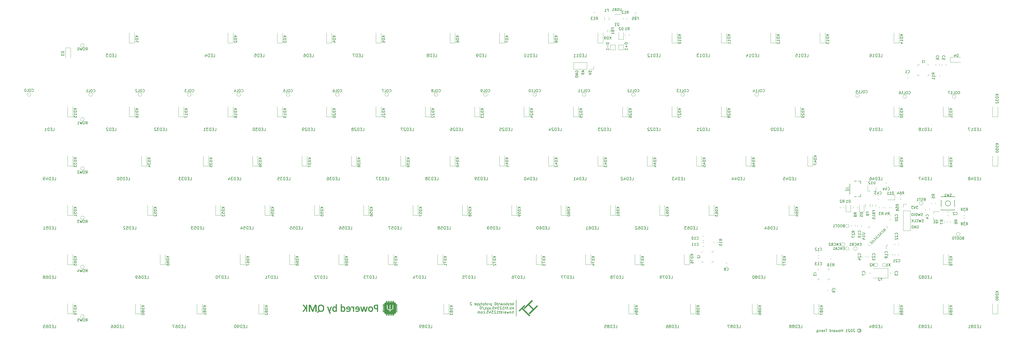
<source format=gbo>
%TF.GenerationSoftware,KiCad,Pcbnew,(5.1.10)-1*%
%TF.CreationDate,2021-12-22T19:33:31-05:00*%
%TF.ProjectId,custom_keyboard (f303),63757374-6f6d-45f6-9b65-79626f617264,rev?*%
%TF.SameCoordinates,Original*%
%TF.FileFunction,Legend,Bot*%
%TF.FilePolarity,Positive*%
%FSLAX46Y46*%
G04 Gerber Fmt 4.6, Leading zero omitted, Abs format (unit mm)*
G04 Created by KiCad (PCBNEW (5.1.10)-1) date 2021-12-22 19:33:31*
%MOMM*%
%LPD*%
G01*
G04 APERTURE LIST*
%ADD10C,0.150000*%
%ADD11C,0.120000*%
%ADD12C,0.010000*%
%ADD13C,0.100000*%
%ADD14C,0.152000*%
%ADD15R,2.000000X2.400000*%
%ADD16R,0.800000X0.900000*%
%ADD17C,1.000000*%
%ADD18R,1.200000X0.900000*%
%ADD19R,2.550000X2.500000*%
%ADD20C,3.000000*%
%ADD21C,1.750000*%
%ADD22C,4.000000*%
%ADD23C,3.050000*%
%ADD24O,1.700000X1.700000*%
%ADD25R,1.700000X1.700000*%
%ADD26C,2.100000*%
%ADD27R,0.800000X0.700000*%
%ADD28R,1.800000X1.100000*%
%ADD29R,1.800000X1.200000*%
%ADD30R,1.550000X0.600000*%
%ADD31R,2.300000X2.300000*%
%ADD32R,0.900000X0.800000*%
%ADD33C,1.397000*%
%ADD34R,1.500000X1.500000*%
%ADD35R,1.060000X0.650000*%
%ADD36R,0.600000X1.450000*%
%ADD37R,0.300000X1.450000*%
%ADD38C,0.650000*%
%ADD39O,1.000000X2.100000*%
%ADD40O,1.000000X1.600000*%
%ADD41R,2.000000X2.000000*%
%ADD42C,2.000000*%
%ADD43R,2.000000X3.200000*%
%ADD44R,0.900000X1.200000*%
%ADD45C,0.800000*%
G04 APERTURE END LIST*
D10*
X210330500Y-199218700D02*
X210330500Y-205568300D01*
X233244650Y-111183704D02*
X233197030Y-111088466D01*
X233197030Y-110945609D01*
X233244650Y-110802752D01*
X233339888Y-110707514D01*
X233435126Y-110659895D01*
X233625602Y-110612276D01*
X233768459Y-110612276D01*
X233958935Y-110659895D01*
X234054173Y-110707514D01*
X234149411Y-110802752D01*
X234197030Y-110945609D01*
X234197030Y-111040847D01*
X234149411Y-111183704D01*
X234101792Y-111231323D01*
X233768459Y-111231323D01*
X233768459Y-111040847D01*
X234197030Y-111659895D02*
X233197030Y-111659895D01*
X234197030Y-112231323D01*
X233197030Y-112231323D01*
X234197030Y-112707514D02*
X233197030Y-112707514D01*
X233197030Y-112945609D01*
X233244650Y-113088466D01*
X233339888Y-113183704D01*
X233435126Y-113231323D01*
X233625602Y-113278942D01*
X233768459Y-113278942D01*
X233958935Y-113231323D01*
X234054173Y-113183704D01*
X234149411Y-113088466D01*
X234197030Y-112945609D01*
X234197030Y-112707514D01*
X238356080Y-111136085D02*
X238356080Y-110659895D01*
X238832271Y-110612276D01*
X238784652Y-110659895D01*
X238737033Y-110755133D01*
X238737033Y-110993228D01*
X238784652Y-111088466D01*
X238832271Y-111136085D01*
X238927509Y-111183704D01*
X239165604Y-111183704D01*
X239260842Y-111136085D01*
X239308461Y-111088466D01*
X239356080Y-110993228D01*
X239356080Y-110755133D01*
X239308461Y-110659895D01*
X239260842Y-110612276D01*
X238356080Y-111469419D02*
X239356080Y-111802752D01*
X238356080Y-112136085D01*
X236292416Y-110612276D02*
X236292416Y-111088466D01*
X236578130Y-110517038D02*
X235578130Y-110850371D01*
X236578130Y-111183704D01*
X236578130Y-111564657D02*
X236578130Y-111755133D01*
X236530511Y-111850371D01*
X236482892Y-111897990D01*
X236340035Y-111993228D01*
X236149559Y-112040847D01*
X235768607Y-112040847D01*
X235673369Y-111993228D01*
X235625750Y-111945609D01*
X235578130Y-111850371D01*
X235578130Y-111659895D01*
X235625750Y-111564657D01*
X235673369Y-111517038D01*
X235768607Y-111469419D01*
X236006702Y-111469419D01*
X236101940Y-111517038D01*
X236149559Y-111564657D01*
X236197178Y-111659895D01*
X236197178Y-111850371D01*
X236149559Y-111945609D01*
X236101940Y-111993228D01*
X236006702Y-112040847D01*
X365437447Y-162954580D02*
X364818400Y-162954580D01*
X365151733Y-163335533D01*
X365008876Y-163335533D01*
X364913638Y-163383152D01*
X364866019Y-163430771D01*
X364818400Y-163526009D01*
X364818400Y-163764104D01*
X364866019Y-163859342D01*
X364913638Y-163906961D01*
X365008876Y-163954580D01*
X365294590Y-163954580D01*
X365389828Y-163906961D01*
X365437447Y-163859342D01*
X364532685Y-162954580D02*
X364199352Y-163954580D01*
X363866019Y-162954580D01*
X363627923Y-162954580D02*
X363008876Y-162954580D01*
X363342209Y-163335533D01*
X363199352Y-163335533D01*
X363104114Y-163383152D01*
X363056495Y-163430771D01*
X363008876Y-163526009D01*
X363008876Y-163764104D01*
X363056495Y-163859342D01*
X363104114Y-163906961D01*
X363199352Y-163954580D01*
X363485066Y-163954580D01*
X363580304Y-163906961D01*
X363627923Y-163859342D01*
X342631876Y-210814676D02*
X342727114Y-210767057D01*
X342917590Y-210767057D01*
X343012828Y-210814676D01*
X343108066Y-210909914D01*
X343155685Y-211005152D01*
X343155685Y-211195628D01*
X343108066Y-211290866D01*
X343012828Y-211386104D01*
X342917590Y-211433723D01*
X342727114Y-211433723D01*
X342631876Y-211386104D01*
X342822352Y-210433723D02*
X343060447Y-210481342D01*
X343298542Y-210624200D01*
X343441400Y-210862295D01*
X343489019Y-211100390D01*
X343441400Y-211338485D01*
X343298542Y-211576580D01*
X343060447Y-211719438D01*
X342822352Y-211767057D01*
X342584257Y-211719438D01*
X342346161Y-211576580D01*
X342203304Y-211338485D01*
X342155685Y-211100390D01*
X342203304Y-210862295D01*
X342346161Y-210624200D01*
X342584257Y-210481342D01*
X342822352Y-210433723D01*
X341012828Y-210671819D02*
X340965209Y-210624200D01*
X340869971Y-210576580D01*
X340631876Y-210576580D01*
X340536638Y-210624200D01*
X340489019Y-210671819D01*
X340441400Y-210767057D01*
X340441400Y-210862295D01*
X340489019Y-211005152D01*
X341060447Y-211576580D01*
X340441400Y-211576580D01*
X339822352Y-210576580D02*
X339727114Y-210576580D01*
X339631876Y-210624200D01*
X339584257Y-210671819D01*
X339536638Y-210767057D01*
X339489019Y-210957533D01*
X339489019Y-211195628D01*
X339536638Y-211386104D01*
X339584257Y-211481342D01*
X339631876Y-211528961D01*
X339727114Y-211576580D01*
X339822352Y-211576580D01*
X339917590Y-211528961D01*
X339965209Y-211481342D01*
X340012828Y-211386104D01*
X340060447Y-211195628D01*
X340060447Y-210957533D01*
X340012828Y-210767057D01*
X339965209Y-210671819D01*
X339917590Y-210624200D01*
X339822352Y-210576580D01*
X339108066Y-210671819D02*
X339060447Y-210624200D01*
X338965209Y-210576580D01*
X338727114Y-210576580D01*
X338631876Y-210624200D01*
X338584257Y-210671819D01*
X338536638Y-210767057D01*
X338536638Y-210862295D01*
X338584257Y-211005152D01*
X339155685Y-211576580D01*
X338536638Y-211576580D01*
X337584257Y-211576580D02*
X338155685Y-211576580D01*
X337869971Y-211576580D02*
X337869971Y-210576580D01*
X337965209Y-210719438D01*
X338060447Y-210814676D01*
X338155685Y-210862295D01*
X336393780Y-211576580D02*
X336393780Y-210576580D01*
X336393780Y-211052771D02*
X335822352Y-211052771D01*
X335822352Y-211576580D02*
X335822352Y-210576580D01*
X335203304Y-211576580D02*
X335298542Y-211528961D01*
X335346161Y-211481342D01*
X335393780Y-211386104D01*
X335393780Y-211100390D01*
X335346161Y-211005152D01*
X335298542Y-210957533D01*
X335203304Y-210909914D01*
X335060447Y-210909914D01*
X334965209Y-210957533D01*
X334917590Y-211005152D01*
X334869971Y-211100390D01*
X334869971Y-211386104D01*
X334917590Y-211481342D01*
X334965209Y-211528961D01*
X335060447Y-211576580D01*
X335203304Y-211576580D01*
X334536638Y-210909914D02*
X334346161Y-211576580D01*
X334155685Y-211100390D01*
X333965209Y-211576580D01*
X333774733Y-210909914D01*
X332965209Y-211576580D02*
X332965209Y-211052771D01*
X333012828Y-210957533D01*
X333108066Y-210909914D01*
X333298542Y-210909914D01*
X333393780Y-210957533D01*
X332965209Y-211528961D02*
X333060447Y-211576580D01*
X333298542Y-211576580D01*
X333393780Y-211528961D01*
X333441400Y-211433723D01*
X333441400Y-211338485D01*
X333393780Y-211243247D01*
X333298542Y-211195628D01*
X333060447Y-211195628D01*
X332965209Y-211148009D01*
X332489019Y-211576580D02*
X332489019Y-210909914D01*
X332489019Y-211100390D02*
X332441400Y-211005152D01*
X332393780Y-210957533D01*
X332298542Y-210909914D01*
X332203304Y-210909914D01*
X331441400Y-211576580D02*
X331441400Y-210576580D01*
X331441400Y-211528961D02*
X331536638Y-211576580D01*
X331727114Y-211576580D01*
X331822352Y-211528961D01*
X331869971Y-211481342D01*
X331917590Y-211386104D01*
X331917590Y-211100390D01*
X331869971Y-211005152D01*
X331822352Y-210957533D01*
X331727114Y-210909914D01*
X331536638Y-210909914D01*
X331441400Y-210957533D01*
X330346161Y-210576580D02*
X329774733Y-210576580D01*
X330060447Y-211576580D02*
X330060447Y-210576580D01*
X329489019Y-211528961D02*
X329393780Y-211576580D01*
X329203304Y-211576580D01*
X329108066Y-211528961D01*
X329060447Y-211433723D01*
X329060447Y-211386104D01*
X329108066Y-211290866D01*
X329203304Y-211243247D01*
X329346161Y-211243247D01*
X329441400Y-211195628D01*
X329489019Y-211100390D01*
X329489019Y-211052771D01*
X329441400Y-210957533D01*
X329346161Y-210909914D01*
X329203304Y-210909914D01*
X329108066Y-210957533D01*
X328250923Y-211528961D02*
X328346161Y-211576580D01*
X328536638Y-211576580D01*
X328631876Y-211528961D01*
X328679495Y-211433723D01*
X328679495Y-211052771D01*
X328631876Y-210957533D01*
X328536638Y-210909914D01*
X328346161Y-210909914D01*
X328250923Y-210957533D01*
X328203304Y-211052771D01*
X328203304Y-211148009D01*
X328679495Y-211243247D01*
X327774733Y-210909914D02*
X327774733Y-211576580D01*
X327774733Y-211005152D02*
X327727114Y-210957533D01*
X327631876Y-210909914D01*
X327489019Y-210909914D01*
X327393780Y-210957533D01*
X327346161Y-211052771D01*
X327346161Y-211576580D01*
X326441400Y-210909914D02*
X326441400Y-211719438D01*
X326489019Y-211814676D01*
X326536638Y-211862295D01*
X326631876Y-211909914D01*
X326774733Y-211909914D01*
X326869971Y-211862295D01*
X326441400Y-211528961D02*
X326536638Y-211576580D01*
X326727114Y-211576580D01*
X326822352Y-211528961D01*
X326869971Y-211481342D01*
X326917590Y-211386104D01*
X326917590Y-211100390D01*
X326869971Y-211005152D01*
X326822352Y-210957533D01*
X326727114Y-210909914D01*
X326536638Y-210909914D01*
X326441400Y-210957533D01*
X209201204Y-204433280D02*
X209201204Y-203433280D01*
X208772633Y-204433280D02*
X208772633Y-203909471D01*
X208820252Y-203814233D01*
X208915490Y-203766614D01*
X209058347Y-203766614D01*
X209153585Y-203814233D01*
X209201204Y-203861852D01*
X208153585Y-204433280D02*
X208248823Y-204385661D01*
X208296442Y-204338042D01*
X208344061Y-204242804D01*
X208344061Y-203957090D01*
X208296442Y-203861852D01*
X208248823Y-203814233D01*
X208153585Y-203766614D01*
X208010728Y-203766614D01*
X207915490Y-203814233D01*
X207867871Y-203861852D01*
X207820252Y-203957090D01*
X207820252Y-204242804D01*
X207867871Y-204338042D01*
X207915490Y-204385661D01*
X208010728Y-204433280D01*
X208153585Y-204433280D01*
X207486919Y-203766614D02*
X207296442Y-204433280D01*
X207105966Y-203957090D01*
X206915490Y-204433280D01*
X206725014Y-203766614D01*
X205915490Y-204433280D02*
X205915490Y-203909471D01*
X205963109Y-203814233D01*
X206058347Y-203766614D01*
X206248823Y-203766614D01*
X206344061Y-203814233D01*
X205915490Y-204385661D02*
X206010728Y-204433280D01*
X206248823Y-204433280D01*
X206344061Y-204385661D01*
X206391680Y-204290423D01*
X206391680Y-204195185D01*
X206344061Y-204099947D01*
X206248823Y-204052328D01*
X206010728Y-204052328D01*
X205915490Y-204004709D01*
X205439300Y-204433280D02*
X205439300Y-203766614D01*
X205439300Y-203957090D02*
X205391680Y-203861852D01*
X205344061Y-203814233D01*
X205248823Y-203766614D01*
X205153585Y-203766614D01*
X204391680Y-204433280D02*
X204391680Y-203433280D01*
X204391680Y-204385661D02*
X204486919Y-204433280D01*
X204677395Y-204433280D01*
X204772633Y-204385661D01*
X204820252Y-204338042D01*
X204867871Y-204242804D01*
X204867871Y-203957090D01*
X204820252Y-203861852D01*
X204772633Y-203814233D01*
X204677395Y-203766614D01*
X204486919Y-203766614D01*
X204391680Y-203814233D01*
X204058347Y-203766614D02*
X203677395Y-203766614D01*
X203915490Y-203433280D02*
X203915490Y-204290423D01*
X203867871Y-204385661D01*
X203772633Y-204433280D01*
X203677395Y-204433280D01*
X202820252Y-204433280D02*
X203391680Y-204433280D01*
X203105966Y-204433280D02*
X203105966Y-203433280D01*
X203201204Y-203576138D01*
X203296442Y-203671376D01*
X203391680Y-203718995D01*
X202439300Y-203528519D02*
X202391680Y-203480900D01*
X202296442Y-203433280D01*
X202058347Y-203433280D01*
X201963109Y-203480900D01*
X201915490Y-203528519D01*
X201867871Y-203623757D01*
X201867871Y-203718995D01*
X201915490Y-203861852D01*
X202486919Y-204433280D01*
X201867871Y-204433280D01*
X201534538Y-203433280D02*
X200915490Y-203433280D01*
X201248823Y-203814233D01*
X201105966Y-203814233D01*
X201010728Y-203861852D01*
X200963109Y-203909471D01*
X200915490Y-204004709D01*
X200915490Y-204242804D01*
X200963109Y-204338042D01*
X201010728Y-204385661D01*
X201105966Y-204433280D01*
X201391680Y-204433280D01*
X201486919Y-204385661D01*
X201534538Y-204338042D01*
X200058347Y-203766614D02*
X200058347Y-204433280D01*
X200296442Y-203385661D02*
X200534538Y-204099947D01*
X199915490Y-204099947D01*
X199058347Y-203433280D02*
X199534538Y-203433280D01*
X199582157Y-203909471D01*
X199534538Y-203861852D01*
X199439300Y-203814233D01*
X199201204Y-203814233D01*
X199105966Y-203861852D01*
X199058347Y-203909471D01*
X199010728Y-204004709D01*
X199010728Y-204242804D01*
X199058347Y-204338042D01*
X199105966Y-204385661D01*
X199201204Y-204433280D01*
X199439300Y-204433280D01*
X199534538Y-204385661D01*
X199582157Y-204338042D01*
X198582157Y-204338042D02*
X198534538Y-204385661D01*
X198582157Y-204433280D01*
X198629776Y-204385661D01*
X198582157Y-204338042D01*
X198582157Y-204433280D01*
X197677395Y-204385661D02*
X197772633Y-204433280D01*
X197963109Y-204433280D01*
X198058347Y-204385661D01*
X198105966Y-204338042D01*
X198153585Y-204242804D01*
X198153585Y-203957090D01*
X198105966Y-203861852D01*
X198058347Y-203814233D01*
X197963109Y-203766614D01*
X197772633Y-203766614D01*
X197677395Y-203814233D01*
X197105966Y-204433280D02*
X197201204Y-204385661D01*
X197248823Y-204338042D01*
X197296442Y-204242804D01*
X197296442Y-203957090D01*
X197248823Y-203861852D01*
X197201204Y-203814233D01*
X197105966Y-203766614D01*
X196963109Y-203766614D01*
X196867871Y-203814233D01*
X196820252Y-203861852D01*
X196772633Y-203957090D01*
X196772633Y-204242804D01*
X196820252Y-204338042D01*
X196867871Y-204385661D01*
X196963109Y-204433280D01*
X197105966Y-204433280D01*
X196344061Y-204433280D02*
X196344061Y-203766614D01*
X196344061Y-203861852D02*
X196296442Y-203814233D01*
X196201204Y-203766614D01*
X196058347Y-203766614D01*
X195963109Y-203814233D01*
X195915490Y-203909471D01*
X195915490Y-204433280D01*
X195915490Y-203909471D02*
X195867871Y-203814233D01*
X195772633Y-203766614D01*
X195629776Y-203766614D01*
X195534538Y-203814233D01*
X195486919Y-203909471D01*
X195486919Y-204433280D01*
X209201204Y-202845880D02*
X209201204Y-201845880D01*
X209105966Y-202464928D02*
X208820252Y-202845880D01*
X208820252Y-202179214D02*
X209201204Y-202560166D01*
X208391680Y-202845880D02*
X208391680Y-201845880D01*
X208391680Y-202226833D02*
X208296442Y-202179214D01*
X208105966Y-202179214D01*
X208010728Y-202226833D01*
X207963109Y-202274452D01*
X207915490Y-202369690D01*
X207915490Y-202655404D01*
X207963109Y-202750642D01*
X208010728Y-202798261D01*
X208105966Y-202845880D01*
X208296442Y-202845880D01*
X208391680Y-202798261D01*
X207486919Y-202750642D02*
X207439300Y-202798261D01*
X207486919Y-202845880D01*
X207534538Y-202798261D01*
X207486919Y-202750642D01*
X207486919Y-202845880D01*
X207010728Y-202845880D02*
X207010728Y-201845880D01*
X206582157Y-202845880D02*
X206582157Y-202322071D01*
X206629776Y-202226833D01*
X206725014Y-202179214D01*
X206867871Y-202179214D01*
X206963109Y-202226833D01*
X207010728Y-202274452D01*
X206248823Y-202179214D02*
X205867871Y-202179214D01*
X206105966Y-201845880D02*
X206105966Y-202703023D01*
X206058347Y-202798261D01*
X205963109Y-202845880D01*
X205867871Y-202845880D01*
X205010728Y-202845880D02*
X205582157Y-202845880D01*
X205296442Y-202845880D02*
X205296442Y-201845880D01*
X205391680Y-201988738D01*
X205486919Y-202083976D01*
X205582157Y-202131595D01*
X204629776Y-201941119D02*
X204582157Y-201893500D01*
X204486919Y-201845880D01*
X204248823Y-201845880D01*
X204153585Y-201893500D01*
X204105966Y-201941119D01*
X204058347Y-202036357D01*
X204058347Y-202131595D01*
X204105966Y-202274452D01*
X204677395Y-202845880D01*
X204058347Y-202845880D01*
X203725014Y-201845880D02*
X203105966Y-201845880D01*
X203439300Y-202226833D01*
X203296442Y-202226833D01*
X203201204Y-202274452D01*
X203153585Y-202322071D01*
X203105966Y-202417309D01*
X203105966Y-202655404D01*
X203153585Y-202750642D01*
X203201204Y-202798261D01*
X203296442Y-202845880D01*
X203582157Y-202845880D01*
X203677395Y-202798261D01*
X203725014Y-202750642D01*
X202248823Y-202179214D02*
X202248823Y-202845880D01*
X202486919Y-201798261D02*
X202725014Y-202512547D01*
X202105966Y-202512547D01*
X201248823Y-201845880D02*
X201725014Y-201845880D01*
X201772633Y-202322071D01*
X201725014Y-202274452D01*
X201629776Y-202226833D01*
X201391680Y-202226833D01*
X201296442Y-202274452D01*
X201248823Y-202322071D01*
X201201204Y-202417309D01*
X201201204Y-202655404D01*
X201248823Y-202750642D01*
X201296442Y-202798261D01*
X201391680Y-202845880D01*
X201629776Y-202845880D01*
X201725014Y-202798261D01*
X201772633Y-202750642D01*
X200772633Y-202750642D02*
X200725014Y-202798261D01*
X200772633Y-202845880D01*
X200820252Y-202798261D01*
X200772633Y-202750642D01*
X200772633Y-202845880D01*
X200391680Y-202845880D02*
X199867871Y-202179214D01*
X200391680Y-202179214D02*
X199867871Y-202845880D01*
X199582157Y-202179214D02*
X199344061Y-202845880D01*
X199105966Y-202179214D02*
X199344061Y-202845880D01*
X199439300Y-203083976D01*
X199486919Y-203131595D01*
X199582157Y-203179214D01*
X198820252Y-202179214D02*
X198296442Y-202179214D01*
X198820252Y-202845880D01*
X198296442Y-202845880D01*
X197201204Y-201798261D02*
X198058347Y-203083976D01*
X196677395Y-201845880D02*
X196582157Y-201845880D01*
X196486919Y-201893500D01*
X196439300Y-201941119D01*
X196391680Y-202036357D01*
X196344061Y-202226833D01*
X196344061Y-202464928D01*
X196391680Y-202655404D01*
X196439300Y-202750642D01*
X196486919Y-202798261D01*
X196582157Y-202845880D01*
X196677395Y-202845880D01*
X196772633Y-202798261D01*
X196820252Y-202750642D01*
X196867871Y-202655404D01*
X196915490Y-202464928D01*
X196915490Y-202226833D01*
X196867871Y-202036357D01*
X196820252Y-201941119D01*
X196772633Y-201893500D01*
X196677395Y-201845880D01*
X209201204Y-201258480D02*
X209201204Y-200258480D01*
X209105966Y-200877528D02*
X208820252Y-201258480D01*
X208820252Y-200591814D02*
X209201204Y-200972766D01*
X208010728Y-201210861D02*
X208105966Y-201258480D01*
X208296442Y-201258480D01*
X208391680Y-201210861D01*
X208439300Y-201115623D01*
X208439300Y-200734671D01*
X208391680Y-200639433D01*
X208296442Y-200591814D01*
X208105966Y-200591814D01*
X208010728Y-200639433D01*
X207963109Y-200734671D01*
X207963109Y-200829909D01*
X208439300Y-200925147D01*
X207629776Y-200591814D02*
X207391680Y-201258480D01*
X207153585Y-200591814D02*
X207391680Y-201258480D01*
X207486919Y-201496576D01*
X207534538Y-201544195D01*
X207629776Y-201591814D01*
X206772633Y-201258480D02*
X206772633Y-200258480D01*
X206772633Y-200639433D02*
X206677395Y-200591814D01*
X206486919Y-200591814D01*
X206391680Y-200639433D01*
X206344061Y-200687052D01*
X206296442Y-200782290D01*
X206296442Y-201068004D01*
X206344061Y-201163242D01*
X206391680Y-201210861D01*
X206486919Y-201258480D01*
X206677395Y-201258480D01*
X206772633Y-201210861D01*
X205725014Y-201258480D02*
X205820252Y-201210861D01*
X205867871Y-201163242D01*
X205915490Y-201068004D01*
X205915490Y-200782290D01*
X205867871Y-200687052D01*
X205820252Y-200639433D01*
X205725014Y-200591814D01*
X205582157Y-200591814D01*
X205486919Y-200639433D01*
X205439300Y-200687052D01*
X205391680Y-200782290D01*
X205391680Y-201068004D01*
X205439300Y-201163242D01*
X205486919Y-201210861D01*
X205582157Y-201258480D01*
X205725014Y-201258480D01*
X204534538Y-201258480D02*
X204534538Y-200734671D01*
X204582157Y-200639433D01*
X204677395Y-200591814D01*
X204867871Y-200591814D01*
X204963109Y-200639433D01*
X204534538Y-201210861D02*
X204629776Y-201258480D01*
X204867871Y-201258480D01*
X204963109Y-201210861D01*
X205010728Y-201115623D01*
X205010728Y-201020385D01*
X204963109Y-200925147D01*
X204867871Y-200877528D01*
X204629776Y-200877528D01*
X204534538Y-200829909D01*
X204058347Y-201258480D02*
X204058347Y-200591814D01*
X204058347Y-200782290D02*
X204010728Y-200687052D01*
X203963109Y-200639433D01*
X203867871Y-200591814D01*
X203772633Y-200591814D01*
X203010728Y-201258480D02*
X203010728Y-200258480D01*
X203010728Y-201210861D02*
X203105966Y-201258480D01*
X203296442Y-201258480D01*
X203391680Y-201210861D01*
X203439300Y-201163242D01*
X203486919Y-201068004D01*
X203486919Y-200782290D01*
X203439300Y-200687052D01*
X203391680Y-200639433D01*
X203296442Y-200591814D01*
X203105966Y-200591814D01*
X203010728Y-200639433D01*
X202344061Y-200258480D02*
X202248823Y-200258480D01*
X202153585Y-200306100D01*
X202105966Y-200353719D01*
X202058347Y-200448957D01*
X202010728Y-200639433D01*
X202010728Y-200877528D01*
X202058347Y-201068004D01*
X202105966Y-201163242D01*
X202153585Y-201210861D01*
X202248823Y-201258480D01*
X202344061Y-201258480D01*
X202439300Y-201210861D01*
X202486919Y-201163242D01*
X202534538Y-201068004D01*
X202582157Y-200877528D01*
X202582157Y-200639433D01*
X202534538Y-200448957D01*
X202486919Y-200353719D01*
X202439300Y-200306100D01*
X202344061Y-200258480D01*
X200820252Y-200591814D02*
X200820252Y-201591814D01*
X200820252Y-200639433D02*
X200725014Y-200591814D01*
X200534538Y-200591814D01*
X200439300Y-200639433D01*
X200391680Y-200687052D01*
X200344061Y-200782290D01*
X200344061Y-201068004D01*
X200391680Y-201163242D01*
X200439300Y-201210861D01*
X200534538Y-201258480D01*
X200725014Y-201258480D01*
X200820252Y-201210861D01*
X199915490Y-201258480D02*
X199915490Y-200591814D01*
X199915490Y-200782290D02*
X199867871Y-200687052D01*
X199820252Y-200639433D01*
X199725014Y-200591814D01*
X199629776Y-200591814D01*
X199153585Y-201258480D02*
X199248823Y-201210861D01*
X199296442Y-201163242D01*
X199344061Y-201068004D01*
X199344061Y-200782290D01*
X199296442Y-200687052D01*
X199248823Y-200639433D01*
X199153585Y-200591814D01*
X199010728Y-200591814D01*
X198915490Y-200639433D01*
X198867871Y-200687052D01*
X198820252Y-200782290D01*
X198820252Y-201068004D01*
X198867871Y-201163242D01*
X198915490Y-201210861D01*
X199010728Y-201258480D01*
X199153585Y-201258480D01*
X198534538Y-200591814D02*
X198153585Y-200591814D01*
X198391680Y-200258480D02*
X198391680Y-201115623D01*
X198344061Y-201210861D01*
X198248823Y-201258480D01*
X198153585Y-201258480D01*
X197677395Y-201258480D02*
X197772633Y-201210861D01*
X197820252Y-201163242D01*
X197867871Y-201068004D01*
X197867871Y-200782290D01*
X197820252Y-200687052D01*
X197772633Y-200639433D01*
X197677395Y-200591814D01*
X197534538Y-200591814D01*
X197439300Y-200639433D01*
X197391680Y-200687052D01*
X197344061Y-200782290D01*
X197344061Y-201068004D01*
X197391680Y-201163242D01*
X197439300Y-201210861D01*
X197534538Y-201258480D01*
X197677395Y-201258480D01*
X197058347Y-200591814D02*
X196677395Y-200591814D01*
X196915490Y-200258480D02*
X196915490Y-201115623D01*
X196867871Y-201210861D01*
X196772633Y-201258480D01*
X196677395Y-201258480D01*
X196439300Y-200591814D02*
X196201204Y-201258480D01*
X195963109Y-200591814D02*
X196201204Y-201258480D01*
X196296442Y-201496576D01*
X196344061Y-201544195D01*
X196439300Y-201591814D01*
X195582157Y-200591814D02*
X195582157Y-201591814D01*
X195582157Y-200639433D02*
X195486919Y-200591814D01*
X195296442Y-200591814D01*
X195201204Y-200639433D01*
X195153585Y-200687052D01*
X195105966Y-200782290D01*
X195105966Y-201068004D01*
X195153585Y-201163242D01*
X195201204Y-201210861D01*
X195296442Y-201258480D01*
X195486919Y-201258480D01*
X195582157Y-201210861D01*
X194296442Y-201210861D02*
X194391680Y-201258480D01*
X194582157Y-201258480D01*
X194677395Y-201210861D01*
X194725014Y-201115623D01*
X194725014Y-200734671D01*
X194677395Y-200639433D01*
X194582157Y-200591814D01*
X194391680Y-200591814D01*
X194296442Y-200639433D01*
X194248823Y-200734671D01*
X194248823Y-200829909D01*
X194725014Y-200925147D01*
X193105966Y-200353719D02*
X193058347Y-200306100D01*
X192963109Y-200258480D01*
X192725014Y-200258480D01*
X192629776Y-200306100D01*
X192582157Y-200353719D01*
X192534538Y-200448957D01*
X192534538Y-200544195D01*
X192582157Y-200687052D01*
X193153585Y-201258480D01*
X192534538Y-201258480D01*
X352324847Y-171691291D02*
X352728908Y-172095352D01*
X352836658Y-172149227D01*
X352944408Y-172149227D01*
X353052157Y-172095352D01*
X353106032Y-172041478D01*
X352351785Y-172795725D02*
X352621159Y-172526351D01*
X352055473Y-171960665D01*
X351786099Y-173253661D02*
X351839974Y-173253661D01*
X351947724Y-173199786D01*
X352001598Y-173145911D01*
X352055473Y-173038162D01*
X352055473Y-172930412D01*
X352028536Y-172849600D01*
X351947724Y-172714913D01*
X351866911Y-172634101D01*
X351732224Y-172553288D01*
X351651412Y-172526351D01*
X351543663Y-172526351D01*
X351435913Y-172580226D01*
X351382038Y-172634101D01*
X351328163Y-172741850D01*
X351328163Y-172795725D01*
X350870228Y-173145911D02*
X351274289Y-173549972D01*
X351382038Y-173603847D01*
X351489788Y-173603847D01*
X351597537Y-173549972D01*
X351651412Y-173496097D01*
X350897165Y-174250345D02*
X351166539Y-173980971D01*
X350600854Y-173415285D01*
X350331480Y-174708280D02*
X350385354Y-174708280D01*
X350493104Y-174654406D01*
X350546979Y-174600531D01*
X350600854Y-174492781D01*
X350600854Y-174385032D01*
X350573916Y-174304219D01*
X350493104Y-174169532D01*
X350412292Y-174088720D01*
X350277605Y-174007908D01*
X350196793Y-173980971D01*
X350089043Y-173980971D01*
X349981293Y-174034845D01*
X349927419Y-174088720D01*
X349873544Y-174196470D01*
X349873544Y-174250345D01*
X349415608Y-174600531D02*
X349819669Y-175004592D01*
X349927419Y-175058467D01*
X350035168Y-175058467D01*
X350142918Y-175004592D01*
X350196793Y-174950717D01*
X349442545Y-175704964D02*
X349711919Y-175435590D01*
X349146234Y-174869905D01*
X348876860Y-176162900D02*
X348930735Y-176162900D01*
X349038484Y-176109025D01*
X349092359Y-176055150D01*
X349146234Y-175947401D01*
X349146234Y-175839651D01*
X349119297Y-175758839D01*
X349038484Y-175624152D01*
X348957672Y-175543340D01*
X348822985Y-175462528D01*
X348742173Y-175435590D01*
X348634423Y-175435590D01*
X348526674Y-175489465D01*
X348472799Y-175543340D01*
X348418924Y-175651089D01*
X348418924Y-175704964D01*
X347960988Y-176055150D02*
X348365049Y-176459211D01*
X348472799Y-176513086D01*
X348580549Y-176513086D01*
X348688298Y-176459211D01*
X348742173Y-176405337D01*
X347987926Y-177159584D02*
X348257300Y-176890210D01*
X347691614Y-176324524D01*
X347422240Y-177617520D02*
X347476115Y-177617520D01*
X347583865Y-177563645D01*
X347637739Y-177509770D01*
X347691614Y-177402021D01*
X347691614Y-177294271D01*
X347664677Y-177213459D01*
X347583865Y-177078772D01*
X347503052Y-176997960D01*
X347368365Y-176917147D01*
X347287553Y-176890210D01*
X347179804Y-176890210D01*
X347072054Y-176944085D01*
X347018179Y-176997960D01*
X346964304Y-177105709D01*
X346964304Y-177159584D01*
X365104114Y-170542350D02*
X365199352Y-170494730D01*
X365342209Y-170494730D01*
X365485066Y-170542350D01*
X365580304Y-170637588D01*
X365627923Y-170732826D01*
X365675542Y-170923302D01*
X365675542Y-171066159D01*
X365627923Y-171256635D01*
X365580304Y-171351873D01*
X365485066Y-171447111D01*
X365342209Y-171494730D01*
X365246971Y-171494730D01*
X365104114Y-171447111D01*
X365056495Y-171399492D01*
X365056495Y-171066159D01*
X365246971Y-171066159D01*
X364627923Y-171494730D02*
X364627923Y-170494730D01*
X364056495Y-171494730D01*
X364056495Y-170494730D01*
X363580304Y-171494730D02*
X363580304Y-170494730D01*
X363342209Y-170494730D01*
X363199352Y-170542350D01*
X363104114Y-170637588D01*
X363056495Y-170732826D01*
X363008876Y-170923302D01*
X363008876Y-171066159D01*
X363056495Y-171256635D01*
X363104114Y-171351873D01*
X363199352Y-171447111D01*
X363342209Y-171494730D01*
X363580304Y-171494730D01*
X367532685Y-169066011D02*
X367389828Y-169113630D01*
X367151733Y-169113630D01*
X367056495Y-169066011D01*
X367008876Y-169018392D01*
X366961257Y-168923154D01*
X366961257Y-168827916D01*
X367008876Y-168732678D01*
X367056495Y-168685059D01*
X367151733Y-168637440D01*
X367342209Y-168589821D01*
X367437447Y-168542202D01*
X367485066Y-168494583D01*
X367532685Y-168399345D01*
X367532685Y-168304107D01*
X367485066Y-168208869D01*
X367437447Y-168161250D01*
X367342209Y-168113630D01*
X367104114Y-168113630D01*
X366961257Y-168161250D01*
X366627923Y-168113630D02*
X366389828Y-169113630D01*
X366199352Y-168399345D01*
X366008876Y-169113630D01*
X365770780Y-168113630D01*
X364818400Y-169018392D02*
X364866019Y-169066011D01*
X365008876Y-169113630D01*
X365104114Y-169113630D01*
X365246971Y-169066011D01*
X365342209Y-168970773D01*
X365389828Y-168875535D01*
X365437447Y-168685059D01*
X365437447Y-168542202D01*
X365389828Y-168351726D01*
X365342209Y-168256488D01*
X365246971Y-168161250D01*
X365104114Y-168113630D01*
X365008876Y-168113630D01*
X364866019Y-168161250D01*
X364818400Y-168208869D01*
X363913638Y-169113630D02*
X364389828Y-169113630D01*
X364389828Y-168113630D01*
X363580304Y-169113630D02*
X363580304Y-168113630D01*
X363008876Y-169113630D02*
X363437447Y-168542202D01*
X363008876Y-168113630D02*
X363580304Y-168685059D01*
X367246971Y-166684911D02*
X367104114Y-166732530D01*
X366866019Y-166732530D01*
X366770780Y-166684911D01*
X366723161Y-166637292D01*
X366675542Y-166542054D01*
X366675542Y-166446816D01*
X366723161Y-166351578D01*
X366770780Y-166303959D01*
X366866019Y-166256340D01*
X367056495Y-166208721D01*
X367151733Y-166161102D01*
X367199352Y-166113483D01*
X367246971Y-166018245D01*
X367246971Y-165923007D01*
X367199352Y-165827769D01*
X367151733Y-165780150D01*
X367056495Y-165732530D01*
X366818400Y-165732530D01*
X366675542Y-165780150D01*
X366342209Y-165732530D02*
X366104114Y-166732530D01*
X365913638Y-166018245D01*
X365723161Y-166732530D01*
X365485066Y-165732530D01*
X365104114Y-166732530D02*
X365104114Y-165732530D01*
X364866019Y-165732530D01*
X364723161Y-165780150D01*
X364627923Y-165875388D01*
X364580304Y-165970626D01*
X364532685Y-166161102D01*
X364532685Y-166303959D01*
X364580304Y-166494435D01*
X364627923Y-166589673D01*
X364723161Y-166684911D01*
X364866019Y-166732530D01*
X365104114Y-166732530D01*
X364104114Y-166732530D02*
X364104114Y-165732530D01*
X363437447Y-165732530D02*
X363246971Y-165732530D01*
X363151733Y-165780150D01*
X363056495Y-165875388D01*
X363008876Y-166065864D01*
X363008876Y-166399197D01*
X363056495Y-166589673D01*
X363151733Y-166684911D01*
X363246971Y-166732530D01*
X363437447Y-166732530D01*
X363532685Y-166684911D01*
X363627923Y-166589673D01*
X363675542Y-166399197D01*
X363675542Y-166065864D01*
X363627923Y-165875388D01*
X363532685Y-165780150D01*
X363437447Y-165732530D01*
D11*
%TO.C,Y2*%
X353865400Y-190700600D02*
X348115400Y-190700600D01*
X353865400Y-187100600D02*
X353865400Y-190700600D01*
X348115400Y-187100600D02*
X353865400Y-187100600D01*
%TO.C,U12*%
X349220600Y-157118900D02*
X348290600Y-157118900D01*
X346060600Y-157118900D02*
X346990600Y-157118900D01*
X346060600Y-157118900D02*
X346060600Y-154958900D01*
X349220600Y-157118900D02*
X349220600Y-155658900D01*
D12*
%TO.C,LOGO1*%
G36*
X162241238Y-199637447D02*
G01*
X162090425Y-199647125D01*
X162081252Y-199924937D01*
X162072078Y-200202750D01*
X161759523Y-200202750D01*
X161750349Y-199924937D01*
X161741175Y-199647125D01*
X161455425Y-199647125D01*
X161446252Y-199924937D01*
X161437078Y-200202750D01*
X161124523Y-200202750D01*
X161115349Y-199924937D01*
X161106175Y-199647125D01*
X160966447Y-199637127D01*
X160858059Y-199640062D01*
X160801628Y-199666855D01*
X160800246Y-199668877D01*
X160787500Y-199719173D01*
X160777973Y-199814041D01*
X160773435Y-199934567D01*
X160773287Y-199956687D01*
X160772800Y-200202750D01*
X160457773Y-200202750D01*
X160448599Y-199924937D01*
X160439425Y-199647125D01*
X160153675Y-199647125D01*
X160144502Y-199924937D01*
X160135328Y-200202750D01*
X159998683Y-200202750D01*
X159818524Y-200232617D01*
X159656421Y-200315604D01*
X159522823Y-200441788D01*
X159428177Y-200601245D01*
X159382934Y-200784054D01*
X159382609Y-200787831D01*
X159368133Y-200962389D01*
X158820175Y-200980625D01*
X158810178Y-201120353D01*
X158813113Y-201228741D01*
X158839906Y-201285172D01*
X158841928Y-201286554D01*
X158892224Y-201299300D01*
X158987092Y-201308827D01*
X159107618Y-201313365D01*
X159129738Y-201313513D01*
X159375800Y-201314000D01*
X159375800Y-201599750D01*
X159129738Y-201600236D01*
X159006685Y-201603728D01*
X158906012Y-201612516D01*
X158846631Y-201624831D01*
X158841928Y-201627195D01*
X158813931Y-201680727D01*
X158809721Y-201786585D01*
X158810178Y-201793396D01*
X158820175Y-201933125D01*
X159097988Y-201942298D01*
X159375801Y-201951472D01*
X159375801Y-202264027D01*
X158820175Y-202282375D01*
X158820175Y-202568125D01*
X159097988Y-202577298D01*
X159375800Y-202586472D01*
X159375800Y-202899027D01*
X159097988Y-202908201D01*
X158820175Y-202917375D01*
X158810178Y-203057103D01*
X158813113Y-203165491D01*
X158839906Y-203221922D01*
X158841928Y-203223304D01*
X158892161Y-203236008D01*
X158987058Y-203245524D01*
X159107802Y-203250098D01*
X159131478Y-203250263D01*
X159379280Y-203250750D01*
X159369603Y-203401562D01*
X159359925Y-203552375D01*
X159080425Y-203561573D01*
X158800924Y-203570771D01*
X158810550Y-203720323D01*
X158820175Y-203869875D01*
X159094154Y-203878992D01*
X159368133Y-203888110D01*
X159382609Y-204062668D01*
X159426771Y-204245837D01*
X159520542Y-204405852D01*
X159653473Y-204532788D01*
X159815114Y-204616725D01*
X159995017Y-204647737D01*
X159998683Y-204647750D01*
X160135328Y-204647750D01*
X160144502Y-204925562D01*
X160153675Y-205203375D01*
X160304488Y-205213052D01*
X160455300Y-205222729D01*
X160455300Y-204647750D01*
X160772800Y-204647750D01*
X160773287Y-204893812D01*
X160776779Y-205016865D01*
X160785567Y-205117538D01*
X160797882Y-205176919D01*
X160800246Y-205181622D01*
X160853778Y-205209619D01*
X160959636Y-205213829D01*
X160966447Y-205213372D01*
X161106175Y-205203375D01*
X161115349Y-204925562D01*
X161124523Y-204647750D01*
X161437078Y-204647750D01*
X161446252Y-204925562D01*
X161455425Y-205203375D01*
X161741175Y-205203375D01*
X161750349Y-204925562D01*
X161759523Y-204647750D01*
X162072078Y-204647750D01*
X162081252Y-204925562D01*
X162090425Y-205203375D01*
X162241238Y-205213052D01*
X162392050Y-205222729D01*
X162392050Y-204647750D01*
X162709550Y-204647750D01*
X162709550Y-204883278D01*
X162711607Y-205032603D01*
X162721609Y-205129654D01*
X162745310Y-205185616D01*
X162788460Y-205211676D01*
X162856812Y-205219022D01*
X162882281Y-205219250D01*
X162970285Y-205214636D01*
X163028820Y-205203086D01*
X163037634Y-205198083D01*
X163047430Y-205158499D01*
X163054822Y-205071906D01*
X163058571Y-204954785D01*
X163058800Y-204916264D01*
X163058800Y-204655613D01*
X163226418Y-204641713D01*
X163415598Y-204596195D01*
X163578804Y-204499017D01*
X163706457Y-204359741D01*
X163788977Y-204187928D01*
X163814666Y-204054547D01*
X163828468Y-203888110D01*
X164102447Y-203878992D01*
X164376425Y-203869875D01*
X164376425Y-203584125D01*
X164098613Y-203574951D01*
X163820800Y-203565777D01*
X163820800Y-203250750D01*
X164066863Y-203250263D01*
X164189916Y-203246771D01*
X164290589Y-203237983D01*
X164349970Y-203225668D01*
X164354673Y-203223304D01*
X164382670Y-203169772D01*
X164386880Y-203063914D01*
X164386423Y-203057103D01*
X164376425Y-202917375D01*
X164098613Y-202908201D01*
X163820800Y-202899027D01*
X163820800Y-202586472D01*
X164098613Y-202577298D01*
X164376425Y-202568125D01*
X164376425Y-202282375D01*
X164098613Y-202273201D01*
X163820800Y-202264027D01*
X163820800Y-201951472D01*
X164098613Y-201942298D01*
X164376425Y-201933125D01*
X164386423Y-201793396D01*
X164383488Y-201685008D01*
X164356695Y-201628577D01*
X164354673Y-201627195D01*
X164304377Y-201614449D01*
X164209509Y-201604922D01*
X164088983Y-201600384D01*
X164066863Y-201600236D01*
X163820800Y-201599750D01*
X163820800Y-201518974D01*
X162867153Y-201518974D01*
X162865120Y-201734547D01*
X162863405Y-201834069D01*
X162851196Y-202481693D01*
X162740428Y-202699534D01*
X162620974Y-202886159D01*
X162472225Y-203026822D01*
X162286388Y-203126384D01*
X162055671Y-203189707D01*
X161923738Y-203208994D01*
X161757050Y-203227883D01*
X161757050Y-203490671D01*
X161752766Y-203641492D01*
X161739548Y-203733211D01*
X161717363Y-203769472D01*
X161612476Y-203787203D01*
X161502149Y-203771390D01*
X161469213Y-203757632D01*
X161437725Y-203732195D01*
X161419111Y-203687891D01*
X161410195Y-203610142D01*
X161407806Y-203484373D01*
X161407800Y-203475541D01*
X161407800Y-203226316D01*
X161237558Y-203205046D01*
X161010545Y-203150318D01*
X160799135Y-203049655D01*
X160617084Y-202912041D01*
X160478153Y-202746461D01*
X160443880Y-202686758D01*
X160401737Y-202582124D01*
X160370097Y-202449707D01*
X160348012Y-202281378D01*
X160334531Y-202069006D01*
X160328706Y-201804461D01*
X160328300Y-201696834D01*
X160328608Y-201487100D01*
X160331145Y-201332469D01*
X160338335Y-201224544D01*
X160352601Y-201154930D01*
X160376367Y-201115229D01*
X160412055Y-201097046D01*
X160462090Y-201091982D01*
X160502926Y-201091749D01*
X160562389Y-201092686D01*
X160606545Y-201100978D01*
X160637676Y-201124851D01*
X160658060Y-201172530D01*
X160669979Y-201252239D01*
X160675712Y-201372203D01*
X160677541Y-201540648D01*
X160677728Y-201722209D01*
X160679478Y-201918191D01*
X160684231Y-202099746D01*
X160691416Y-202254318D01*
X160700464Y-202369348D01*
X160709810Y-202428984D01*
X160792471Y-202615568D01*
X160922987Y-202763274D01*
X161095403Y-202866942D01*
X161272863Y-202916973D01*
X161407800Y-202938831D01*
X161407800Y-202053390D01*
X161408056Y-201781358D01*
X161409575Y-201566165D01*
X161413481Y-201401152D01*
X161420900Y-201279660D01*
X161432957Y-201195027D01*
X161450779Y-201140594D01*
X161475490Y-201109702D01*
X161508216Y-201095689D01*
X161550083Y-201091897D01*
X161570304Y-201091750D01*
X161623624Y-201091462D01*
X161665710Y-201095068D01*
X161697888Y-201109270D01*
X161721482Y-201140771D01*
X161737820Y-201196272D01*
X161748226Y-201282478D01*
X161754026Y-201406089D01*
X161756547Y-201573809D01*
X161757115Y-201792341D01*
X161757050Y-202035829D01*
X161757050Y-202941365D01*
X161891988Y-202920327D01*
X162105828Y-202860201D01*
X162278634Y-202753866D01*
X162407261Y-202603260D01*
X162407758Y-202602449D01*
X162503175Y-202446274D01*
X162514046Y-201792886D01*
X162519783Y-201540132D01*
X162527656Y-201348418D01*
X162537835Y-201215310D01*
X162550492Y-201138378D01*
X162561671Y-201116109D01*
X162635444Y-201094451D01*
X162728236Y-201096173D01*
X162808618Y-201118644D01*
X162836320Y-201139097D01*
X162850368Y-201174416D01*
X162860024Y-201245264D01*
X162865537Y-201357999D01*
X162867153Y-201518974D01*
X163820800Y-201518974D01*
X163820800Y-201314000D01*
X164052857Y-201314000D01*
X164207669Y-201308177D01*
X164308927Y-201286895D01*
X164365824Y-201244436D01*
X164387555Y-201175081D01*
X164386677Y-201106358D01*
X164376425Y-200980625D01*
X164102934Y-200971514D01*
X163829442Y-200962403D01*
X163811746Y-200790946D01*
X163762609Y-200598246D01*
X163663195Y-200434843D01*
X163522194Y-200309397D01*
X163348295Y-200230566D01*
X163227598Y-200208884D01*
X163061161Y-200195082D01*
X163052043Y-199921103D01*
X163042925Y-199647125D01*
X162903197Y-199637127D01*
X162794809Y-199640062D01*
X162738378Y-199666855D01*
X162736996Y-199668877D01*
X162724250Y-199719173D01*
X162714723Y-199814041D01*
X162710185Y-199934567D01*
X162710037Y-199956687D01*
X162709550Y-200202750D01*
X162392050Y-200202750D01*
X162392050Y-199627770D01*
X162241238Y-199637447D01*
G37*
X162241238Y-199637447D02*
X162090425Y-199647125D01*
X162081252Y-199924937D01*
X162072078Y-200202750D01*
X161759523Y-200202750D01*
X161750349Y-199924937D01*
X161741175Y-199647125D01*
X161455425Y-199647125D01*
X161446252Y-199924937D01*
X161437078Y-200202750D01*
X161124523Y-200202750D01*
X161115349Y-199924937D01*
X161106175Y-199647125D01*
X160966447Y-199637127D01*
X160858059Y-199640062D01*
X160801628Y-199666855D01*
X160800246Y-199668877D01*
X160787500Y-199719173D01*
X160777973Y-199814041D01*
X160773435Y-199934567D01*
X160773287Y-199956687D01*
X160772800Y-200202750D01*
X160457773Y-200202750D01*
X160448599Y-199924937D01*
X160439425Y-199647125D01*
X160153675Y-199647125D01*
X160144502Y-199924937D01*
X160135328Y-200202750D01*
X159998683Y-200202750D01*
X159818524Y-200232617D01*
X159656421Y-200315604D01*
X159522823Y-200441788D01*
X159428177Y-200601245D01*
X159382934Y-200784054D01*
X159382609Y-200787831D01*
X159368133Y-200962389D01*
X158820175Y-200980625D01*
X158810178Y-201120353D01*
X158813113Y-201228741D01*
X158839906Y-201285172D01*
X158841928Y-201286554D01*
X158892224Y-201299300D01*
X158987092Y-201308827D01*
X159107618Y-201313365D01*
X159129738Y-201313513D01*
X159375800Y-201314000D01*
X159375800Y-201599750D01*
X159129738Y-201600236D01*
X159006685Y-201603728D01*
X158906012Y-201612516D01*
X158846631Y-201624831D01*
X158841928Y-201627195D01*
X158813931Y-201680727D01*
X158809721Y-201786585D01*
X158810178Y-201793396D01*
X158820175Y-201933125D01*
X159097988Y-201942298D01*
X159375801Y-201951472D01*
X159375801Y-202264027D01*
X158820175Y-202282375D01*
X158820175Y-202568125D01*
X159097988Y-202577298D01*
X159375800Y-202586472D01*
X159375800Y-202899027D01*
X159097988Y-202908201D01*
X158820175Y-202917375D01*
X158810178Y-203057103D01*
X158813113Y-203165491D01*
X158839906Y-203221922D01*
X158841928Y-203223304D01*
X158892161Y-203236008D01*
X158987058Y-203245524D01*
X159107802Y-203250098D01*
X159131478Y-203250263D01*
X159379280Y-203250750D01*
X159369603Y-203401562D01*
X159359925Y-203552375D01*
X159080425Y-203561573D01*
X158800924Y-203570771D01*
X158810550Y-203720323D01*
X158820175Y-203869875D01*
X159094154Y-203878992D01*
X159368133Y-203888110D01*
X159382609Y-204062668D01*
X159426771Y-204245837D01*
X159520542Y-204405852D01*
X159653473Y-204532788D01*
X159815114Y-204616725D01*
X159995017Y-204647737D01*
X159998683Y-204647750D01*
X160135328Y-204647750D01*
X160144502Y-204925562D01*
X160153675Y-205203375D01*
X160304488Y-205213052D01*
X160455300Y-205222729D01*
X160455300Y-204647750D01*
X160772800Y-204647750D01*
X160773287Y-204893812D01*
X160776779Y-205016865D01*
X160785567Y-205117538D01*
X160797882Y-205176919D01*
X160800246Y-205181622D01*
X160853778Y-205209619D01*
X160959636Y-205213829D01*
X160966447Y-205213372D01*
X161106175Y-205203375D01*
X161115349Y-204925562D01*
X161124523Y-204647750D01*
X161437078Y-204647750D01*
X161446252Y-204925562D01*
X161455425Y-205203375D01*
X161741175Y-205203375D01*
X161750349Y-204925562D01*
X161759523Y-204647750D01*
X162072078Y-204647750D01*
X162081252Y-204925562D01*
X162090425Y-205203375D01*
X162241238Y-205213052D01*
X162392050Y-205222729D01*
X162392050Y-204647750D01*
X162709550Y-204647750D01*
X162709550Y-204883278D01*
X162711607Y-205032603D01*
X162721609Y-205129654D01*
X162745310Y-205185616D01*
X162788460Y-205211676D01*
X162856812Y-205219022D01*
X162882281Y-205219250D01*
X162970285Y-205214636D01*
X163028820Y-205203086D01*
X163037634Y-205198083D01*
X163047430Y-205158499D01*
X163054822Y-205071906D01*
X163058571Y-204954785D01*
X163058800Y-204916264D01*
X163058800Y-204655613D01*
X163226418Y-204641713D01*
X163415598Y-204596195D01*
X163578804Y-204499017D01*
X163706457Y-204359741D01*
X163788977Y-204187928D01*
X163814666Y-204054547D01*
X163828468Y-203888110D01*
X164102447Y-203878992D01*
X164376425Y-203869875D01*
X164376425Y-203584125D01*
X164098613Y-203574951D01*
X163820800Y-203565777D01*
X163820800Y-203250750D01*
X164066863Y-203250263D01*
X164189916Y-203246771D01*
X164290589Y-203237983D01*
X164349970Y-203225668D01*
X164354673Y-203223304D01*
X164382670Y-203169772D01*
X164386880Y-203063914D01*
X164386423Y-203057103D01*
X164376425Y-202917375D01*
X164098613Y-202908201D01*
X163820800Y-202899027D01*
X163820800Y-202586472D01*
X164098613Y-202577298D01*
X164376425Y-202568125D01*
X164376425Y-202282375D01*
X164098613Y-202273201D01*
X163820800Y-202264027D01*
X163820800Y-201951472D01*
X164098613Y-201942298D01*
X164376425Y-201933125D01*
X164386423Y-201793396D01*
X164383488Y-201685008D01*
X164356695Y-201628577D01*
X164354673Y-201627195D01*
X164304377Y-201614449D01*
X164209509Y-201604922D01*
X164088983Y-201600384D01*
X164066863Y-201600236D01*
X163820800Y-201599750D01*
X163820800Y-201518974D01*
X162867153Y-201518974D01*
X162865120Y-201734547D01*
X162863405Y-201834069D01*
X162851196Y-202481693D01*
X162740428Y-202699534D01*
X162620974Y-202886159D01*
X162472225Y-203026822D01*
X162286388Y-203126384D01*
X162055671Y-203189707D01*
X161923738Y-203208994D01*
X161757050Y-203227883D01*
X161757050Y-203490671D01*
X161752766Y-203641492D01*
X161739548Y-203733211D01*
X161717363Y-203769472D01*
X161612476Y-203787203D01*
X161502149Y-203771390D01*
X161469213Y-203757632D01*
X161437725Y-203732195D01*
X161419111Y-203687891D01*
X161410195Y-203610142D01*
X161407806Y-203484373D01*
X161407800Y-203475541D01*
X161407800Y-203226316D01*
X161237558Y-203205046D01*
X161010545Y-203150318D01*
X160799135Y-203049655D01*
X160617084Y-202912041D01*
X160478153Y-202746461D01*
X160443880Y-202686758D01*
X160401737Y-202582124D01*
X160370097Y-202449707D01*
X160348012Y-202281378D01*
X160334531Y-202069006D01*
X160328706Y-201804461D01*
X160328300Y-201696834D01*
X160328608Y-201487100D01*
X160331145Y-201332469D01*
X160338335Y-201224544D01*
X160352601Y-201154930D01*
X160376367Y-201115229D01*
X160412055Y-201097046D01*
X160462090Y-201091982D01*
X160502926Y-201091749D01*
X160562389Y-201092686D01*
X160606545Y-201100978D01*
X160637676Y-201124851D01*
X160658060Y-201172530D01*
X160669979Y-201252239D01*
X160675712Y-201372203D01*
X160677541Y-201540648D01*
X160677728Y-201722209D01*
X160679478Y-201918191D01*
X160684231Y-202099746D01*
X160691416Y-202254318D01*
X160700464Y-202369348D01*
X160709810Y-202428984D01*
X160792471Y-202615568D01*
X160922987Y-202763274D01*
X161095403Y-202866942D01*
X161272863Y-202916973D01*
X161407800Y-202938831D01*
X161407800Y-202053390D01*
X161408056Y-201781358D01*
X161409575Y-201566165D01*
X161413481Y-201401152D01*
X161420900Y-201279660D01*
X161432957Y-201195027D01*
X161450779Y-201140594D01*
X161475490Y-201109702D01*
X161508216Y-201095689D01*
X161550083Y-201091897D01*
X161570304Y-201091750D01*
X161623624Y-201091462D01*
X161665710Y-201095068D01*
X161697888Y-201109270D01*
X161721482Y-201140771D01*
X161737820Y-201196272D01*
X161748226Y-201282478D01*
X161754026Y-201406089D01*
X161756547Y-201573809D01*
X161757115Y-201792341D01*
X161757050Y-202035829D01*
X161757050Y-202941365D01*
X161891988Y-202920327D01*
X162105828Y-202860201D01*
X162278634Y-202753866D01*
X162407261Y-202603260D01*
X162407758Y-202602449D01*
X162503175Y-202446274D01*
X162514046Y-201792886D01*
X162519783Y-201540132D01*
X162527656Y-201348418D01*
X162537835Y-201215310D01*
X162550492Y-201138378D01*
X162561671Y-201116109D01*
X162635444Y-201094451D01*
X162728236Y-201096173D01*
X162808618Y-201118644D01*
X162836320Y-201139097D01*
X162850368Y-201174416D01*
X162860024Y-201245264D01*
X162865537Y-201357999D01*
X162867153Y-201518974D01*
X163820800Y-201518974D01*
X163820800Y-201314000D01*
X164052857Y-201314000D01*
X164207669Y-201308177D01*
X164308927Y-201286895D01*
X164365824Y-201244436D01*
X164387555Y-201175081D01*
X164386677Y-201106358D01*
X164376425Y-200980625D01*
X164102934Y-200971514D01*
X163829442Y-200962403D01*
X163811746Y-200790946D01*
X163762609Y-200598246D01*
X163663195Y-200434843D01*
X163522194Y-200309397D01*
X163348295Y-200230566D01*
X163227598Y-200208884D01*
X163061161Y-200195082D01*
X163052043Y-199921103D01*
X163042925Y-199647125D01*
X162903197Y-199637127D01*
X162794809Y-199640062D01*
X162738378Y-199666855D01*
X162736996Y-199668877D01*
X162724250Y-199719173D01*
X162714723Y-199814041D01*
X162710185Y-199934567D01*
X162710037Y-199956687D01*
X162709550Y-200202750D01*
X162392050Y-200202750D01*
X162392050Y-199627770D01*
X162241238Y-199637447D01*
G36*
X137403766Y-201793606D02*
G01*
X137356940Y-201807998D01*
X137341947Y-201839907D01*
X137341300Y-201854812D01*
X137351833Y-201897541D01*
X137381593Y-201992137D01*
X137427820Y-202130895D01*
X137487756Y-202306110D01*
X137558643Y-202510077D01*
X137637722Y-202735090D01*
X137722235Y-202973445D01*
X137809422Y-203217435D01*
X137896526Y-203459357D01*
X137980787Y-203691503D01*
X138059447Y-203906170D01*
X138129747Y-204095652D01*
X138188929Y-204252244D01*
X138234235Y-204368240D01*
X138262904Y-204435935D01*
X138270178Y-204449312D01*
X138318204Y-204472345D01*
X138402088Y-204485432D01*
X138497539Y-204487980D01*
X138580267Y-204479397D01*
X138625981Y-204459089D01*
X138626706Y-204458010D01*
X138623510Y-204417507D01*
X138600070Y-204331740D01*
X138560457Y-204214105D01*
X138519084Y-204104075D01*
X138392310Y-203781130D01*
X138739930Y-202849507D01*
X138825784Y-202617436D01*
X138903929Y-202402393D01*
X138971655Y-202212136D01*
X139026253Y-202054424D01*
X139065013Y-201937016D01*
X139085226Y-201867670D01*
X139087550Y-201854067D01*
X139079907Y-201816916D01*
X139046854Y-201797728D01*
X138973204Y-201790846D01*
X138916322Y-201790250D01*
X138809034Y-201795260D01*
X138749249Y-201813238D01*
X138722629Y-201845812D01*
X138705747Y-201891077D01*
X138671056Y-201986705D01*
X138621966Y-202123205D01*
X138561884Y-202291089D01*
X138494219Y-202480867D01*
X138464517Y-202564376D01*
X138395056Y-202758776D01*
X138331902Y-202933576D01*
X138278392Y-203079696D01*
X138237863Y-203188060D01*
X138213650Y-203249590D01*
X138209039Y-203259466D01*
X138193733Y-203239935D01*
X138161310Y-203167953D01*
X138114789Y-203051290D01*
X138057193Y-202897716D01*
X137991543Y-202715000D01*
X137942261Y-202573475D01*
X137872145Y-202370635D01*
X137808074Y-202187268D01*
X137753157Y-202032108D01*
X137710500Y-201913891D01*
X137683213Y-201841351D01*
X137675184Y-201822822D01*
X137634178Y-201803918D01*
X137552239Y-201792165D01*
X137498177Y-201790250D01*
X137403766Y-201793606D01*
G37*
X137403766Y-201793606D02*
X137356940Y-201807998D01*
X137341947Y-201839907D01*
X137341300Y-201854812D01*
X137351833Y-201897541D01*
X137381593Y-201992137D01*
X137427820Y-202130895D01*
X137487756Y-202306110D01*
X137558643Y-202510077D01*
X137637722Y-202735090D01*
X137722235Y-202973445D01*
X137809422Y-203217435D01*
X137896526Y-203459357D01*
X137980787Y-203691503D01*
X138059447Y-203906170D01*
X138129747Y-204095652D01*
X138188929Y-204252244D01*
X138234235Y-204368240D01*
X138262904Y-204435935D01*
X138270178Y-204449312D01*
X138318204Y-204472345D01*
X138402088Y-204485432D01*
X138497539Y-204487980D01*
X138580267Y-204479397D01*
X138625981Y-204459089D01*
X138626706Y-204458010D01*
X138623510Y-204417507D01*
X138600070Y-204331740D01*
X138560457Y-204214105D01*
X138519084Y-204104075D01*
X138392310Y-203781130D01*
X138739930Y-202849507D01*
X138825784Y-202617436D01*
X138903929Y-202402393D01*
X138971655Y-202212136D01*
X139026253Y-202054424D01*
X139065013Y-201937016D01*
X139085226Y-201867670D01*
X139087550Y-201854067D01*
X139079907Y-201816916D01*
X139046854Y-201797728D01*
X138973204Y-201790846D01*
X138916322Y-201790250D01*
X138809034Y-201795260D01*
X138749249Y-201813238D01*
X138722629Y-201845812D01*
X138705747Y-201891077D01*
X138671056Y-201986705D01*
X138621966Y-202123205D01*
X138561884Y-202291089D01*
X138494219Y-202480867D01*
X138464517Y-202564376D01*
X138395056Y-202758776D01*
X138331902Y-202933576D01*
X138278392Y-203079696D01*
X138237863Y-203188060D01*
X138213650Y-203249590D01*
X138209039Y-203259466D01*
X138193733Y-203239935D01*
X138161310Y-203167953D01*
X138114789Y-203051290D01*
X138057193Y-202897716D01*
X137991543Y-202715000D01*
X137942261Y-202573475D01*
X137872145Y-202370635D01*
X137808074Y-202187268D01*
X137753157Y-202032108D01*
X137710500Y-201913891D01*
X137683213Y-201841351D01*
X137675184Y-201822822D01*
X137634178Y-201803918D01*
X137552239Y-201792165D01*
X137498177Y-201790250D01*
X137403766Y-201793606D01*
G36*
X134623880Y-201084216D02*
G01*
X134377306Y-201155014D01*
X134172403Y-201273399D01*
X134008871Y-201439687D01*
X133886408Y-201654197D01*
X133804714Y-201917244D01*
X133763487Y-202229147D01*
X133761022Y-202274658D01*
X133760832Y-202585258D01*
X133792605Y-202849515D01*
X133858532Y-203077174D01*
X133960808Y-203277982D01*
X133999781Y-203335667D01*
X134071386Y-203435648D01*
X133952156Y-203529603D01*
X133858078Y-203595090D01*
X133736192Y-203668722D01*
X133638488Y-203721341D01*
X133507917Y-203800516D01*
X133435499Y-203881533D01*
X133416247Y-203973000D01*
X133438457Y-204066705D01*
X133463735Y-204114358D01*
X133501542Y-204133232D01*
X133565754Y-204123721D01*
X133670247Y-204086221D01*
X133700268Y-204074153D01*
X133829899Y-204010651D01*
X133994314Y-203910562D01*
X134198171Y-203770962D01*
X134298207Y-203698722D01*
X134345042Y-203674240D01*
X134399500Y-203676059D01*
X134485310Y-203705345D01*
X134492631Y-203708264D01*
X134692531Y-203762884D01*
X134920019Y-203783874D01*
X135154684Y-203772406D01*
X135376120Y-203729650D01*
X135563916Y-203656779D01*
X135583973Y-203645632D01*
X135736798Y-203531185D01*
X135876024Y-203380387D01*
X135982456Y-203215662D01*
X136014745Y-203142402D01*
X136081705Y-202896829D01*
X136118401Y-202619287D01*
X136119247Y-202559672D01*
X135719970Y-202559672D01*
X135704795Y-202751180D01*
X135689327Y-202842586D01*
X135630142Y-203027965D01*
X135540420Y-203191161D01*
X135430347Y-203315612D01*
X135373083Y-203356836D01*
X135219002Y-203418325D01*
X135033381Y-203448865D01*
X134840620Y-203447554D01*
X134665121Y-203413490D01*
X134594925Y-203385609D01*
X134430537Y-203271376D01*
X134298511Y-203111366D01*
X134228356Y-202969725D01*
X134173999Y-202768064D01*
X134146196Y-202538046D01*
X134144449Y-202298482D01*
X134168260Y-202068179D01*
X134217128Y-201865949D01*
X134260388Y-201761751D01*
X134381289Y-201588855D01*
X134539535Y-201467265D01*
X134734807Y-201397161D01*
X134935218Y-201378197D01*
X135155643Y-201403327D01*
X135338833Y-201478726D01*
X135488621Y-201606926D01*
X135608845Y-201790460D01*
X135631419Y-201837875D01*
X135673715Y-201973015D01*
X135703316Y-202151252D01*
X135719106Y-202353251D01*
X135719970Y-202559672D01*
X136119247Y-202559672D01*
X136122441Y-202334859D01*
X136107672Y-202167358D01*
X136043551Y-201862212D01*
X135939039Y-201605968D01*
X135794281Y-201398761D01*
X135609421Y-201240726D01*
X135384605Y-201131995D01*
X135119976Y-201072703D01*
X134912425Y-201060687D01*
X134623880Y-201084216D01*
G37*
X134623880Y-201084216D02*
X134377306Y-201155014D01*
X134172403Y-201273399D01*
X134008871Y-201439687D01*
X133886408Y-201654197D01*
X133804714Y-201917244D01*
X133763487Y-202229147D01*
X133761022Y-202274658D01*
X133760832Y-202585258D01*
X133792605Y-202849515D01*
X133858532Y-203077174D01*
X133960808Y-203277982D01*
X133999781Y-203335667D01*
X134071386Y-203435648D01*
X133952156Y-203529603D01*
X133858078Y-203595090D01*
X133736192Y-203668722D01*
X133638488Y-203721341D01*
X133507917Y-203800516D01*
X133435499Y-203881533D01*
X133416247Y-203973000D01*
X133438457Y-204066705D01*
X133463735Y-204114358D01*
X133501542Y-204133232D01*
X133565754Y-204123721D01*
X133670247Y-204086221D01*
X133700268Y-204074153D01*
X133829899Y-204010651D01*
X133994314Y-203910562D01*
X134198171Y-203770962D01*
X134298207Y-203698722D01*
X134345042Y-203674240D01*
X134399500Y-203676059D01*
X134485310Y-203705345D01*
X134492631Y-203708264D01*
X134692531Y-203762884D01*
X134920019Y-203783874D01*
X135154684Y-203772406D01*
X135376120Y-203729650D01*
X135563916Y-203656779D01*
X135583973Y-203645632D01*
X135736798Y-203531185D01*
X135876024Y-203380387D01*
X135982456Y-203215662D01*
X136014745Y-203142402D01*
X136081705Y-202896829D01*
X136118401Y-202619287D01*
X136119247Y-202559672D01*
X135719970Y-202559672D01*
X135704795Y-202751180D01*
X135689327Y-202842586D01*
X135630142Y-203027965D01*
X135540420Y-203191161D01*
X135430347Y-203315612D01*
X135373083Y-203356836D01*
X135219002Y-203418325D01*
X135033381Y-203448865D01*
X134840620Y-203447554D01*
X134665121Y-203413490D01*
X134594925Y-203385609D01*
X134430537Y-203271376D01*
X134298511Y-203111366D01*
X134228356Y-202969725D01*
X134173999Y-202768064D01*
X134146196Y-202538046D01*
X134144449Y-202298482D01*
X134168260Y-202068179D01*
X134217128Y-201865949D01*
X134260388Y-201761751D01*
X134381289Y-201588855D01*
X134539535Y-201467265D01*
X134734807Y-201397161D01*
X134935218Y-201378197D01*
X135155643Y-201403327D01*
X135338833Y-201478726D01*
X135488621Y-201606926D01*
X135608845Y-201790460D01*
X135631419Y-201837875D01*
X135673715Y-201973015D01*
X135703316Y-202151252D01*
X135719106Y-202353251D01*
X135719970Y-202559672D01*
X136119247Y-202559672D01*
X136122441Y-202334859D01*
X136107672Y-202167358D01*
X136043551Y-201862212D01*
X135939039Y-201605968D01*
X135794281Y-201398761D01*
X135609421Y-201240726D01*
X135384605Y-201131995D01*
X135119976Y-201072703D01*
X134912425Y-201060687D01*
X134623880Y-201084216D01*
G36*
X153998396Y-201765106D02*
G01*
X153778920Y-201792243D01*
X153604974Y-201850222D01*
X153463882Y-201944499D01*
X153381470Y-202030625D01*
X153283006Y-202193284D01*
X153214469Y-202397233D01*
X153177992Y-202626668D01*
X153175706Y-202865787D01*
X153209744Y-203098786D01*
X153228095Y-203167607D01*
X153311965Y-203351429D01*
X153441429Y-203517604D01*
X153601808Y-203651138D01*
X153778418Y-203737040D01*
X153788868Y-203740250D01*
X153970080Y-203775975D01*
X154167638Y-203785931D01*
X154351240Y-203769453D01*
X154418373Y-203754069D01*
X154618912Y-203667175D01*
X154778988Y-203532798D01*
X154899967Y-203349407D01*
X154981122Y-203123750D01*
X155021097Y-202866766D01*
X155018294Y-202782796D01*
X154645050Y-202782796D01*
X154625062Y-203007632D01*
X154566930Y-203194030D01*
X154473404Y-203336321D01*
X154347235Y-203428836D01*
X154327534Y-203437330D01*
X154222868Y-203461454D01*
X154089292Y-203470004D01*
X153958381Y-203462572D01*
X153872352Y-203443218D01*
X153746679Y-203362895D01*
X153647126Y-203233106D01*
X153578022Y-203064029D01*
X153543695Y-202865842D01*
X153545714Y-202675202D01*
X153579117Y-202460792D01*
X153637264Y-202299540D01*
X153724914Y-202184330D01*
X153846827Y-202108046D01*
X153946508Y-202076010D01*
X154136011Y-202057382D01*
X154301326Y-202095026D01*
X154438622Y-202185065D01*
X154544066Y-202323624D01*
X154613829Y-202506824D01*
X154644077Y-202730790D01*
X154645050Y-202782796D01*
X155018294Y-202782796D01*
X155012620Y-202612908D01*
X154958334Y-202374436D01*
X154860883Y-202163613D01*
X154741076Y-202010252D01*
X154590292Y-201885715D01*
X154426016Y-201806361D01*
X154234409Y-201767622D01*
X154001633Y-201764931D01*
X153998396Y-201765106D01*
G37*
X153998396Y-201765106D02*
X153778920Y-201792243D01*
X153604974Y-201850222D01*
X153463882Y-201944499D01*
X153381470Y-202030625D01*
X153283006Y-202193284D01*
X153214469Y-202397233D01*
X153177992Y-202626668D01*
X153175706Y-202865787D01*
X153209744Y-203098786D01*
X153228095Y-203167607D01*
X153311965Y-203351429D01*
X153441429Y-203517604D01*
X153601808Y-203651138D01*
X153778418Y-203737040D01*
X153788868Y-203740250D01*
X153970080Y-203775975D01*
X154167638Y-203785931D01*
X154351240Y-203769453D01*
X154418373Y-203754069D01*
X154618912Y-203667175D01*
X154778988Y-203532798D01*
X154899967Y-203349407D01*
X154981122Y-203123750D01*
X155021097Y-202866766D01*
X155018294Y-202782796D01*
X154645050Y-202782796D01*
X154625062Y-203007632D01*
X154566930Y-203194030D01*
X154473404Y-203336321D01*
X154347235Y-203428836D01*
X154327534Y-203437330D01*
X154222868Y-203461454D01*
X154089292Y-203470004D01*
X153958381Y-203462572D01*
X153872352Y-203443218D01*
X153746679Y-203362895D01*
X153647126Y-203233106D01*
X153578022Y-203064029D01*
X153543695Y-202865842D01*
X153545714Y-202675202D01*
X153579117Y-202460792D01*
X153637264Y-202299540D01*
X153724914Y-202184330D01*
X153846827Y-202108046D01*
X153946508Y-202076010D01*
X154136011Y-202057382D01*
X154301326Y-202095026D01*
X154438622Y-202185065D01*
X154544066Y-202323624D01*
X154613829Y-202506824D01*
X154644077Y-202730790D01*
X154645050Y-202782796D01*
X155018294Y-202782796D01*
X155012620Y-202612908D01*
X154958334Y-202374436D01*
X154860883Y-202163613D01*
X154741076Y-202010252D01*
X154590292Y-201885715D01*
X154426016Y-201806361D01*
X154234409Y-201767622D01*
X154001633Y-201764931D01*
X153998396Y-201765106D01*
G36*
X148740872Y-201784440D02*
G01*
X148541789Y-201859420D01*
X148382555Y-201982594D01*
X148265302Y-202152494D01*
X148212999Y-202285989D01*
X148184977Y-202412304D01*
X148171061Y-202546242D01*
X148171501Y-202669107D01*
X148186545Y-202762203D01*
X148206150Y-202799900D01*
X148244245Y-202814518D01*
X148328347Y-202825381D01*
X148462930Y-202832742D01*
X148652466Y-202836858D01*
X148872900Y-202838000D01*
X149501550Y-202838000D01*
X149500157Y-202925312D01*
X149469302Y-203104590D01*
X149388772Y-203265036D01*
X149267835Y-203390940D01*
X149200492Y-203433291D01*
X149088118Y-203466927D01*
X148935684Y-203479498D01*
X148762820Y-203471607D01*
X148589154Y-203443857D01*
X148471741Y-203410916D01*
X148361781Y-203376212D01*
X148296501Y-203366130D01*
X148262736Y-203379098D01*
X148257915Y-203385377D01*
X148234544Y-203461604D01*
X148237863Y-203550440D01*
X148265690Y-203619052D01*
X148273979Y-203627437D01*
X148375346Y-203683209D01*
X148522210Y-203728292D01*
X148697156Y-203760630D01*
X148882770Y-203778165D01*
X149061639Y-203778840D01*
X149216347Y-203760597D01*
X149273798Y-203745552D01*
X149479598Y-203650269D01*
X149640197Y-203512963D01*
X149757541Y-203331148D01*
X149833579Y-203102336D01*
X149851148Y-203008413D01*
X149866648Y-202774175D01*
X149846319Y-202533095D01*
X149835454Y-202488127D01*
X149500900Y-202488127D01*
X149498591Y-202533573D01*
X149462100Y-202561771D01*
X149384641Y-202576834D01*
X149259430Y-202582874D01*
X149079680Y-202584004D01*
X149009425Y-202584000D01*
X148822075Y-202583431D01*
X148689072Y-202581038D01*
X148601269Y-202575786D01*
X148549517Y-202566642D01*
X148524668Y-202552574D01*
X148517575Y-202532548D01*
X148517478Y-202528437D01*
X148543236Y-202380440D01*
X148610297Y-202237041D01*
X148675817Y-202155598D01*
X148749179Y-202098072D01*
X148832636Y-202066672D01*
X148952632Y-202051490D01*
X148953831Y-202051405D01*
X149127525Y-202062358D01*
X149267174Y-202124731D01*
X149379274Y-202242311D01*
X149430113Y-202329046D01*
X149475812Y-202421322D01*
X149500900Y-202488127D01*
X149835454Y-202488127D01*
X149793076Y-202312740D01*
X149771510Y-202255723D01*
X149659601Y-202065931D01*
X149503340Y-201917944D01*
X149309627Y-201816080D01*
X149085364Y-201764656D01*
X148977675Y-201759120D01*
X148740872Y-201784440D01*
G37*
X148740872Y-201784440D02*
X148541789Y-201859420D01*
X148382555Y-201982594D01*
X148265302Y-202152494D01*
X148212999Y-202285989D01*
X148184977Y-202412304D01*
X148171061Y-202546242D01*
X148171501Y-202669107D01*
X148186545Y-202762203D01*
X148206150Y-202799900D01*
X148244245Y-202814518D01*
X148328347Y-202825381D01*
X148462930Y-202832742D01*
X148652466Y-202836858D01*
X148872900Y-202838000D01*
X149501550Y-202838000D01*
X149500157Y-202925312D01*
X149469302Y-203104590D01*
X149388772Y-203265036D01*
X149267835Y-203390940D01*
X149200492Y-203433291D01*
X149088118Y-203466927D01*
X148935684Y-203479498D01*
X148762820Y-203471607D01*
X148589154Y-203443857D01*
X148471741Y-203410916D01*
X148361781Y-203376212D01*
X148296501Y-203366130D01*
X148262736Y-203379098D01*
X148257915Y-203385377D01*
X148234544Y-203461604D01*
X148237863Y-203550440D01*
X148265690Y-203619052D01*
X148273979Y-203627437D01*
X148375346Y-203683209D01*
X148522210Y-203728292D01*
X148697156Y-203760630D01*
X148882770Y-203778165D01*
X149061639Y-203778840D01*
X149216347Y-203760597D01*
X149273798Y-203745552D01*
X149479598Y-203650269D01*
X149640197Y-203512963D01*
X149757541Y-203331148D01*
X149833579Y-203102336D01*
X149851148Y-203008413D01*
X149866648Y-202774175D01*
X149846319Y-202533095D01*
X149835454Y-202488127D01*
X149500900Y-202488127D01*
X149498591Y-202533573D01*
X149462100Y-202561771D01*
X149384641Y-202576834D01*
X149259430Y-202582874D01*
X149079680Y-202584004D01*
X149009425Y-202584000D01*
X148822075Y-202583431D01*
X148689072Y-202581038D01*
X148601269Y-202575786D01*
X148549517Y-202566642D01*
X148524668Y-202552574D01*
X148517575Y-202532548D01*
X148517478Y-202528437D01*
X148543236Y-202380440D01*
X148610297Y-202237041D01*
X148675817Y-202155598D01*
X148749179Y-202098072D01*
X148832636Y-202066672D01*
X148952632Y-202051490D01*
X148953831Y-202051405D01*
X149127525Y-202062358D01*
X149267174Y-202124731D01*
X149379274Y-202242311D01*
X149430113Y-202329046D01*
X149475812Y-202421322D01*
X149500900Y-202488127D01*
X149835454Y-202488127D01*
X149793076Y-202312740D01*
X149771510Y-202255723D01*
X149659601Y-202065931D01*
X149503340Y-201917944D01*
X149309627Y-201816080D01*
X149085364Y-201764656D01*
X148977675Y-201759120D01*
X148740872Y-201784440D01*
G36*
X145411563Y-201763566D02*
G01*
X145188248Y-201803237D01*
X145002441Y-201893338D01*
X144856522Y-202031399D01*
X144752869Y-202214951D01*
X144693863Y-202441525D01*
X144685251Y-202517184D01*
X144676753Y-202620180D01*
X144675722Y-202698406D01*
X144689550Y-202755263D01*
X144725627Y-202794152D01*
X144791344Y-202818475D01*
X144894091Y-202831632D01*
X145041261Y-202837027D01*
X145240243Y-202838059D01*
X145382361Y-202838000D01*
X146017895Y-202838000D01*
X145998835Y-202998938D01*
X145953992Y-203185924D01*
X145868173Y-203325715D01*
X145739429Y-203419896D01*
X145565812Y-203470052D01*
X145407632Y-203479758D01*
X145256729Y-203467896D01*
X145093841Y-203439632D01*
X145003292Y-203415917D01*
X144875749Y-203382194D01*
X144795440Y-203380144D01*
X144753042Y-203412565D01*
X144739233Y-203482255D01*
X144739050Y-203495224D01*
X144763489Y-203582246D01*
X144839653Y-203652749D01*
X144971820Y-203709767D01*
X145083337Y-203739580D01*
X145365722Y-203783337D01*
X145614067Y-203777513D01*
X145803339Y-203733304D01*
X145997766Y-203647410D01*
X146143046Y-203536102D01*
X146249214Y-203388294D01*
X146326304Y-203192901D01*
X146341237Y-203139067D01*
X146382363Y-202881042D01*
X146377198Y-202617582D01*
X146362581Y-202544312D01*
X146008873Y-202544312D01*
X145992867Y-202560220D01*
X145940131Y-202571594D01*
X145843836Y-202578983D01*
X145697151Y-202582933D01*
X145513392Y-202584000D01*
X145017734Y-202584000D01*
X145039864Y-202466034D01*
X145095576Y-202284440D01*
X145185740Y-202155789D01*
X145312302Y-202078478D01*
X145477205Y-202050901D01*
X145541091Y-202052488D01*
X145656733Y-202065463D01*
X145737124Y-202093695D01*
X145810397Y-202148611D01*
X145835089Y-202171893D01*
X145927451Y-202291121D01*
X145989596Y-202430215D01*
X146008873Y-202544312D01*
X146362581Y-202544312D01*
X146327402Y-202367988D01*
X146260466Y-202198929D01*
X146172870Y-202072964D01*
X146047719Y-201950848D01*
X145906540Y-201850599D01*
X145772859Y-201790791D01*
X145664532Y-201771720D01*
X145526291Y-201762263D01*
X145411563Y-201763566D01*
G37*
X145411563Y-201763566D02*
X145188248Y-201803237D01*
X145002441Y-201893338D01*
X144856522Y-202031399D01*
X144752869Y-202214951D01*
X144693863Y-202441525D01*
X144685251Y-202517184D01*
X144676753Y-202620180D01*
X144675722Y-202698406D01*
X144689550Y-202755263D01*
X144725627Y-202794152D01*
X144791344Y-202818475D01*
X144894091Y-202831632D01*
X145041261Y-202837027D01*
X145240243Y-202838059D01*
X145382361Y-202838000D01*
X146017895Y-202838000D01*
X145998835Y-202998938D01*
X145953992Y-203185924D01*
X145868173Y-203325715D01*
X145739429Y-203419896D01*
X145565812Y-203470052D01*
X145407632Y-203479758D01*
X145256729Y-203467896D01*
X145093841Y-203439632D01*
X145003292Y-203415917D01*
X144875749Y-203382194D01*
X144795440Y-203380144D01*
X144753042Y-203412565D01*
X144739233Y-203482255D01*
X144739050Y-203495224D01*
X144763489Y-203582246D01*
X144839653Y-203652749D01*
X144971820Y-203709767D01*
X145083337Y-203739580D01*
X145365722Y-203783337D01*
X145614067Y-203777513D01*
X145803339Y-203733304D01*
X145997766Y-203647410D01*
X146143046Y-203536102D01*
X146249214Y-203388294D01*
X146326304Y-203192901D01*
X146341237Y-203139067D01*
X146382363Y-202881042D01*
X146377198Y-202617582D01*
X146362581Y-202544312D01*
X146008873Y-202544312D01*
X145992867Y-202560220D01*
X145940131Y-202571594D01*
X145843836Y-202578983D01*
X145697151Y-202582933D01*
X145513392Y-202584000D01*
X145017734Y-202584000D01*
X145039864Y-202466034D01*
X145095576Y-202284440D01*
X145185740Y-202155789D01*
X145312302Y-202078478D01*
X145477205Y-202050901D01*
X145541091Y-202052488D01*
X145656733Y-202065463D01*
X145737124Y-202093695D01*
X145810397Y-202148611D01*
X145835089Y-202171893D01*
X145927451Y-202291121D01*
X145989596Y-202430215D01*
X146008873Y-202544312D01*
X146362581Y-202544312D01*
X146327402Y-202367988D01*
X146260466Y-202198929D01*
X146172870Y-202072964D01*
X146047719Y-201950848D01*
X145906540Y-201850599D01*
X145772859Y-201790791D01*
X145664532Y-201771720D01*
X145526291Y-201762263D01*
X145411563Y-201763566D01*
G36*
X142751604Y-200907249D02*
G01*
X142595925Y-200917125D01*
X142595925Y-203742875D01*
X142881675Y-203742875D01*
X142897550Y-203604213D01*
X142913425Y-203465552D01*
X142976887Y-203536066D01*
X143121727Y-203654511D01*
X143300937Y-203736915D01*
X143495671Y-203778466D01*
X143687082Y-203774355D01*
X143798464Y-203745790D01*
X143973343Y-203648144D01*
X144110764Y-203500063D01*
X144209919Y-203302966D01*
X144270003Y-203058272D01*
X144287157Y-202885625D01*
X144285420Y-202774500D01*
X143913196Y-202774500D01*
X143903562Y-202984476D01*
X143872128Y-203146478D01*
X143815102Y-203273427D01*
X143738828Y-203368322D01*
X143614591Y-203452123D01*
X143473674Y-203477349D01*
X143324947Y-203443561D01*
X143233675Y-203393440D01*
X143126228Y-203316730D01*
X143051680Y-203248080D01*
X143004013Y-203173389D01*
X142977207Y-203078555D01*
X142965243Y-202949477D01*
X142962100Y-202772053D01*
X142962054Y-202757131D01*
X142961050Y-202374637D01*
X143080113Y-202260822D01*
X143192334Y-202162933D01*
X143288811Y-202106202D01*
X143391472Y-202080668D01*
X143487027Y-202076000D01*
X143587804Y-202082914D01*
X143659620Y-202112849D01*
X143733825Y-202179594D01*
X143741886Y-202188084D01*
X143823030Y-202293712D01*
X143875693Y-202415259D01*
X143904277Y-202567799D01*
X143913187Y-202766404D01*
X143913196Y-202774500D01*
X144285420Y-202774500D01*
X144282548Y-202590852D01*
X144236637Y-202336604D01*
X144151354Y-202125477D01*
X144028629Y-201960069D01*
X143870391Y-201842975D01*
X143678570Y-201776794D01*
X143455094Y-201764121D01*
X143453996Y-201764191D01*
X143319741Y-201779239D01*
X143218344Y-201810512D01*
X143119479Y-201867915D01*
X143104426Y-201878381D01*
X142961050Y-201979441D01*
X142960564Y-201480033D01*
X142958785Y-201306021D01*
X142954193Y-201152933D01*
X142947382Y-201032710D01*
X142938945Y-200957293D01*
X142933680Y-200938999D01*
X142879465Y-200911217D01*
X142767575Y-200906358D01*
X142751604Y-200907249D01*
G37*
X142751604Y-200907249D02*
X142595925Y-200917125D01*
X142595925Y-203742875D01*
X142881675Y-203742875D01*
X142897550Y-203604213D01*
X142913425Y-203465552D01*
X142976887Y-203536066D01*
X143121727Y-203654511D01*
X143300937Y-203736915D01*
X143495671Y-203778466D01*
X143687082Y-203774355D01*
X143798464Y-203745790D01*
X143973343Y-203648144D01*
X144110764Y-203500063D01*
X144209919Y-203302966D01*
X144270003Y-203058272D01*
X144287157Y-202885625D01*
X144285420Y-202774500D01*
X143913196Y-202774500D01*
X143903562Y-202984476D01*
X143872128Y-203146478D01*
X143815102Y-203273427D01*
X143738828Y-203368322D01*
X143614591Y-203452123D01*
X143473674Y-203477349D01*
X143324947Y-203443561D01*
X143233675Y-203393440D01*
X143126228Y-203316730D01*
X143051680Y-203248080D01*
X143004013Y-203173389D01*
X142977207Y-203078555D01*
X142965243Y-202949477D01*
X142962100Y-202772053D01*
X142962054Y-202757131D01*
X142961050Y-202374637D01*
X143080113Y-202260822D01*
X143192334Y-202162933D01*
X143288811Y-202106202D01*
X143391472Y-202080668D01*
X143487027Y-202076000D01*
X143587804Y-202082914D01*
X143659620Y-202112849D01*
X143733825Y-202179594D01*
X143741886Y-202188084D01*
X143823030Y-202293712D01*
X143875693Y-202415259D01*
X143904277Y-202567799D01*
X143913187Y-202766404D01*
X143913196Y-202774500D01*
X144285420Y-202774500D01*
X144282548Y-202590852D01*
X144236637Y-202336604D01*
X144151354Y-202125477D01*
X144028629Y-201960069D01*
X143870391Y-201842975D01*
X143678570Y-201776794D01*
X143455094Y-201764121D01*
X143453996Y-201764191D01*
X143319741Y-201779239D01*
X143218344Y-201810512D01*
X143119479Y-201867915D01*
X143104426Y-201878381D01*
X142961050Y-201979441D01*
X142960564Y-201480033D01*
X142958785Y-201306021D01*
X142954193Y-201152933D01*
X142947382Y-201032710D01*
X142938945Y-200957293D01*
X142933680Y-200938999D01*
X142879465Y-200911217D01*
X142767575Y-200906358D01*
X142751604Y-200907249D01*
G36*
X140759941Y-200899152D02*
G01*
X140675050Y-200931428D01*
X140675050Y-202020036D01*
X140563913Y-201935268D01*
X140380660Y-201823045D01*
X140193456Y-201767283D01*
X140071800Y-201758500D01*
X139859640Y-201785394D01*
X139681572Y-201864967D01*
X139538841Y-201995554D01*
X139432692Y-202175489D01*
X139364371Y-202403106D01*
X139335121Y-202676739D01*
X139334052Y-202745435D01*
X139354768Y-203038076D01*
X139416846Y-203284031D01*
X139519967Y-203482634D01*
X139663814Y-203633218D01*
X139795880Y-203713152D01*
X139994399Y-203776194D01*
X140192647Y-203784599D01*
X140376287Y-203738082D01*
X140403986Y-203725210D01*
X140506895Y-203664248D01*
X140600967Y-203593543D01*
X140616150Y-203579718D01*
X140702504Y-203496985D01*
X140712590Y-203619930D01*
X140721575Y-203694183D01*
X140744446Y-203731525D01*
X140799107Y-203746711D01*
X140873488Y-203752552D01*
X141024300Y-203762229D01*
X141024300Y-203142278D01*
X140675050Y-203142278D01*
X140540113Y-203274245D01*
X140384721Y-203399761D01*
X140236782Y-203463439D01*
X140093016Y-203466025D01*
X139950578Y-203408534D01*
X139841798Y-203310759D01*
X139766845Y-203168593D01*
X139724229Y-202977966D01*
X139712292Y-202758625D01*
X139722389Y-202548356D01*
X139754397Y-202385654D01*
X139812342Y-202257153D01*
X139893985Y-202155678D01*
X140003612Y-202087765D01*
X140137133Y-202070523D01*
X140283801Y-202101404D01*
X140432871Y-202177860D01*
X140573596Y-202297342D01*
X140596353Y-202322246D01*
X140629552Y-202364332D01*
X140651557Y-202409749D01*
X140664698Y-202472115D01*
X140671310Y-202565046D01*
X140673725Y-202702160D01*
X140674047Y-202775826D01*
X140675050Y-203142278D01*
X141024300Y-203142278D01*
X141024300Y-200906295D01*
X140934566Y-200886586D01*
X140835448Y-200883066D01*
X140759941Y-200899152D01*
G37*
X140759941Y-200899152D02*
X140675050Y-200931428D01*
X140675050Y-202020036D01*
X140563913Y-201935268D01*
X140380660Y-201823045D01*
X140193456Y-201767283D01*
X140071800Y-201758500D01*
X139859640Y-201785394D01*
X139681572Y-201864967D01*
X139538841Y-201995554D01*
X139432692Y-202175489D01*
X139364371Y-202403106D01*
X139335121Y-202676739D01*
X139334052Y-202745435D01*
X139354768Y-203038076D01*
X139416846Y-203284031D01*
X139519967Y-203482634D01*
X139663814Y-203633218D01*
X139795880Y-203713152D01*
X139994399Y-203776194D01*
X140192647Y-203784599D01*
X140376287Y-203738082D01*
X140403986Y-203725210D01*
X140506895Y-203664248D01*
X140600967Y-203593543D01*
X140616150Y-203579718D01*
X140702504Y-203496985D01*
X140712590Y-203619930D01*
X140721575Y-203694183D01*
X140744446Y-203731525D01*
X140799107Y-203746711D01*
X140873488Y-203752552D01*
X141024300Y-203762229D01*
X141024300Y-203142278D01*
X140675050Y-203142278D01*
X140540113Y-203274245D01*
X140384721Y-203399761D01*
X140236782Y-203463439D01*
X140093016Y-203466025D01*
X139950578Y-203408534D01*
X139841798Y-203310759D01*
X139766845Y-203168593D01*
X139724229Y-202977966D01*
X139712292Y-202758625D01*
X139722389Y-202548356D01*
X139754397Y-202385654D01*
X139812342Y-202257153D01*
X139893985Y-202155678D01*
X140003612Y-202087765D01*
X140137133Y-202070523D01*
X140283801Y-202101404D01*
X140432871Y-202177860D01*
X140573596Y-202297342D01*
X140596353Y-202322246D01*
X140629552Y-202364332D01*
X140651557Y-202409749D01*
X140664698Y-202472115D01*
X140671310Y-202565046D01*
X140673725Y-202702160D01*
X140674047Y-202775826D01*
X140675050Y-203142278D01*
X141024300Y-203142278D01*
X141024300Y-200906295D01*
X140934566Y-200886586D01*
X140835448Y-200883066D01*
X140759941Y-200899152D01*
G36*
X156279787Y-201093143D02*
G01*
X156116602Y-201101400D01*
X155971543Y-201114534D01*
X155858171Y-201132407D01*
X155825116Y-201140737D01*
X155624752Y-201229649D01*
X155469625Y-201361924D01*
X155362520Y-201533700D01*
X155306224Y-201741116D01*
X155297930Y-201871484D01*
X155324572Y-202113921D01*
X155402113Y-202319454D01*
X155528613Y-202486401D01*
X155702135Y-202613080D01*
X155920740Y-202697808D01*
X156182490Y-202738903D01*
X156301813Y-202742750D01*
X156550050Y-202742750D01*
X156550050Y-203212650D01*
X156552380Y-203427083D01*
X156559526Y-203581307D01*
X156571722Y-203678446D01*
X156588150Y-203720650D01*
X156640674Y-203743121D01*
X156726662Y-203756114D01*
X156818942Y-203758199D01*
X156890342Y-203747946D01*
X156909884Y-203737583D01*
X156914501Y-203702223D01*
X156918771Y-203610222D01*
X156922581Y-203468440D01*
X156925820Y-203283736D01*
X156928376Y-203062969D01*
X156930136Y-202812998D01*
X156930987Y-202540683D01*
X156931050Y-202442183D01*
X156930527Y-202099433D01*
X156928875Y-201816007D01*
X156925974Y-201587738D01*
X156921702Y-201410457D01*
X156921649Y-201409250D01*
X156550050Y-201409250D01*
X156550050Y-202425250D01*
X156303988Y-202425200D01*
X156126797Y-202416769D01*
X155998616Y-202390261D01*
X155949057Y-202369638D01*
X155826149Y-202284789D01*
X155748120Y-202172679D01*
X155707813Y-202020963D01*
X155700310Y-201940720D01*
X155707860Y-201753905D01*
X155756655Y-201610615D01*
X155849953Y-201507901D01*
X155991013Y-201442814D01*
X156183092Y-201412405D01*
X156287618Y-201409250D01*
X156550050Y-201409250D01*
X156921649Y-201409250D01*
X156915939Y-201279996D01*
X156908565Y-201192189D01*
X156899457Y-201142866D01*
X156892951Y-201129850D01*
X156842558Y-201111648D01*
X156742484Y-201099016D01*
X156606290Y-201091813D01*
X156447537Y-201089901D01*
X156279787Y-201093143D01*
G37*
X156279787Y-201093143D02*
X156116602Y-201101400D01*
X155971543Y-201114534D01*
X155858171Y-201132407D01*
X155825116Y-201140737D01*
X155624752Y-201229649D01*
X155469625Y-201361924D01*
X155362520Y-201533700D01*
X155306224Y-201741116D01*
X155297930Y-201871484D01*
X155324572Y-202113921D01*
X155402113Y-202319454D01*
X155528613Y-202486401D01*
X155702135Y-202613080D01*
X155920740Y-202697808D01*
X156182490Y-202738903D01*
X156301813Y-202742750D01*
X156550050Y-202742750D01*
X156550050Y-203212650D01*
X156552380Y-203427083D01*
X156559526Y-203581307D01*
X156571722Y-203678446D01*
X156588150Y-203720650D01*
X156640674Y-203743121D01*
X156726662Y-203756114D01*
X156818942Y-203758199D01*
X156890342Y-203747946D01*
X156909884Y-203737583D01*
X156914501Y-203702223D01*
X156918771Y-203610222D01*
X156922581Y-203468440D01*
X156925820Y-203283736D01*
X156928376Y-203062969D01*
X156930136Y-202812998D01*
X156930987Y-202540683D01*
X156931050Y-202442183D01*
X156930527Y-202099433D01*
X156928875Y-201816007D01*
X156925974Y-201587738D01*
X156921702Y-201410457D01*
X156921649Y-201409250D01*
X156550050Y-201409250D01*
X156550050Y-202425250D01*
X156303988Y-202425200D01*
X156126797Y-202416769D01*
X155998616Y-202390261D01*
X155949057Y-202369638D01*
X155826149Y-202284789D01*
X155748120Y-202172679D01*
X155707813Y-202020963D01*
X155700310Y-201940720D01*
X155707860Y-201753905D01*
X155756655Y-201610615D01*
X155849953Y-201507901D01*
X155991013Y-201442814D01*
X156183092Y-201412405D01*
X156287618Y-201409250D01*
X156550050Y-201409250D01*
X156921649Y-201409250D01*
X156915939Y-201279996D01*
X156908565Y-201192189D01*
X156899457Y-201142866D01*
X156892951Y-201129850D01*
X156842558Y-201111648D01*
X156742484Y-201099016D01*
X156606290Y-201091813D01*
X156447537Y-201089901D01*
X156279787Y-201093143D01*
G36*
X152474654Y-202052187D02*
G01*
X152426417Y-202213964D01*
X152374253Y-202390945D01*
X152329093Y-202546032D01*
X152327300Y-202552250D01*
X152283340Y-202703203D01*
X152231382Y-202879278D01*
X152181944Y-203044853D01*
X152177306Y-203060250D01*
X152095925Y-203330125D01*
X151897780Y-202594839D01*
X151841373Y-202387323D01*
X151789419Y-202199595D01*
X151744464Y-202040580D01*
X151709054Y-201919207D01*
X151685736Y-201844403D01*
X151678219Y-201824901D01*
X151636367Y-201804691D01*
X151553960Y-201792204D01*
X151501419Y-201790250D01*
X151407513Y-201793176D01*
X151357251Y-201809363D01*
X151330813Y-201849920D01*
X151317342Y-201893437D01*
X151258239Y-202103618D01*
X151196257Y-202319878D01*
X151133985Y-202533613D01*
X151074009Y-202736217D01*
X151018918Y-202919086D01*
X150971299Y-203073614D01*
X150933739Y-203191197D01*
X150908827Y-203263228D01*
X150899713Y-203282275D01*
X150885982Y-203253229D01*
X150858272Y-203172696D01*
X150819647Y-203050362D01*
X150773172Y-202895908D01*
X150726352Y-202734587D01*
X150670889Y-202540919D01*
X150616741Y-202352857D01*
X150568225Y-202185327D01*
X150529660Y-202053250D01*
X150510539Y-201988687D01*
X150451050Y-201790250D01*
X150295674Y-201790250D01*
X150201468Y-201796207D01*
X150136093Y-201811366D01*
X150120767Y-201821852D01*
X150125806Y-201857112D01*
X150147127Y-201943884D01*
X150182024Y-202073087D01*
X150227791Y-202235638D01*
X150281725Y-202422453D01*
X150341118Y-202624452D01*
X150403267Y-202832550D01*
X150465466Y-203037666D01*
X150525011Y-203230717D01*
X150579195Y-203402620D01*
X150625315Y-203544294D01*
X150660664Y-203646655D01*
X150676374Y-203687312D01*
X150701504Y-203727964D01*
X150744358Y-203749539D01*
X150822472Y-203757795D01*
X150893982Y-203758750D01*
X151010800Y-203751976D01*
X151090895Y-203733673D01*
X151113842Y-203719062D01*
X151132092Y-203677828D01*
X151164613Y-203585103D01*
X151208316Y-203450479D01*
X151260116Y-203283548D01*
X151316925Y-203093901D01*
X151336090Y-203028500D01*
X151525771Y-202377625D01*
X151563899Y-202520500D01*
X151651723Y-202848783D01*
X151724549Y-203119146D01*
X151783358Y-203335123D01*
X151829131Y-203500249D01*
X151862850Y-203618060D01*
X151885495Y-203692091D01*
X151898048Y-203725878D01*
X151898780Y-203727169D01*
X151941795Y-203746984D01*
X152025393Y-203757007D01*
X152127486Y-203757663D01*
X152225985Y-203749376D01*
X152298801Y-203732571D01*
X152320585Y-203719062D01*
X152338586Y-203678648D01*
X152371618Y-203586676D01*
X152416785Y-203452506D01*
X152471190Y-203285496D01*
X152531938Y-203095006D01*
X152596132Y-202890394D01*
X152660875Y-202681020D01*
X152723271Y-202476243D01*
X152780425Y-202285421D01*
X152829439Y-202117915D01*
X152867417Y-201983083D01*
X152891464Y-201890284D01*
X152898800Y-201850637D01*
X152890177Y-201815448D01*
X152854391Y-201797211D01*
X152776565Y-201790722D01*
X152726097Y-201790250D01*
X152553393Y-201790250D01*
X152474654Y-202052187D01*
G37*
X152474654Y-202052187D02*
X152426417Y-202213964D01*
X152374253Y-202390945D01*
X152329093Y-202546032D01*
X152327300Y-202552250D01*
X152283340Y-202703203D01*
X152231382Y-202879278D01*
X152181944Y-203044853D01*
X152177306Y-203060250D01*
X152095925Y-203330125D01*
X151897780Y-202594839D01*
X151841373Y-202387323D01*
X151789419Y-202199595D01*
X151744464Y-202040580D01*
X151709054Y-201919207D01*
X151685736Y-201844403D01*
X151678219Y-201824901D01*
X151636367Y-201804691D01*
X151553960Y-201792204D01*
X151501419Y-201790250D01*
X151407513Y-201793176D01*
X151357251Y-201809363D01*
X151330813Y-201849920D01*
X151317342Y-201893437D01*
X151258239Y-202103618D01*
X151196257Y-202319878D01*
X151133985Y-202533613D01*
X151074009Y-202736217D01*
X151018918Y-202919086D01*
X150971299Y-203073614D01*
X150933739Y-203191197D01*
X150908827Y-203263228D01*
X150899713Y-203282275D01*
X150885982Y-203253229D01*
X150858272Y-203172696D01*
X150819647Y-203050362D01*
X150773172Y-202895908D01*
X150726352Y-202734587D01*
X150670889Y-202540919D01*
X150616741Y-202352857D01*
X150568225Y-202185327D01*
X150529660Y-202053250D01*
X150510539Y-201988687D01*
X150451050Y-201790250D01*
X150295674Y-201790250D01*
X150201468Y-201796207D01*
X150136093Y-201811366D01*
X150120767Y-201821852D01*
X150125806Y-201857112D01*
X150147127Y-201943884D01*
X150182024Y-202073087D01*
X150227791Y-202235638D01*
X150281725Y-202422453D01*
X150341118Y-202624452D01*
X150403267Y-202832550D01*
X150465466Y-203037666D01*
X150525011Y-203230717D01*
X150579195Y-203402620D01*
X150625315Y-203544294D01*
X150660664Y-203646655D01*
X150676374Y-203687312D01*
X150701504Y-203727964D01*
X150744358Y-203749539D01*
X150822472Y-203757795D01*
X150893982Y-203758750D01*
X151010800Y-203751976D01*
X151090895Y-203733673D01*
X151113842Y-203719062D01*
X151132092Y-203677828D01*
X151164613Y-203585103D01*
X151208316Y-203450479D01*
X151260116Y-203283548D01*
X151316925Y-203093901D01*
X151336090Y-203028500D01*
X151525771Y-202377625D01*
X151563899Y-202520500D01*
X151651723Y-202848783D01*
X151724549Y-203119146D01*
X151783358Y-203335123D01*
X151829131Y-203500249D01*
X151862850Y-203618060D01*
X151885495Y-203692091D01*
X151898048Y-203725878D01*
X151898780Y-203727169D01*
X151941795Y-203746984D01*
X152025393Y-203757007D01*
X152127486Y-203757663D01*
X152225985Y-203749376D01*
X152298801Y-203732571D01*
X152320585Y-203719062D01*
X152338586Y-203678648D01*
X152371618Y-203586676D01*
X152416785Y-203452506D01*
X152471190Y-203285496D01*
X152531938Y-203095006D01*
X152596132Y-202890394D01*
X152660875Y-202681020D01*
X152723271Y-202476243D01*
X152780425Y-202285421D01*
X152829439Y-202117915D01*
X152867417Y-201983083D01*
X152891464Y-201890284D01*
X152898800Y-201850637D01*
X152890177Y-201815448D01*
X152854391Y-201797211D01*
X152776565Y-201790722D01*
X152726097Y-201790250D01*
X152553393Y-201790250D01*
X152474654Y-202052187D01*
G36*
X146706119Y-201767714D02*
G01*
X146628685Y-201801934D01*
X146590557Y-201871024D01*
X146580550Y-201982144D01*
X146580550Y-202140054D01*
X146756698Y-202119352D01*
X146895337Y-202113484D01*
X147002200Y-202139463D01*
X147095563Y-202206031D01*
X147193706Y-202321928D01*
X147201022Y-202331833D01*
X147309427Y-202479511D01*
X147326675Y-203742875D01*
X147470733Y-203752276D01*
X147562076Y-203753343D01*
X147624997Y-203745098D01*
X147637420Y-203739047D01*
X147643068Y-203702778D01*
X147648202Y-203610963D01*
X147652638Y-203471557D01*
X147656194Y-203292514D01*
X147658689Y-203081786D01*
X147659939Y-202847329D01*
X147660050Y-202751593D01*
X147660050Y-201786770D01*
X147509238Y-201796447D01*
X147358425Y-201806125D01*
X147348708Y-201940139D01*
X147338990Y-202074153D01*
X147240807Y-201962330D01*
X147108496Y-201840663D01*
X146969374Y-201775174D01*
X146834040Y-201758500D01*
X146706119Y-201767714D01*
G37*
X146706119Y-201767714D02*
X146628685Y-201801934D01*
X146590557Y-201871024D01*
X146580550Y-201982144D01*
X146580550Y-202140054D01*
X146756698Y-202119352D01*
X146895337Y-202113484D01*
X147002200Y-202139463D01*
X147095563Y-202206031D01*
X147193706Y-202321928D01*
X147201022Y-202331833D01*
X147309427Y-202479511D01*
X147326675Y-203742875D01*
X147470733Y-203752276D01*
X147562076Y-203753343D01*
X147624997Y-203745098D01*
X147637420Y-203739047D01*
X147643068Y-203702778D01*
X147648202Y-203610963D01*
X147652638Y-203471557D01*
X147656194Y-203292514D01*
X147658689Y-203081786D01*
X147659939Y-202847329D01*
X147660050Y-202751593D01*
X147660050Y-201786770D01*
X147509238Y-201796447D01*
X147358425Y-201806125D01*
X147348708Y-201940139D01*
X147338990Y-202074153D01*
X147240807Y-201962330D01*
X147108496Y-201840663D01*
X146969374Y-201775174D01*
X146834040Y-201758500D01*
X146706119Y-201767714D01*
G36*
X130399055Y-201105480D02*
G01*
X130321936Y-201132959D01*
X130310585Y-201142000D01*
X130297952Y-201160406D01*
X130287711Y-201191759D01*
X130279678Y-201241936D01*
X130273665Y-201316817D01*
X130269488Y-201422279D01*
X130266959Y-201564201D01*
X130265893Y-201748461D01*
X130266104Y-201980938D01*
X130267405Y-202267509D01*
X130268630Y-202467563D01*
X130276925Y-203742875D01*
X130626175Y-203742875D01*
X130657925Y-201467555D01*
X131099547Y-202573465D01*
X131200131Y-202824392D01*
X131294291Y-203057464D01*
X131379235Y-203265910D01*
X131452175Y-203442963D01*
X131510321Y-203581855D01*
X131550882Y-203675818D01*
X131571070Y-203718083D01*
X131571747Y-203719062D01*
X131620464Y-203743802D01*
X131705323Y-203757669D01*
X131737425Y-203758750D01*
X131828190Y-203750046D01*
X131891875Y-203728274D01*
X131902540Y-203719062D01*
X131920394Y-203681277D01*
X131958161Y-203590963D01*
X132013139Y-203454927D01*
X132082626Y-203279978D01*
X132163919Y-203072922D01*
X132254315Y-202840567D01*
X132351113Y-202589720D01*
X132358865Y-202569547D01*
X132785175Y-201459719D01*
X132816925Y-203742875D01*
X132959966Y-203752234D01*
X133062986Y-203749530D01*
X133132959Y-203729365D01*
X133142528Y-203722072D01*
X133153373Y-203680096D01*
X133162607Y-203583135D01*
X133170235Y-203439680D01*
X133176263Y-203258225D01*
X133180695Y-203047264D01*
X133183535Y-202815290D01*
X133184790Y-202570795D01*
X133184463Y-202322273D01*
X133182559Y-202078217D01*
X133179084Y-201847120D01*
X133174042Y-201637476D01*
X133167438Y-201457778D01*
X133159276Y-201316518D01*
X133149562Y-201222191D01*
X133141086Y-201187000D01*
X133113120Y-201144164D01*
X133072049Y-201118956D01*
X133001032Y-201105548D01*
X132884308Y-201098162D01*
X132735624Y-201098687D01*
X132635712Y-201116871D01*
X132593791Y-201137035D01*
X132565482Y-201167914D01*
X132527153Y-201232125D01*
X132476798Y-201334144D01*
X132412411Y-201478445D01*
X132331987Y-201669503D01*
X132233520Y-201911792D01*
X132130549Y-202170434D01*
X132037174Y-202405098D01*
X131950614Y-202619759D01*
X131873727Y-202807556D01*
X131809367Y-202961630D01*
X131760390Y-203075120D01*
X131729652Y-203141168D01*
X131720486Y-203155500D01*
X131703938Y-203127233D01*
X131666358Y-203046966D01*
X131610690Y-202921495D01*
X131539881Y-202757618D01*
X131456875Y-202562133D01*
X131364619Y-202341837D01*
X131293352Y-202169812D01*
X131166999Y-201866994D01*
X131058190Y-201613616D01*
X130967877Y-201411763D01*
X130897018Y-201263518D01*
X130846565Y-201170968D01*
X130820864Y-201137937D01*
X130743429Y-201108109D01*
X130632310Y-201092876D01*
X130510016Y-201092059D01*
X130399055Y-201105480D01*
G37*
X130399055Y-201105480D02*
X130321936Y-201132959D01*
X130310585Y-201142000D01*
X130297952Y-201160406D01*
X130287711Y-201191759D01*
X130279678Y-201241936D01*
X130273665Y-201316817D01*
X130269488Y-201422279D01*
X130266959Y-201564201D01*
X130265893Y-201748461D01*
X130266104Y-201980938D01*
X130267405Y-202267509D01*
X130268630Y-202467563D01*
X130276925Y-203742875D01*
X130626175Y-203742875D01*
X130657925Y-201467555D01*
X131099547Y-202573465D01*
X131200131Y-202824392D01*
X131294291Y-203057464D01*
X131379235Y-203265910D01*
X131452175Y-203442963D01*
X131510321Y-203581855D01*
X131550882Y-203675818D01*
X131571070Y-203718083D01*
X131571747Y-203719062D01*
X131620464Y-203743802D01*
X131705323Y-203757669D01*
X131737425Y-203758750D01*
X131828190Y-203750046D01*
X131891875Y-203728274D01*
X131902540Y-203719062D01*
X131920394Y-203681277D01*
X131958161Y-203590963D01*
X132013139Y-203454927D01*
X132082626Y-203279978D01*
X132163919Y-203072922D01*
X132254315Y-202840567D01*
X132351113Y-202589720D01*
X132358865Y-202569547D01*
X132785175Y-201459719D01*
X132816925Y-203742875D01*
X132959966Y-203752234D01*
X133062986Y-203749530D01*
X133132959Y-203729365D01*
X133142528Y-203722072D01*
X133153373Y-203680096D01*
X133162607Y-203583135D01*
X133170235Y-203439680D01*
X133176263Y-203258225D01*
X133180695Y-203047264D01*
X133183535Y-202815290D01*
X133184790Y-202570795D01*
X133184463Y-202322273D01*
X133182559Y-202078217D01*
X133179084Y-201847120D01*
X133174042Y-201637476D01*
X133167438Y-201457778D01*
X133159276Y-201316518D01*
X133149562Y-201222191D01*
X133141086Y-201187000D01*
X133113120Y-201144164D01*
X133072049Y-201118956D01*
X133001032Y-201105548D01*
X132884308Y-201098162D01*
X132735624Y-201098687D01*
X132635712Y-201116871D01*
X132593791Y-201137035D01*
X132565482Y-201167914D01*
X132527153Y-201232125D01*
X132476798Y-201334144D01*
X132412411Y-201478445D01*
X132331987Y-201669503D01*
X132233520Y-201911792D01*
X132130549Y-202170434D01*
X132037174Y-202405098D01*
X131950614Y-202619759D01*
X131873727Y-202807556D01*
X131809367Y-202961630D01*
X131760390Y-203075120D01*
X131729652Y-203141168D01*
X131720486Y-203155500D01*
X131703938Y-203127233D01*
X131666358Y-203046966D01*
X131610690Y-202921495D01*
X131539881Y-202757618D01*
X131456875Y-202562133D01*
X131364619Y-202341837D01*
X131293352Y-202169812D01*
X131166999Y-201866994D01*
X131058190Y-201613616D01*
X130967877Y-201411763D01*
X130897018Y-201263518D01*
X130846565Y-201170968D01*
X130820864Y-201137937D01*
X130743429Y-201108109D01*
X130632310Y-201092876D01*
X130510016Y-201092059D01*
X130399055Y-201105480D01*
G36*
X128007305Y-201076047D02*
G01*
X127937849Y-201109461D01*
X127911550Y-201160301D01*
X127931628Y-201204772D01*
X127988552Y-201290388D01*
X128077363Y-201410502D01*
X128193099Y-201558464D01*
X128330801Y-201727626D01*
X128369912Y-201774647D01*
X128828274Y-202323319D01*
X128336534Y-202981170D01*
X128204051Y-203160836D01*
X128085843Y-203325816D01*
X127986885Y-203468783D01*
X127912152Y-203582407D01*
X127866619Y-203659363D01*
X127854658Y-203690948D01*
X127890007Y-203725669D01*
X127966254Y-203747892D01*
X128061765Y-203756183D01*
X128154907Y-203749106D01*
X128224049Y-203725226D01*
X128235311Y-203716203D01*
X128266287Y-203678593D01*
X128328918Y-203597325D01*
X128417454Y-203480053D01*
X128526141Y-203334431D01*
X128649228Y-203168111D01*
X128739169Y-203045800D01*
X129197425Y-202420997D01*
X129229175Y-203742875D01*
X129389145Y-203752238D01*
X129485360Y-203753483D01*
X129553763Y-203746291D01*
X129571708Y-203739009D01*
X129576594Y-203703364D01*
X129581117Y-203611025D01*
X129585160Y-203468797D01*
X129588608Y-203283486D01*
X129591342Y-203061895D01*
X129593248Y-202810832D01*
X129594207Y-202537100D01*
X129594300Y-202419172D01*
X129594300Y-201121928D01*
X129506988Y-201088688D01*
X129388450Y-201072123D01*
X129324425Y-201082679D01*
X129229175Y-201109909D01*
X129197425Y-202274303D01*
X128738290Y-201695569D01*
X128591534Y-201513630D01*
X128459653Y-201356055D01*
X128348100Y-201229002D01*
X128262327Y-201138630D01*
X128207786Y-201091098D01*
X128198871Y-201086311D01*
X128100721Y-201066680D01*
X128007305Y-201076047D01*
G37*
X128007305Y-201076047D02*
X127937849Y-201109461D01*
X127911550Y-201160301D01*
X127931628Y-201204772D01*
X127988552Y-201290388D01*
X128077363Y-201410502D01*
X128193099Y-201558464D01*
X128330801Y-201727626D01*
X128369912Y-201774647D01*
X128828274Y-202323319D01*
X128336534Y-202981170D01*
X128204051Y-203160836D01*
X128085843Y-203325816D01*
X127986885Y-203468783D01*
X127912152Y-203582407D01*
X127866619Y-203659363D01*
X127854658Y-203690948D01*
X127890007Y-203725669D01*
X127966254Y-203747892D01*
X128061765Y-203756183D01*
X128154907Y-203749106D01*
X128224049Y-203725226D01*
X128235311Y-203716203D01*
X128266287Y-203678593D01*
X128328918Y-203597325D01*
X128417454Y-203480053D01*
X128526141Y-203334431D01*
X128649228Y-203168111D01*
X128739169Y-203045800D01*
X129197425Y-202420997D01*
X129229175Y-203742875D01*
X129389145Y-203752238D01*
X129485360Y-203753483D01*
X129553763Y-203746291D01*
X129571708Y-203739009D01*
X129576594Y-203703364D01*
X129581117Y-203611025D01*
X129585160Y-203468797D01*
X129588608Y-203283486D01*
X129591342Y-203061895D01*
X129593248Y-202810832D01*
X129594207Y-202537100D01*
X129594300Y-202419172D01*
X129594300Y-201121928D01*
X129506988Y-201088688D01*
X129388450Y-201072123D01*
X129324425Y-201082679D01*
X129229175Y-201109909D01*
X129197425Y-202274303D01*
X128738290Y-201695569D01*
X128591534Y-201513630D01*
X128459653Y-201356055D01*
X128348100Y-201229002D01*
X128262327Y-201138630D01*
X128207786Y-201091098D01*
X128198871Y-201086311D01*
X128100721Y-201066680D01*
X128007305Y-201076047D01*
D11*
%TO.C,R16*%
X331993664Y-183403400D02*
X331539536Y-183403400D01*
X331993664Y-184873400D02*
X331539536Y-184873400D01*
%TO.C,R15*%
X286584400Y-176768036D02*
X286584400Y-177222164D01*
X288054400Y-176768036D02*
X288054400Y-177222164D01*
%TO.C,C9*%
X330634750Y-195229498D02*
X330634750Y-195752002D01*
X332104750Y-195229498D02*
X332104750Y-195752002D01*
%TO.C,C8*%
X291182948Y-186460800D02*
X291705452Y-186460800D01*
X291182948Y-184990800D02*
X291705452Y-184990800D01*
%TO.C,C1*%
X361635302Y-111970400D02*
X361112798Y-111970400D01*
X361635302Y-113440400D02*
X361112798Y-113440400D01*
%TO.C,COL15*%
X342784700Y-120245550D02*
G75*
G03*
X342784700Y-120245550I-700000J0D01*
G01*
%TO.C,KD9*%
X243872200Y-99875100D02*
X241872200Y-99875100D01*
X241872200Y-99875100D02*
X241872200Y-95975100D01*
X243872200Y-99875100D02*
X243872200Y-95975100D01*
%TO.C,C22*%
X357900000Y-178050052D02*
X357900000Y-177527548D01*
X356430000Y-178050052D02*
X356430000Y-177527548D01*
%TO.C,COL1*%
X46734600Y-119848700D02*
G75*
G03*
X46734600Y-119848700I-700000J0D01*
G01*
%TO.C,R8*%
X340556000Y-163275136D02*
X340556000Y-163729264D01*
X342026000Y-163275136D02*
X342026000Y-163729264D01*
%TO.C,D5*%
X344632100Y-162502200D02*
X344632100Y-165187200D01*
X344632100Y-165187200D02*
X342712100Y-165187200D01*
X342712100Y-165187200D02*
X342712100Y-162502200D01*
%TO.C,R1*%
X252455300Y-96604336D02*
X252455300Y-97058464D01*
X253925300Y-96604336D02*
X253925300Y-97058464D01*
%TO.C,J3*%
X232493700Y-110066900D02*
X232493700Y-107406900D01*
X237633700Y-110066900D02*
X232493700Y-110066900D01*
X237633700Y-107406900D02*
X232493700Y-107406900D01*
X237633700Y-110066900D02*
X237633700Y-107406900D01*
X238903700Y-110066900D02*
X240233700Y-110066900D01*
X240233700Y-110066900D02*
X240233700Y-108736900D01*
%TO.C,FB1*%
X245487000Y-94844378D02*
X245487000Y-95643622D01*
X246607000Y-94844378D02*
X246607000Y-95643622D01*
%TO.C,F1*%
X244343300Y-89879736D02*
X244343300Y-91083864D01*
X246163300Y-89879736D02*
X246163300Y-91083864D01*
%TO.C,RST1*%
X367389400Y-161914800D02*
G75*
G03*
X367389400Y-161914800I-700000J0D01*
G01*
%TO.C,LED64*%
X310899300Y-168320900D02*
G75*
G03*
X310899300Y-168320900I-50000J0D01*
G01*
%TO.C,LED63*%
X279945000Y-168320900D02*
G75*
G03*
X279945000Y-168320900I-50000J0D01*
G01*
%TO.C,LED62*%
X260896200Y-168320900D02*
G75*
G03*
X260896200Y-168320900I-50000J0D01*
G01*
%TO.C,LED61*%
X241847400Y-168320900D02*
G75*
G03*
X241847400Y-168320900I-50000J0D01*
G01*
%TO.C,LED60*%
X222798600Y-168320900D02*
G75*
G03*
X222798600Y-168320900I-50000J0D01*
G01*
%TO.C,LED59*%
X203749800Y-168320900D02*
G75*
G03*
X203749800Y-168320900I-50000J0D01*
G01*
%TO.C,LED58*%
X184701000Y-168320900D02*
G75*
G03*
X184701000Y-168320900I-50000J0D01*
G01*
%TO.C,LED57*%
X165652200Y-168320900D02*
G75*
G03*
X165652200Y-168320900I-50000J0D01*
G01*
%TO.C,LED56*%
X146603400Y-168320900D02*
G75*
G03*
X146603400Y-168320900I-50000J0D01*
G01*
%TO.C,LED55*%
X127554600Y-168320900D02*
G75*
G03*
X127554600Y-168320900I-50000J0D01*
G01*
%TO.C,LED54*%
X108505800Y-168320900D02*
G75*
G03*
X108505800Y-168320900I-50000J0D01*
G01*
%TO.C,LED53*%
X89457000Y-168320900D02*
G75*
G03*
X89457000Y-168320900I-50000J0D01*
G01*
%TO.C,LED52*%
X63264900Y-168320900D02*
G75*
G03*
X63264900Y-168320900I-50000J0D01*
G01*
%TO.C,LED51*%
X32310600Y-168320900D02*
G75*
G03*
X32310600Y-168320900I-50000J0D01*
G01*
%TO.C,LED50*%
X60883800Y-149272100D02*
G75*
G03*
X60883800Y-149272100I-50000J0D01*
G01*
%TO.C,LED49*%
X32310600Y-149272100D02*
G75*
G03*
X32310600Y-149272100I-50000J0D01*
G01*
%TO.C,R7*%
X375691300Y-168820842D02*
X375691300Y-169295358D01*
X376736300Y-168820842D02*
X376736300Y-169295358D01*
%TO.C,LED90*%
X106124700Y-206418500D02*
G75*
G03*
X106124700Y-206418500I-50000J0D01*
G01*
%TO.C,LED89*%
X177557700Y-206418500D02*
G75*
G03*
X177557700Y-206418500I-50000J0D01*
G01*
%TO.C,LED88*%
X320423700Y-206418500D02*
G75*
G03*
X320423700Y-206418500I-50000J0D01*
G01*
%TO.C,LED87*%
X296612700Y-206418500D02*
G75*
G03*
X296612700Y-206418500I-50000J0D01*
G01*
%TO.C,LED86*%
X272801700Y-206418500D02*
G75*
G03*
X272801700Y-206418500I-50000J0D01*
G01*
%TO.C,LED85*%
X248990700Y-206418500D02*
G75*
G03*
X248990700Y-206418500I-50000J0D01*
G01*
%TO.C,LED84*%
X351378000Y-206418500D02*
G75*
G03*
X351378000Y-206418500I-50000J0D01*
G01*
%TO.C,LED83*%
X370426800Y-206418500D02*
G75*
G03*
X370426800Y-206418500I-50000J0D01*
G01*
%TO.C,LED82*%
X370426800Y-187369700D02*
G75*
G03*
X370426800Y-187369700I-50000J0D01*
G01*
%TO.C,LED81*%
X389475600Y-206418500D02*
G75*
G03*
X389475600Y-206418500I-50000J0D01*
G01*
%TO.C,LED32*%
X75170400Y-130223300D02*
G75*
G03*
X75170400Y-130223300I-50000J0D01*
G01*
%TO.C,LED31*%
X94219200Y-130223300D02*
G75*
G03*
X94219200Y-130223300I-50000J0D01*
G01*
%TO.C,LED30*%
X113268000Y-130223300D02*
G75*
G03*
X113268000Y-130223300I-50000J0D01*
G01*
%TO.C,LED29*%
X132316800Y-130223300D02*
G75*
G03*
X132316800Y-130223300I-50000J0D01*
G01*
%TO.C,LED28*%
X151365600Y-130223300D02*
G75*
G03*
X151365600Y-130223300I-50000J0D01*
G01*
%TO.C,LED27*%
X170414400Y-130223300D02*
G75*
G03*
X170414400Y-130223300I-50000J0D01*
G01*
%TO.C,LED26*%
X189463200Y-130223300D02*
G75*
G03*
X189463200Y-130223300I-50000J0D01*
G01*
%TO.C,LED25*%
X208512000Y-130223300D02*
G75*
G03*
X208512000Y-130223300I-50000J0D01*
G01*
%TO.C,LED24*%
X227560800Y-130223300D02*
G75*
G03*
X227560800Y-130223300I-50000J0D01*
G01*
%TO.C,LED23*%
X246609600Y-130223300D02*
G75*
G03*
X246609600Y-130223300I-50000J0D01*
G01*
%TO.C,LED22*%
X265658400Y-130223300D02*
G75*
G03*
X265658400Y-130223300I-50000J0D01*
G01*
%TO.C,LED21*%
X284707200Y-130223300D02*
G75*
G03*
X284707200Y-130223300I-50000J0D01*
G01*
%TO.C,LED20*%
X313280400Y-130223300D02*
G75*
G03*
X313280400Y-130223300I-50000J0D01*
G01*
%TO.C,LED19*%
X351378000Y-130223300D02*
G75*
G03*
X351378000Y-130223300I-50000J0D01*
G01*
%TO.C,LED18*%
X370426800Y-130223300D02*
G75*
G03*
X370426800Y-130223300I-50000J0D01*
G01*
%TO.C,LED17*%
X389475600Y-130223300D02*
G75*
G03*
X389475600Y-130223300I-50000J0D01*
G01*
%TO.C,COL13*%
X275320200Y-119848700D02*
G75*
G03*
X275320200Y-119848700I-700000J0D01*
G01*
%TO.C,LED1*%
X32310600Y-130223300D02*
G75*
G03*
X32310600Y-130223300I-50000J0D01*
G01*
%TO.C,LED2*%
X56121600Y-130223300D02*
G75*
G03*
X56121600Y-130223300I-50000J0D01*
G01*
%TO.C,LED80*%
X306137100Y-187369700D02*
G75*
G03*
X306137100Y-187369700I-50000J0D01*
G01*
%TO.C,LED79*%
X270420600Y-187369700D02*
G75*
G03*
X270420600Y-187369700I-50000J0D01*
G01*
%TO.C,LED78*%
X251371800Y-187369700D02*
G75*
G03*
X251371800Y-187369700I-50000J0D01*
G01*
%TO.C,LED77*%
X232323000Y-187369700D02*
G75*
G03*
X232323000Y-187369700I-50000J0D01*
G01*
%TO.C,LED76*%
X213274200Y-187369700D02*
G75*
G03*
X213274200Y-187369700I-50000J0D01*
G01*
%TO.C,LED75*%
X194225400Y-187369700D02*
G75*
G03*
X194225400Y-187369700I-50000J0D01*
G01*
%TO.C,LED74*%
X175176600Y-187369700D02*
G75*
G03*
X175176600Y-187369700I-50000J0D01*
G01*
%TO.C,LED73*%
X156127800Y-187369700D02*
G75*
G03*
X156127800Y-187369700I-50000J0D01*
G01*
%TO.C,LED72*%
X137079000Y-187369700D02*
G75*
G03*
X137079000Y-187369700I-50000J0D01*
G01*
%TO.C,LED71*%
X118030200Y-187369700D02*
G75*
G03*
X118030200Y-187369700I-50000J0D01*
G01*
%TO.C,LED70*%
X98981400Y-187369700D02*
G75*
G03*
X98981400Y-187369700I-50000J0D01*
G01*
%TO.C,LED69*%
X68027100Y-187369700D02*
G75*
G03*
X68027100Y-187369700I-50000J0D01*
G01*
%TO.C,LED68*%
X32310600Y-187369700D02*
G75*
G03*
X32310600Y-187369700I-50000J0D01*
G01*
%TO.C,LED67*%
X82313700Y-206418500D02*
G75*
G03*
X82313700Y-206418500I-50000J0D01*
G01*
%TO.C,LED66*%
X58502700Y-206418500D02*
G75*
G03*
X58502700Y-206418500I-50000J0D01*
G01*
%TO.C,LED65*%
X32310600Y-206418500D02*
G75*
G03*
X32310600Y-206418500I-50000J0D01*
G01*
%TO.C,LED48*%
X389475600Y-149272100D02*
G75*
G03*
X389475600Y-149272100I-50000J0D01*
G01*
%TO.C,LED47*%
X370426800Y-149272100D02*
G75*
G03*
X370426800Y-149272100I-50000J0D01*
G01*
%TO.C,LED46*%
X351378000Y-149272100D02*
G75*
G03*
X351378000Y-149272100I-50000J0D01*
G01*
%TO.C,LED45*%
X318042600Y-149272100D02*
G75*
G03*
X318042600Y-149272100I-50000J0D01*
G01*
%TO.C,LED44*%
X294231600Y-149272100D02*
G75*
G03*
X294231600Y-149272100I-50000J0D01*
G01*
%TO.C,LED43*%
X275182800Y-149272100D02*
G75*
G03*
X275182800Y-149272100I-50000J0D01*
G01*
%TO.C,LED42*%
X256134000Y-149272100D02*
G75*
G03*
X256134000Y-149272100I-50000J0D01*
G01*
%TO.C,LED41*%
X237085200Y-149272100D02*
G75*
G03*
X237085200Y-149272100I-50000J0D01*
G01*
%TO.C,LED40*%
X218036400Y-149272100D02*
G75*
G03*
X218036400Y-149272100I-50000J0D01*
G01*
%TO.C,LED39*%
X198987600Y-149272100D02*
G75*
G03*
X198987600Y-149272100I-50000J0D01*
G01*
%TO.C,LED38*%
X179938800Y-149272100D02*
G75*
G03*
X179938800Y-149272100I-50000J0D01*
G01*
%TO.C,LED37*%
X160890000Y-149272100D02*
G75*
G03*
X160890000Y-149272100I-50000J0D01*
G01*
%TO.C,LED36*%
X141841200Y-149272100D02*
G75*
G03*
X141841200Y-149272100I-50000J0D01*
G01*
%TO.C,LED35*%
X122792400Y-149272100D02*
G75*
G03*
X122792400Y-149272100I-50000J0D01*
G01*
%TO.C,LED34*%
X103743600Y-149272100D02*
G75*
G03*
X103743600Y-149272100I-50000J0D01*
G01*
%TO.C,LED33*%
X84694800Y-149272100D02*
G75*
G03*
X84694800Y-149272100I-50000J0D01*
G01*
%TO.C,LED16*%
X351378000Y-101650100D02*
G75*
G03*
X351378000Y-101650100I-50000J0D01*
G01*
%TO.C,LED15*%
X322804800Y-101650100D02*
G75*
G03*
X322804800Y-101650100I-50000J0D01*
G01*
%TO.C,LED14*%
X303756000Y-101650100D02*
G75*
G03*
X303756000Y-101650100I-50000J0D01*
G01*
%TO.C,LED13*%
X284707200Y-101650100D02*
G75*
G03*
X284707200Y-101650100I-50000J0D01*
G01*
%TO.C,LED12*%
X265658400Y-101650100D02*
G75*
G03*
X265658400Y-101650100I-50000J0D01*
G01*
%TO.C,LED11*%
X237085200Y-101650100D02*
G75*
G03*
X237085200Y-101650100I-50000J0D01*
G01*
%TO.C,LED10*%
X218036400Y-101650100D02*
G75*
G03*
X218036400Y-101650100I-50000J0D01*
G01*
%TO.C,LED9*%
X198987600Y-101650100D02*
G75*
G03*
X198987600Y-101650100I-50000J0D01*
G01*
%TO.C,LED8*%
X179938800Y-101650100D02*
G75*
G03*
X179938800Y-101650100I-50000J0D01*
G01*
%TO.C,LED7*%
X151365600Y-101650100D02*
G75*
G03*
X151365600Y-101650100I-50000J0D01*
G01*
%TO.C,LED6*%
X132316800Y-101650100D02*
G75*
G03*
X132316800Y-101650100I-50000J0D01*
G01*
%TO.C,LED5*%
X113268000Y-101650100D02*
G75*
G03*
X113268000Y-101650100I-50000J0D01*
G01*
%TO.C,LED4*%
X94219200Y-101650100D02*
G75*
G03*
X94219200Y-101650100I-50000J0D01*
G01*
%TO.C,LED3*%
X56121600Y-101650100D02*
G75*
G03*
X56121600Y-101650100I-50000J0D01*
G01*
D10*
%TO.C,SW1*%
X378007500Y-161914800D02*
G75*
G03*
X378007500Y-161914800I-1000000J0D01*
G01*
X379607500Y-164514800D02*
X379607500Y-159314800D01*
X374407500Y-164514800D02*
X379607500Y-164514800D01*
X374407500Y-159314800D02*
X374407500Y-164514800D01*
X379607500Y-159314800D02*
X374407500Y-159314800D01*
%TO.C,J2*%
X343309900Y-159358900D02*
X343309900Y-158358900D01*
X340909900Y-159358900D02*
X343309900Y-159358900D01*
X339109900Y-154358900D02*
X339109900Y-158358900D01*
X343309900Y-153358900D02*
X340909900Y-153358900D01*
X343309900Y-154358900D02*
X343309900Y-153358900D01*
D11*
%TO.C,KD76*%
X277207600Y-185594700D02*
X275207600Y-185594700D01*
X275207600Y-185594700D02*
X275207600Y-181694700D01*
X277207600Y-185594700D02*
X277207600Y-181694700D01*
%TO.C,I3*%
X326878650Y-190857450D02*
X326878650Y-191407450D01*
X326878650Y-191407450D02*
X327428650Y-191407450D01*
X331098650Y-187737450D02*
X331098650Y-187187450D01*
X331098650Y-187187450D02*
X330548650Y-187187450D01*
X331098650Y-190857450D02*
X331098650Y-191407450D01*
X331098650Y-191407450D02*
X330548650Y-191407450D01*
X326878650Y-187737450D02*
X326878650Y-187187450D01*
%TO.C,I2*%
X282034600Y-184111000D02*
X282034600Y-184661000D01*
X282034600Y-184661000D02*
X282584600Y-184661000D01*
X286254600Y-180991000D02*
X286254600Y-180441000D01*
X286254600Y-180441000D02*
X285704600Y-180441000D01*
X286254600Y-184111000D02*
X286254600Y-184661000D01*
X286254600Y-184661000D02*
X285704600Y-184661000D01*
X282034600Y-180991000D02*
X282034600Y-180441000D01*
%TO.C,C13*%
X327265652Y-183006550D02*
X326743148Y-183006550D01*
X327265652Y-184476550D02*
X326743148Y-184476550D01*
%TO.C,C12*%
X327265652Y-180625450D02*
X326743148Y-180625450D01*
X327265652Y-182095450D02*
X326743148Y-182095450D01*
%TO.C,C11*%
X282818452Y-177053800D02*
X282295948Y-177053800D01*
X282818452Y-178523800D02*
X282295948Y-178523800D01*
%TO.C,C10*%
X282818452Y-174672700D02*
X282295948Y-174672700D01*
X282818452Y-176142700D02*
X282295948Y-176142700D01*
%TO.C,R11*%
X372304000Y-112478336D02*
X372304000Y-112932464D01*
X373774000Y-112478336D02*
X373774000Y-112932464D01*
%TO.C,R6*%
X377859900Y-168831036D02*
X377859900Y-169285164D01*
X379329900Y-168831036D02*
X379329900Y-169285164D01*
%TO.C,R5*%
X370716600Y-161687736D02*
X370716600Y-162141864D01*
X372186600Y-161687736D02*
X372186600Y-162141864D01*
%TO.C,Q1*%
X371485300Y-168257000D02*
X371485300Y-167327000D01*
X371485300Y-165097000D02*
X371485300Y-166027000D01*
X371485300Y-165097000D02*
X373645300Y-165097000D01*
X371485300Y-168257000D02*
X372945300Y-168257000D01*
%TO.C,I1*%
X365923100Y-108246900D02*
X365373100Y-108246900D01*
X365373100Y-108246900D02*
X365373100Y-108796900D01*
X369043100Y-112466900D02*
X369593100Y-112466900D01*
X369593100Y-112466900D02*
X369593100Y-111916900D01*
X365923100Y-112466900D02*
X365373100Y-112466900D01*
X365373100Y-112466900D02*
X365373100Y-111916900D01*
X369043100Y-108246900D02*
X369593100Y-108246900D01*
%TO.C,C6*%
X373774000Y-108601302D02*
X373774000Y-108078798D01*
X372304000Y-108601302D02*
X372304000Y-108078798D01*
%TO.C,C5*%
X376155100Y-108601302D02*
X376155100Y-108078798D01*
X374685100Y-108601302D02*
X374685100Y-108078798D01*
%TO.C,C4*%
X368335500Y-164034648D02*
X368335500Y-164557152D01*
X369805500Y-164034648D02*
X369805500Y-164557152D01*
%TO.C,C2*%
X376746248Y-166618300D02*
X377268752Y-166618300D01*
X376746248Y-165148300D02*
X377268752Y-165148300D01*
D13*
%TO.C,LOGO0*%
G36*
X212901950Y-202391054D02*
G01*
X213796242Y-201496763D01*
X213478742Y-201166033D01*
X211282700Y-203364721D01*
X211613429Y-203692804D01*
X212502429Y-202801158D01*
X215330825Y-205645429D01*
X215740929Y-205232679D01*
X212901950Y-202391054D01*
G37*
G36*
X215595408Y-204825221D02*
G01*
X218770408Y-201650221D01*
X218357658Y-201245408D01*
X216992408Y-202613304D01*
X215386387Y-201004638D01*
X216754283Y-199634096D01*
X216338887Y-199218700D01*
X213163887Y-202393700D01*
X213584575Y-202803804D01*
X215045075Y-201338013D01*
X216653742Y-202941388D01*
X215187950Y-204407179D01*
X215595408Y-204825221D01*
G37*
D11*
%TO.C,R2*%
X335396950Y-163275136D02*
X335396950Y-163729264D01*
X336866950Y-163275136D02*
X336866950Y-163729264D01*
%TO.C,U14*%
X346411700Y-171454000D02*
X346411700Y-171004000D01*
X346411700Y-171004000D02*
X346861700Y-171004000D01*
X346411700Y-177774000D02*
X346411700Y-178224000D01*
X346411700Y-178224000D02*
X346861700Y-178224000D01*
X353631700Y-171454000D02*
X353631700Y-171004000D01*
X353631700Y-171004000D02*
X353181700Y-171004000D01*
X353631700Y-177774000D02*
X353631700Y-178224000D01*
X353631700Y-178224000D02*
X353181700Y-178224000D01*
X353181700Y-178224000D02*
X353181700Y-179514000D01*
%TO.C,D1*%
X339473050Y-162502200D02*
X339473050Y-165187200D01*
X339473050Y-165187200D02*
X337553050Y-165187200D01*
X337553050Y-165187200D02*
X337553050Y-162502200D01*
%TO.C,D+1*%
X249859200Y-102543600D02*
X251759200Y-102543600D01*
X251759200Y-102543600D02*
X251759200Y-100643600D01*
X251759200Y-100643600D02*
X249859200Y-100643600D01*
X249859200Y-100643600D02*
X249859200Y-102543600D01*
%TO.C,D-1*%
X246684400Y-102543600D02*
X248584400Y-102543600D01*
X248584400Y-102543600D02*
X248584400Y-100643600D01*
X248584400Y-100643600D02*
X246684400Y-100643600D01*
X246684400Y-100643600D02*
X246684400Y-102543600D01*
%TO.C,R13*%
X240718164Y-88159400D02*
X240264036Y-88159400D01*
X240718164Y-89629400D02*
X240264036Y-89629400D01*
%TO.C,D2*%
X251769200Y-95831400D02*
X251769200Y-98516400D01*
X251769200Y-98516400D02*
X249849200Y-98516400D01*
X249849200Y-98516400D02*
X249849200Y-95831400D01*
%TO.C,U1*%
X250121800Y-92091800D02*
X248321800Y-92091800D01*
X248321800Y-88871800D02*
X250771800Y-88871800D01*
%TO.C,R12*%
X251661600Y-90254736D02*
X251661600Y-90708864D01*
X253131600Y-90254736D02*
X253131600Y-90708864D01*
%TO.C,FB5*%
X256764722Y-88334400D02*
X255965478Y-88334400D01*
X256764722Y-89454400D02*
X255965478Y-89454400D01*
%TO.C,ENCB1*%
X341991000Y-179376200D02*
G75*
G03*
X341991000Y-179376200I-700000J0D01*
G01*
%TO.C,X2*%
X349928000Y-185725800D02*
G75*
G03*
X349928000Y-185725800I-700000J0D01*
G01*
%TO.C,X1*%
X353102800Y-185725800D02*
G75*
G03*
X353102800Y-185725800I-700000J0D01*
G01*
%TO.C,R3*%
X350477250Y-163275136D02*
X350477250Y-163729264D01*
X351947250Y-163275136D02*
X351947250Y-163729264D01*
%TO.C,R64*%
X358979464Y-158798700D02*
X358525336Y-158798700D01*
X358979464Y-160268700D02*
X358525336Y-160268700D01*
%TO.C,R58*%
X355239450Y-163275136D02*
X355239450Y-163729264D01*
X356709450Y-163275136D02*
X356709450Y-163729264D01*
%TO.C,R27*%
X339762300Y-170418436D02*
X339762300Y-170872564D01*
X341232300Y-170418436D02*
X341232300Y-170872564D01*
%TO.C,J1*%
X362463500Y-164772200D02*
X359803500Y-164772200D01*
X362463500Y-164772200D02*
X362463500Y-172452200D01*
X362463500Y-172452200D02*
X359803500Y-172452200D01*
X359803500Y-164772200D02*
X359803500Y-172452200D01*
X359803500Y-162172200D02*
X359803500Y-163502200D01*
X361133500Y-162172200D02*
X359803500Y-162172200D01*
%TO.C,FB15*%
X348994300Y-163108122D02*
X348994300Y-162308878D01*
X347874300Y-163108122D02*
X347874300Y-162308878D01*
%TO.C,F8*%
X345143200Y-162106436D02*
X345143200Y-163310564D01*
X346963200Y-162106436D02*
X346963200Y-163310564D01*
%TO.C,ENCB2*%
X337228800Y-177788800D02*
G75*
G03*
X337228800Y-177788800I-700000J0D01*
G01*
%TO.C,ENCA1*%
X338816200Y-179376200D02*
G75*
G03*
X338816200Y-179376200I-700000J0D01*
G01*
%TO.C,D11*%
X353783900Y-158573700D02*
X356468900Y-158573700D01*
X356468900Y-158573700D02*
X356468900Y-160493700D01*
X356468900Y-160493700D02*
X353783900Y-160493700D01*
%TO.C,C44*%
X352935248Y-155506500D02*
X353457752Y-155506500D01*
X352935248Y-154036500D02*
X353457752Y-154036500D01*
%TO.C,C43*%
X349760448Y-160268700D02*
X350282952Y-160268700D01*
X349760448Y-158798700D02*
X350282952Y-158798700D01*
%TO.C,C24*%
X343809600Y-182289748D02*
X343809600Y-182812252D01*
X345279600Y-182289748D02*
X345279600Y-182812252D01*
%TO.C,C23*%
X347581900Y-182812252D02*
X347581900Y-182289748D01*
X346111900Y-182812252D02*
X346111900Y-182289748D01*
%TO.C,C21*%
X357900000Y-182018552D02*
X357900000Y-181496048D01*
X356430000Y-182018552D02*
X356430000Y-181496048D01*
%TO.C,C20*%
X355045152Y-168205700D02*
X354522648Y-168205700D01*
X355045152Y-166735700D02*
X354522648Y-166735700D01*
%TO.C,C19*%
X342143400Y-170384248D02*
X342143400Y-170906752D01*
X343613400Y-170384248D02*
X343613400Y-170906752D01*
%TO.C,C18*%
X355518900Y-182018552D02*
X355518900Y-181496048D01*
X354048900Y-182018552D02*
X354048900Y-181496048D01*
%TO.C,C7*%
X345318200Y-188639348D02*
X345318200Y-189161852D01*
X346788200Y-188639348D02*
X346788200Y-189161852D01*
%TO.C,C3*%
X356312600Y-189161852D02*
X356312600Y-188639348D01*
X354842600Y-189161852D02*
X354842600Y-188639348D01*
%TO.C,BOOT1*%
X338816200Y-170645500D02*
G75*
G03*
X338816200Y-170645500I-700000J0D01*
G01*
%TO.C,BOOT0*%
X381676000Y-173820300D02*
G75*
G03*
X381676000Y-173820300I-700000J0D01*
G01*
%TO.C,R38*%
X383130036Y-168999400D02*
X383584164Y-168999400D01*
X383130036Y-167529400D02*
X383584164Y-167529400D01*
%TO.C,R4*%
X352858350Y-163275136D02*
X352858350Y-163729264D01*
X354328350Y-163275136D02*
X354328350Y-163729264D01*
%TO.C,COL2*%
X65783400Y-119848700D02*
G75*
G03*
X65783400Y-119848700I-700000J0D01*
G01*
%TO.C,COL14*%
X303893400Y-119848700D02*
G75*
G03*
X303893400Y-119848700I-700000J0D01*
G01*
%TO.C,COL11*%
X237222600Y-119848700D02*
G75*
G03*
X237222600Y-119848700I-700000J0D01*
G01*
%TO.C,COL10*%
X218173800Y-119848700D02*
G75*
G03*
X218173800Y-119848700I-700000J0D01*
G01*
%TO.C,COL9*%
X199125000Y-119848700D02*
G75*
G03*
X199125000Y-119848700I-700000J0D01*
G01*
%TO.C,COL8*%
X180076200Y-119848700D02*
G75*
G03*
X180076200Y-119848700I-700000J0D01*
G01*
%TO.C,COL7*%
X161027400Y-119848700D02*
G75*
G03*
X161027400Y-119848700I-700000J0D01*
G01*
%TO.C,COL6*%
X141978600Y-119848700D02*
G75*
G03*
X141978600Y-119848700I-700000J0D01*
G01*
%TO.C,COL5*%
X122929800Y-119848700D02*
G75*
G03*
X122929800Y-119848700I-700000J0D01*
G01*
%TO.C,COL4*%
X103881000Y-119848700D02*
G75*
G03*
X103881000Y-119848700I-700000J0D01*
G01*
%TO.C,COL17*%
X380088600Y-120642400D02*
G75*
G03*
X380088600Y-120642400I-700000J0D01*
G01*
%TO.C,COL16*%
X361039800Y-120642400D02*
G75*
G03*
X361039800Y-120642400I-700000J0D01*
G01*
%TO.C,ROW0*%
X43559800Y-100799900D02*
G75*
G03*
X43559800Y-100799900I-700000J0D01*
G01*
%TO.C,ROW1*%
X43559800Y-129373100D02*
G75*
G03*
X43559800Y-129373100I-700000J0D01*
G01*
%TO.C,ROW2*%
X43559800Y-148421900D02*
G75*
G03*
X43559800Y-148421900I-700000J0D01*
G01*
%TO.C,ROW3*%
X43559800Y-167470700D02*
G75*
G03*
X43559800Y-167470700I-700000J0D01*
G01*
%TO.C,ROW4*%
X43559800Y-186519500D02*
G75*
G03*
X43559800Y-186519500I-700000J0D01*
G01*
%TO.C,ROW5*%
X43559800Y-205568300D02*
G75*
G03*
X43559800Y-205568300I-700000J0D01*
G01*
%TO.C,COL0*%
X22923600Y-119848700D02*
G75*
G03*
X22923600Y-119848700I-700000J0D01*
G01*
%TO.C,COL3*%
X84832200Y-119848700D02*
G75*
G03*
X84832200Y-119848700I-700000J0D01*
G01*
%TO.C,COL12*%
X256271400Y-119848700D02*
G75*
G03*
X256271400Y-119848700I-700000J0D01*
G01*
%TO.C,D4*%
X377932300Y-107355800D02*
X377932300Y-105355800D01*
X377932300Y-105355800D02*
X381832300Y-105355800D01*
X377932300Y-107355800D02*
X381832300Y-107355800D01*
%TO.C,R39*%
X383130036Y-166618300D02*
X383584164Y-166618300D01*
X383130036Y-165148300D02*
X383584164Y-165148300D01*
%TO.C,KD15*%
X39097600Y-128385700D02*
X37097600Y-128385700D01*
X37097600Y-128385700D02*
X37097600Y-124485700D01*
X39097600Y-128385700D02*
X39097600Y-124485700D01*
%TO.C,KD33*%
X39097600Y-147434500D02*
X37097600Y-147434500D01*
X37097600Y-147434500D02*
X37097600Y-143534500D01*
X39097600Y-147434500D02*
X39097600Y-143534500D01*
%TO.C,KD51*%
X39097600Y-166545900D02*
X37097600Y-166545900D01*
X37097600Y-166545900D02*
X37097600Y-162645900D01*
X39097600Y-166545900D02*
X39097600Y-162645900D01*
%TO.C,KD65*%
X39097600Y-185594700D02*
X37097600Y-185594700D01*
X37097600Y-185594700D02*
X37097600Y-181694700D01*
X39097600Y-185594700D02*
X39097600Y-181694700D01*
%TO.C,KD80*%
X65289700Y-204643500D02*
X63289700Y-204643500D01*
X63289700Y-204643500D02*
X63289700Y-200743500D01*
X65289700Y-204643500D02*
X65289700Y-200743500D01*
%TO.C,KD1*%
X62908600Y-99875100D02*
X60908600Y-99875100D01*
X60908600Y-99875100D02*
X60908600Y-95975100D01*
X62908600Y-99875100D02*
X62908600Y-95975100D01*
%TO.C,KD16*%
X62908600Y-128448300D02*
X60908600Y-128448300D01*
X60908600Y-128448300D02*
X60908600Y-124548300D01*
X62908600Y-128448300D02*
X62908600Y-124548300D01*
%TO.C,KD34*%
X67670800Y-147497100D02*
X65670800Y-147497100D01*
X65670800Y-147497100D02*
X65670800Y-143597100D01*
X67670800Y-147497100D02*
X67670800Y-143597100D01*
%TO.C,KD52*%
X70051900Y-166545900D02*
X68051900Y-166545900D01*
X68051900Y-166545900D02*
X68051900Y-162645900D01*
X70051900Y-166545900D02*
X70051900Y-162645900D01*
%TO.C,KD79*%
X39097600Y-204580900D02*
X37097600Y-204580900D01*
X37097600Y-204580900D02*
X37097600Y-200680900D01*
X39097600Y-204580900D02*
X39097600Y-200680900D01*
%TO.C,KD2*%
X101006200Y-99875100D02*
X99006200Y-99875100D01*
X99006200Y-99875100D02*
X99006200Y-95975100D01*
X101006200Y-99875100D02*
X101006200Y-95975100D01*
%TO.C,KD18*%
X101006200Y-128448300D02*
X99006200Y-128448300D01*
X99006200Y-128448300D02*
X99006200Y-124548300D01*
X101006200Y-128448300D02*
X101006200Y-124548300D01*
%TO.C,KD36*%
X110530600Y-147497100D02*
X108530600Y-147497100D01*
X108530600Y-147497100D02*
X108530600Y-143597100D01*
X110530600Y-147497100D02*
X110530600Y-143597100D01*
%TO.C,KD54*%
X115292800Y-166545900D02*
X113292800Y-166545900D01*
X113292800Y-166545900D02*
X113292800Y-162645900D01*
X115292800Y-166545900D02*
X115292800Y-162645900D01*
%TO.C,KD67*%
X105768400Y-185594700D02*
X103768400Y-185594700D01*
X103768400Y-185594700D02*
X103768400Y-181694700D01*
X105768400Y-185594700D02*
X105768400Y-181694700D01*
%TO.C,KD82*%
X112911700Y-204643500D02*
X110911700Y-204643500D01*
X110911700Y-204643500D02*
X110911700Y-200743500D01*
X112911700Y-204643500D02*
X112911700Y-200743500D01*
%TO.C,KD17*%
X81957400Y-128448300D02*
X79957400Y-128448300D01*
X79957400Y-128448300D02*
X79957400Y-124548300D01*
X81957400Y-128448300D02*
X81957400Y-124548300D01*
%TO.C,KD35*%
X91481800Y-147497100D02*
X89481800Y-147497100D01*
X89481800Y-147497100D02*
X89481800Y-143597100D01*
X91481800Y-147497100D02*
X91481800Y-143597100D01*
%TO.C,KD53*%
X96244000Y-166545900D02*
X94244000Y-166545900D01*
X94244000Y-166545900D02*
X94244000Y-162645900D01*
X96244000Y-166545900D02*
X96244000Y-162645900D01*
%TO.C,KD66*%
X74814100Y-185594700D02*
X72814100Y-185594700D01*
X72814100Y-185594700D02*
X72814100Y-181694700D01*
X74814100Y-185594700D02*
X74814100Y-181694700D01*
%TO.C,KD81*%
X89100700Y-204643500D02*
X87100700Y-204643500D01*
X87100700Y-204643500D02*
X87100700Y-200743500D01*
X89100700Y-204643500D02*
X89100700Y-200743500D01*
%TO.C,KD3*%
X120055000Y-99875100D02*
X118055000Y-99875100D01*
X118055000Y-99875100D02*
X118055000Y-95975100D01*
X120055000Y-99875100D02*
X120055000Y-95975100D01*
%TO.C,KD19*%
X120055000Y-128448300D02*
X118055000Y-128448300D01*
X118055000Y-128448300D02*
X118055000Y-124548300D01*
X120055000Y-128448300D02*
X120055000Y-124548300D01*
%TO.C,KD37*%
X129579400Y-147497100D02*
X127579400Y-147497100D01*
X127579400Y-147497100D02*
X127579400Y-143597100D01*
X129579400Y-147497100D02*
X129579400Y-143597100D01*
%TO.C,KD55*%
X134341600Y-166545900D02*
X132341600Y-166545900D01*
X132341600Y-166545900D02*
X132341600Y-162645900D01*
X134341600Y-166545900D02*
X134341600Y-162645900D01*
%TO.C,KD68*%
X124817200Y-185594700D02*
X122817200Y-185594700D01*
X122817200Y-185594700D02*
X122817200Y-181694700D01*
X124817200Y-185594700D02*
X124817200Y-181694700D01*
%TO.C,KD70*%
X162914800Y-185594700D02*
X160914800Y-185594700D01*
X160914800Y-185594700D02*
X160914800Y-181694700D01*
X162914800Y-185594700D02*
X162914800Y-181694700D01*
%TO.C,KD4*%
X139103800Y-99875100D02*
X137103800Y-99875100D01*
X137103800Y-99875100D02*
X137103800Y-95975100D01*
X139103800Y-99875100D02*
X139103800Y-95975100D01*
%TO.C,KD20*%
X139103800Y-128448300D02*
X137103800Y-128448300D01*
X137103800Y-128448300D02*
X137103800Y-124548300D01*
X139103800Y-128448300D02*
X139103800Y-124548300D01*
%TO.C,KD38*%
X148628200Y-147497100D02*
X146628200Y-147497100D01*
X146628200Y-147497100D02*
X146628200Y-143597100D01*
X148628200Y-147497100D02*
X148628200Y-143597100D01*
%TO.C,KD56*%
X153390400Y-166545900D02*
X151390400Y-166545900D01*
X151390400Y-166545900D02*
X151390400Y-162645900D01*
X153390400Y-166545900D02*
X153390400Y-162645900D01*
%TO.C,KD69*%
X143866000Y-185594700D02*
X141866000Y-185594700D01*
X141866000Y-185594700D02*
X141866000Y-181694700D01*
X143866000Y-185594700D02*
X143866000Y-181694700D01*
%TO.C,KD5*%
X158152600Y-99875100D02*
X156152600Y-99875100D01*
X156152600Y-99875100D02*
X156152600Y-95975100D01*
X158152600Y-99875100D02*
X158152600Y-95975100D01*
%TO.C,KD21*%
X158152600Y-128448300D02*
X156152600Y-128448300D01*
X156152600Y-128448300D02*
X156152600Y-124548300D01*
X158152600Y-128448300D02*
X158152600Y-124548300D01*
%TO.C,KD39*%
X167677000Y-147497100D02*
X165677000Y-147497100D01*
X165677000Y-147497100D02*
X165677000Y-143597100D01*
X167677000Y-147497100D02*
X167677000Y-143597100D01*
%TO.C,KD57*%
X172439200Y-166545900D02*
X170439200Y-166545900D01*
X170439200Y-166545900D02*
X170439200Y-162645900D01*
X172439200Y-166545900D02*
X172439200Y-162645900D01*
%TO.C,KD71*%
X181963600Y-185594700D02*
X179963600Y-185594700D01*
X179963600Y-185594700D02*
X179963600Y-181694700D01*
X181963600Y-185594700D02*
X181963600Y-181694700D01*
%TO.C,KD83*%
X184344700Y-204643500D02*
X182344700Y-204643500D01*
X182344700Y-204643500D02*
X182344700Y-200743500D01*
X184344700Y-204643500D02*
X184344700Y-200743500D01*
%TO.C,KD6*%
X186725800Y-99875100D02*
X184725800Y-99875100D01*
X184725800Y-99875100D02*
X184725800Y-95975100D01*
X186725800Y-99875100D02*
X186725800Y-95975100D01*
%TO.C,KD22*%
X177201400Y-128448300D02*
X175201400Y-128448300D01*
X175201400Y-128448300D02*
X175201400Y-124548300D01*
X177201400Y-128448300D02*
X177201400Y-124548300D01*
%TO.C,KD40*%
X186725800Y-147497100D02*
X184725800Y-147497100D01*
X184725800Y-147497100D02*
X184725800Y-143597100D01*
X186725800Y-147497100D02*
X186725800Y-143597100D01*
%TO.C,KD58*%
X191488000Y-166545900D02*
X189488000Y-166545900D01*
X189488000Y-166545900D02*
X189488000Y-162645900D01*
X191488000Y-166545900D02*
X191488000Y-162645900D01*
%TO.C,KD72*%
X201012400Y-185594700D02*
X199012400Y-185594700D01*
X199012400Y-185594700D02*
X199012400Y-181694700D01*
X201012400Y-185594700D02*
X201012400Y-181694700D01*
%TO.C,KD7*%
X205774600Y-99875100D02*
X203774600Y-99875100D01*
X203774600Y-99875100D02*
X203774600Y-95975100D01*
X205774600Y-99875100D02*
X205774600Y-95975100D01*
%TO.C,KD23*%
X196250200Y-128448300D02*
X194250200Y-128448300D01*
X194250200Y-128448300D02*
X194250200Y-124548300D01*
X196250200Y-128448300D02*
X196250200Y-124548300D01*
%TO.C,KD41*%
X205774600Y-147497100D02*
X203774600Y-147497100D01*
X203774600Y-147497100D02*
X203774600Y-143597100D01*
X205774600Y-147497100D02*
X205774600Y-143597100D01*
%TO.C,KD59*%
X210536800Y-166545900D02*
X208536800Y-166545900D01*
X208536800Y-166545900D02*
X208536800Y-162645900D01*
X210536800Y-166545900D02*
X210536800Y-162645900D01*
%TO.C,KD73*%
X220061200Y-185594700D02*
X218061200Y-185594700D01*
X218061200Y-185594700D02*
X218061200Y-181694700D01*
X220061200Y-185594700D02*
X220061200Y-181694700D01*
%TO.C,KD8*%
X224823400Y-99875100D02*
X222823400Y-99875100D01*
X222823400Y-99875100D02*
X222823400Y-95975100D01*
X224823400Y-99875100D02*
X224823400Y-95975100D01*
%TO.C,KD24*%
X215299000Y-128448300D02*
X213299000Y-128448300D01*
X213299000Y-128448300D02*
X213299000Y-124548300D01*
X215299000Y-128448300D02*
X215299000Y-124548300D01*
%TO.C,KD42*%
X224823400Y-147497100D02*
X222823400Y-147497100D01*
X222823400Y-147497100D02*
X222823400Y-143597100D01*
X224823400Y-147497100D02*
X224823400Y-143597100D01*
%TO.C,KD60*%
X229585600Y-166545900D02*
X227585600Y-166545900D01*
X227585600Y-166545900D02*
X227585600Y-162645900D01*
X229585600Y-166545900D02*
X229585600Y-162645900D01*
%TO.C,KD74*%
X239110000Y-185594700D02*
X237110000Y-185594700D01*
X237110000Y-185594700D02*
X237110000Y-181694700D01*
X239110000Y-185594700D02*
X239110000Y-181694700D01*
%TO.C,KD25*%
X234347800Y-128448300D02*
X232347800Y-128448300D01*
X232347800Y-128448300D02*
X232347800Y-124548300D01*
X234347800Y-128448300D02*
X234347800Y-124548300D01*
%TO.C,KD43*%
X243872200Y-147497100D02*
X241872200Y-147497100D01*
X241872200Y-147497100D02*
X241872200Y-143597100D01*
X243872200Y-147497100D02*
X243872200Y-143597100D01*
%TO.C,KD61*%
X248634400Y-166545900D02*
X246634400Y-166545900D01*
X246634400Y-166545900D02*
X246634400Y-162645900D01*
X248634400Y-166545900D02*
X248634400Y-162645900D01*
%TO.C,KD75*%
X258158800Y-185594700D02*
X256158800Y-185594700D01*
X256158800Y-185594700D02*
X256158800Y-181694700D01*
X258158800Y-185594700D02*
X258158800Y-181694700D01*
%TO.C,KD84*%
X255777700Y-204643500D02*
X253777700Y-204643500D01*
X253777700Y-204643500D02*
X253777700Y-200743500D01*
X255777700Y-204643500D02*
X255777700Y-200743500D01*
%TO.C,KD10*%
X272445400Y-99875100D02*
X270445400Y-99875100D01*
X270445400Y-99875100D02*
X270445400Y-95975100D01*
X272445400Y-99875100D02*
X272445400Y-95975100D01*
%TO.C,KD26*%
X253396600Y-128448300D02*
X251396600Y-128448300D01*
X251396600Y-128448300D02*
X251396600Y-124548300D01*
X253396600Y-128448300D02*
X253396600Y-124548300D01*
%TO.C,KD44*%
X262921000Y-147497100D02*
X260921000Y-147497100D01*
X260921000Y-147497100D02*
X260921000Y-143597100D01*
X262921000Y-147497100D02*
X262921000Y-143597100D01*
%TO.C,KD62*%
X267683200Y-166545900D02*
X265683200Y-166545900D01*
X265683200Y-166545900D02*
X265683200Y-162645900D01*
X267683200Y-166545900D02*
X267683200Y-162645900D01*
%TO.C,KD11*%
X291494200Y-99875100D02*
X289494200Y-99875100D01*
X289494200Y-99875100D02*
X289494200Y-95975100D01*
X291494200Y-99875100D02*
X291494200Y-95975100D01*
%TO.C,KD27*%
X272445400Y-128448300D02*
X270445400Y-128448300D01*
X270445400Y-128448300D02*
X270445400Y-124548300D01*
X272445400Y-128448300D02*
X272445400Y-124548300D01*
%TO.C,KD45*%
X281969800Y-147497100D02*
X279969800Y-147497100D01*
X279969800Y-147497100D02*
X279969800Y-143597100D01*
X281969800Y-147497100D02*
X281969800Y-143597100D01*
%TO.C,KD63*%
X286732000Y-166545900D02*
X284732000Y-166545900D01*
X284732000Y-166545900D02*
X284732000Y-162645900D01*
X286732000Y-166545900D02*
X286732000Y-162645900D01*
%TO.C,KD85*%
X279588700Y-204643500D02*
X277588700Y-204643500D01*
X277588700Y-204643500D02*
X277588700Y-200743500D01*
X279588700Y-204643500D02*
X279588700Y-200743500D01*
%TO.C,KD86*%
X303399700Y-204643500D02*
X301399700Y-204643500D01*
X301399700Y-204643500D02*
X301399700Y-200743500D01*
X303399700Y-204643500D02*
X303399700Y-200743500D01*
%TO.C,KD12*%
X310543000Y-99875100D02*
X308543000Y-99875100D01*
X308543000Y-99875100D02*
X308543000Y-95975100D01*
X310543000Y-99875100D02*
X310543000Y-95975100D01*
%TO.C,KD28*%
X291494200Y-128448300D02*
X289494200Y-128448300D01*
X289494200Y-128448300D02*
X289494200Y-124548300D01*
X291494200Y-128448300D02*
X291494200Y-124548300D01*
%TO.C,KD46*%
X301018600Y-147497100D02*
X299018600Y-147497100D01*
X299018600Y-147497100D02*
X299018600Y-143597100D01*
X301018600Y-147497100D02*
X301018600Y-143597100D01*
%TO.C,KD87*%
X327210700Y-204643500D02*
X325210700Y-204643500D01*
X325210700Y-204643500D02*
X325210700Y-200743500D01*
X327210700Y-204643500D02*
X327210700Y-200743500D01*
%TO.C,KD13*%
X329591800Y-99875100D02*
X327591800Y-99875100D01*
X327591800Y-99875100D02*
X327591800Y-95975100D01*
X329591800Y-99875100D02*
X329591800Y-95975100D01*
%TO.C,KD29*%
X320067400Y-128448300D02*
X318067400Y-128448300D01*
X318067400Y-128448300D02*
X318067400Y-124548300D01*
X320067400Y-128448300D02*
X320067400Y-124548300D01*
%TO.C,KD47*%
X324829600Y-147497100D02*
X322829600Y-147497100D01*
X322829600Y-147497100D02*
X322829600Y-143597100D01*
X324829600Y-147497100D02*
X324829600Y-143597100D01*
%TO.C,KD64*%
X317686300Y-166545900D02*
X315686300Y-166545900D01*
X315686300Y-166545900D02*
X315686300Y-162645900D01*
X317686300Y-166545900D02*
X317686300Y-162645900D01*
%TO.C,KD77*%
X312924100Y-185594700D02*
X310924100Y-185594700D01*
X310924100Y-185594700D02*
X310924100Y-181694700D01*
X312924100Y-185594700D02*
X312924100Y-181694700D01*
%TO.C,KD88*%
X358165000Y-204643500D02*
X356165000Y-204643500D01*
X356165000Y-204643500D02*
X356165000Y-200743500D01*
X358165000Y-204643500D02*
X358165000Y-200743500D01*
%TO.C,KD14*%
X358165000Y-99875100D02*
X356165000Y-99875100D01*
X356165000Y-99875100D02*
X356165000Y-95975100D01*
X358165000Y-99875100D02*
X358165000Y-95975100D01*
%TO.C,KD30*%
X358165000Y-128448300D02*
X356165000Y-128448300D01*
X356165000Y-128448300D02*
X356165000Y-124548300D01*
X358165000Y-128448300D02*
X358165000Y-124548300D01*
%TO.C,KD48*%
X358165000Y-147497100D02*
X356165000Y-147497100D01*
X356165000Y-147497100D02*
X356165000Y-143597100D01*
X358165000Y-147497100D02*
X358165000Y-143597100D01*
%TO.C,KD31*%
X377213800Y-128448300D02*
X375213800Y-128448300D01*
X375213800Y-128448300D02*
X375213800Y-124548300D01*
X377213800Y-128448300D02*
X377213800Y-124548300D01*
%TO.C,KD49*%
X377213800Y-147497100D02*
X375213800Y-147497100D01*
X375213800Y-147497100D02*
X375213800Y-143597100D01*
X377213800Y-147497100D02*
X377213800Y-143597100D01*
%TO.C,KD78*%
X377213800Y-185594700D02*
X375213800Y-185594700D01*
X375213800Y-185594700D02*
X375213800Y-181694700D01*
X377213800Y-185594700D02*
X377213800Y-181694700D01*
%TO.C,KD89*%
X377213800Y-204643500D02*
X375213800Y-204643500D01*
X375213800Y-204643500D02*
X375213800Y-200743500D01*
X377213800Y-204643500D02*
X377213800Y-200743500D01*
%TO.C,KD32*%
X396262600Y-128448300D02*
X394262600Y-128448300D01*
X394262600Y-128448300D02*
X394262600Y-124548300D01*
X396262600Y-128448300D02*
X396262600Y-124548300D01*
%TO.C,KD50*%
X396262600Y-147497100D02*
X394262600Y-147497100D01*
X394262600Y-147497100D02*
X394262600Y-143597100D01*
X396262600Y-147497100D02*
X396262600Y-143597100D01*
%TO.C,KD90*%
X396262600Y-204643500D02*
X394262600Y-204643500D01*
X394262600Y-204643500D02*
X394262600Y-200743500D01*
X396262600Y-204643500D02*
X396262600Y-200743500D01*
%TO.C,D3*%
X36303900Y-101724700D02*
X38303900Y-101724700D01*
X38303900Y-101724700D02*
X38303900Y-105624700D01*
X36303900Y-101724700D02*
X36303900Y-105624700D01*
%TO.C,Y2*%
D10*
X351291590Y-191257890D02*
X351291590Y-191734080D01*
X351624923Y-190734080D02*
X351291590Y-191257890D01*
X350958257Y-190734080D01*
X350672542Y-190829319D02*
X350624923Y-190781700D01*
X350529685Y-190734080D01*
X350291590Y-190734080D01*
X350196352Y-190781700D01*
X350148733Y-190829319D01*
X350101114Y-190924557D01*
X350101114Y-191019795D01*
X350148733Y-191162652D01*
X350720161Y-191734080D01*
X350101114Y-191734080D01*
%TO.C,U12*%
X348878695Y-153430180D02*
X348878695Y-154239704D01*
X348831076Y-154334942D01*
X348783457Y-154382561D01*
X348688219Y-154430180D01*
X348497742Y-154430180D01*
X348402504Y-154382561D01*
X348354885Y-154334942D01*
X348307266Y-154239704D01*
X348307266Y-153430180D01*
X347307266Y-154430180D02*
X347878695Y-154430180D01*
X347592980Y-154430180D02*
X347592980Y-153430180D01*
X347688219Y-153573038D01*
X347783457Y-153668276D01*
X347878695Y-153715895D01*
X346926314Y-153525419D02*
X346878695Y-153477800D01*
X346783457Y-153430180D01*
X346545361Y-153430180D01*
X346450123Y-153477800D01*
X346402504Y-153525419D01*
X346354885Y-153620657D01*
X346354885Y-153715895D01*
X346402504Y-153858752D01*
X346973933Y-154430180D01*
X346354885Y-154430180D01*
%TO.C,R16*%
X332409457Y-186178180D02*
X332742790Y-185701990D01*
X332980885Y-186178180D02*
X332980885Y-185178180D01*
X332599933Y-185178180D01*
X332504695Y-185225800D01*
X332457076Y-185273419D01*
X332409457Y-185368657D01*
X332409457Y-185511514D01*
X332457076Y-185606752D01*
X332504695Y-185654371D01*
X332599933Y-185701990D01*
X332980885Y-185701990D01*
X331457076Y-186178180D02*
X332028504Y-186178180D01*
X331742790Y-186178180D02*
X331742790Y-185178180D01*
X331838028Y-185321038D01*
X331933266Y-185416276D01*
X332028504Y-185463895D01*
X330599933Y-185178180D02*
X330790409Y-185178180D01*
X330885647Y-185225800D01*
X330933266Y-185273419D01*
X331028504Y-185416276D01*
X331076123Y-185606752D01*
X331076123Y-185987704D01*
X331028504Y-186082942D01*
X330980885Y-186130561D01*
X330885647Y-186178180D01*
X330695171Y-186178180D01*
X330599933Y-186130561D01*
X330552314Y-186082942D01*
X330504695Y-185987704D01*
X330504695Y-185749609D01*
X330552314Y-185654371D01*
X330599933Y-185606752D01*
X330695171Y-185559133D01*
X330885647Y-185559133D01*
X330980885Y-185606752D01*
X331028504Y-185654371D01*
X331076123Y-185749609D01*
%TO.C,R15*%
X289756030Y-176352242D02*
X289279840Y-176018909D01*
X289756030Y-175780814D02*
X288756030Y-175780814D01*
X288756030Y-176161766D01*
X288803650Y-176257004D01*
X288851269Y-176304623D01*
X288946507Y-176352242D01*
X289089364Y-176352242D01*
X289184602Y-176304623D01*
X289232221Y-176257004D01*
X289279840Y-176161766D01*
X289279840Y-175780814D01*
X289756030Y-177304623D02*
X289756030Y-176733195D01*
X289756030Y-177018909D02*
X288756030Y-177018909D01*
X288898888Y-176923671D01*
X288994126Y-176828433D01*
X289041745Y-176733195D01*
X288756030Y-178209385D02*
X288756030Y-177733195D01*
X289232221Y-177685576D01*
X289184602Y-177733195D01*
X289136983Y-177828433D01*
X289136983Y-178066528D01*
X289184602Y-178161766D01*
X289232221Y-178209385D01*
X289327459Y-178257004D01*
X289565554Y-178257004D01*
X289660792Y-178209385D01*
X289708411Y-178161766D01*
X289756030Y-178066528D01*
X289756030Y-177828433D01*
X289708411Y-177733195D01*
X289660792Y-177685576D01*
%TO.C,C9*%
X333314292Y-195324083D02*
X333361911Y-195276464D01*
X333409530Y-195133607D01*
X333409530Y-195038369D01*
X333361911Y-194895511D01*
X333266673Y-194800273D01*
X333171435Y-194752654D01*
X332980959Y-194705035D01*
X332838102Y-194705035D01*
X332647626Y-194752654D01*
X332552388Y-194800273D01*
X332457150Y-194895511D01*
X332409530Y-195038369D01*
X332409530Y-195133607D01*
X332457150Y-195276464D01*
X332504769Y-195324083D01*
X333409530Y-195800273D02*
X333409530Y-195990750D01*
X333361911Y-196085988D01*
X333314292Y-196133607D01*
X333171435Y-196228845D01*
X332980959Y-196276464D01*
X332600007Y-196276464D01*
X332504769Y-196228845D01*
X332457150Y-196181226D01*
X332409530Y-196085988D01*
X332409530Y-195895511D01*
X332457150Y-195800273D01*
X332504769Y-195752654D01*
X332600007Y-195705035D01*
X332838102Y-195705035D01*
X332933340Y-195752654D01*
X332980959Y-195800273D01*
X333028578Y-195895511D01*
X333028578Y-196085988D01*
X332980959Y-196181226D01*
X332933340Y-196228845D01*
X332838102Y-196276464D01*
%TO.C,C8*%
X291610866Y-187762942D02*
X291658485Y-187810561D01*
X291801342Y-187858180D01*
X291896580Y-187858180D01*
X292039438Y-187810561D01*
X292134676Y-187715323D01*
X292182295Y-187620085D01*
X292229914Y-187429609D01*
X292229914Y-187286752D01*
X292182295Y-187096276D01*
X292134676Y-187001038D01*
X292039438Y-186905800D01*
X291896580Y-186858180D01*
X291801342Y-186858180D01*
X291658485Y-186905800D01*
X291610866Y-186953419D01*
X291039438Y-187286752D02*
X291134676Y-187239133D01*
X291182295Y-187191514D01*
X291229914Y-187096276D01*
X291229914Y-187048657D01*
X291182295Y-186953419D01*
X291134676Y-186905800D01*
X291039438Y-186858180D01*
X290848961Y-186858180D01*
X290753723Y-186905800D01*
X290706104Y-186953419D01*
X290658485Y-187048657D01*
X290658485Y-187096276D01*
X290706104Y-187191514D01*
X290753723Y-187239133D01*
X290848961Y-187286752D01*
X291039438Y-187286752D01*
X291134676Y-187334371D01*
X291182295Y-187381990D01*
X291229914Y-187477228D01*
X291229914Y-187667704D01*
X291182295Y-187762942D01*
X291134676Y-187810561D01*
X291039438Y-187858180D01*
X290848961Y-187858180D01*
X290753723Y-187810561D01*
X290706104Y-187762942D01*
X290658485Y-187667704D01*
X290658485Y-187477228D01*
X290706104Y-187381990D01*
X290753723Y-187334371D01*
X290848961Y-187286752D01*
%TO.C,C1*%
X361540716Y-111382542D02*
X361588335Y-111430161D01*
X361731192Y-111477780D01*
X361826430Y-111477780D01*
X361969288Y-111430161D01*
X362064526Y-111334923D01*
X362112145Y-111239685D01*
X362159764Y-111049209D01*
X362159764Y-110906352D01*
X362112145Y-110715876D01*
X362064526Y-110620638D01*
X361969288Y-110525400D01*
X361826430Y-110477780D01*
X361731192Y-110477780D01*
X361588335Y-110525400D01*
X361540716Y-110573019D01*
X360588335Y-111477780D02*
X361159764Y-111477780D01*
X360874050Y-111477780D02*
X360874050Y-110477780D01*
X360969288Y-110620638D01*
X361064526Y-110715876D01*
X361159764Y-110763495D01*
%TO.C,COL15*%
X345243528Y-119154692D02*
X345291147Y-119202311D01*
X345434004Y-119249930D01*
X345529242Y-119249930D01*
X345672100Y-119202311D01*
X345767338Y-119107073D01*
X345814957Y-119011835D01*
X345862576Y-118821359D01*
X345862576Y-118678502D01*
X345814957Y-118488026D01*
X345767338Y-118392788D01*
X345672100Y-118297550D01*
X345529242Y-118249930D01*
X345434004Y-118249930D01*
X345291147Y-118297550D01*
X345243528Y-118345169D01*
X344624480Y-118249930D02*
X344434004Y-118249930D01*
X344338766Y-118297550D01*
X344243528Y-118392788D01*
X344195909Y-118583264D01*
X344195909Y-118916597D01*
X344243528Y-119107073D01*
X344338766Y-119202311D01*
X344434004Y-119249930D01*
X344624480Y-119249930D01*
X344719719Y-119202311D01*
X344814957Y-119107073D01*
X344862576Y-118916597D01*
X344862576Y-118583264D01*
X344814957Y-118392788D01*
X344719719Y-118297550D01*
X344624480Y-118249930D01*
X343291147Y-119249930D02*
X343767338Y-119249930D01*
X343767338Y-118249930D01*
X342434004Y-119249930D02*
X343005433Y-119249930D01*
X342719719Y-119249930D02*
X342719719Y-118249930D01*
X342814957Y-118392788D01*
X342910195Y-118488026D01*
X343005433Y-118535645D01*
X341529242Y-118249930D02*
X342005433Y-118249930D01*
X342053052Y-118726121D01*
X342005433Y-118678502D01*
X341910195Y-118630883D01*
X341672100Y-118630883D01*
X341576861Y-118678502D01*
X341529242Y-118726121D01*
X341481623Y-118821359D01*
X341481623Y-119059454D01*
X341529242Y-119154692D01*
X341576861Y-119202311D01*
X341672100Y-119249930D01*
X341910195Y-119249930D01*
X342005433Y-119202311D01*
X342053052Y-119154692D01*
%TO.C,KD9*%
X246888245Y-98474330D02*
X246888245Y-97474330D01*
X246316816Y-98474330D02*
X246745388Y-97902902D01*
X246316816Y-97474330D02*
X246888245Y-98045759D01*
X245888245Y-98474330D02*
X245888245Y-97474330D01*
X245650150Y-97474330D01*
X245507292Y-97521950D01*
X245412054Y-97617188D01*
X245364435Y-97712426D01*
X245316816Y-97902902D01*
X245316816Y-98045759D01*
X245364435Y-98236235D01*
X245412054Y-98331473D01*
X245507292Y-98426711D01*
X245650150Y-98474330D01*
X245888245Y-98474330D01*
X244840626Y-98474330D02*
X244650150Y-98474330D01*
X244554911Y-98426711D01*
X244507292Y-98379092D01*
X244412054Y-98236235D01*
X244364435Y-98045759D01*
X244364435Y-97664807D01*
X244412054Y-97569569D01*
X244459673Y-97521950D01*
X244554911Y-97474330D01*
X244745388Y-97474330D01*
X244840626Y-97521950D01*
X244888245Y-97569569D01*
X244935864Y-97664807D01*
X244935864Y-97902902D01*
X244888245Y-97998140D01*
X244840626Y-98045759D01*
X244745388Y-98093378D01*
X244554911Y-98093378D01*
X244459673Y-98045759D01*
X244412054Y-97998140D01*
X244364435Y-97902902D01*
%TO.C,C22*%
X357522142Y-173971142D02*
X357569761Y-173923523D01*
X357617380Y-173780666D01*
X357617380Y-173685428D01*
X357569761Y-173542571D01*
X357474523Y-173447333D01*
X357379285Y-173399714D01*
X357188809Y-173352095D01*
X357045952Y-173352095D01*
X356855476Y-173399714D01*
X356760238Y-173447333D01*
X356665000Y-173542571D01*
X356617380Y-173685428D01*
X356617380Y-173780666D01*
X356665000Y-173923523D01*
X356712619Y-173971142D01*
X356712619Y-174352095D02*
X356665000Y-174399714D01*
X356617380Y-174494952D01*
X356617380Y-174733047D01*
X356665000Y-174828285D01*
X356712619Y-174875904D01*
X356807857Y-174923523D01*
X356903095Y-174923523D01*
X357045952Y-174875904D01*
X357617380Y-174304476D01*
X357617380Y-174923523D01*
X356712619Y-175304476D02*
X356665000Y-175352095D01*
X356617380Y-175447333D01*
X356617380Y-175685428D01*
X356665000Y-175780666D01*
X356712619Y-175828285D01*
X356807857Y-175875904D01*
X356903095Y-175875904D01*
X357045952Y-175828285D01*
X357617380Y-175256857D01*
X357617380Y-175875904D01*
%TO.C,COL1*%
X47129838Y-118757842D02*
X47177457Y-118805461D01*
X47320314Y-118853080D01*
X47415552Y-118853080D01*
X47558409Y-118805461D01*
X47653647Y-118710223D01*
X47701266Y-118614985D01*
X47748885Y-118424509D01*
X47748885Y-118281652D01*
X47701266Y-118091176D01*
X47653647Y-117995938D01*
X47558409Y-117900700D01*
X47415552Y-117853080D01*
X47320314Y-117853080D01*
X47177457Y-117900700D01*
X47129838Y-117948319D01*
X46510790Y-117853080D02*
X46320314Y-117853080D01*
X46225076Y-117900700D01*
X46129838Y-117995938D01*
X46082219Y-118186414D01*
X46082219Y-118519747D01*
X46129838Y-118710223D01*
X46225076Y-118805461D01*
X46320314Y-118853080D01*
X46510790Y-118853080D01*
X46606028Y-118805461D01*
X46701266Y-118710223D01*
X46748885Y-118519747D01*
X46748885Y-118186414D01*
X46701266Y-117995938D01*
X46606028Y-117900700D01*
X46510790Y-117853080D01*
X45177457Y-118853080D02*
X45653647Y-118853080D01*
X45653647Y-117853080D01*
X44320314Y-118853080D02*
X44891742Y-118853080D01*
X44606028Y-118853080D02*
X44606028Y-117853080D01*
X44701266Y-117995938D01*
X44796504Y-118091176D01*
X44891742Y-118138795D01*
%TO.C,R8*%
X341743380Y-166113483D02*
X341267190Y-165780150D01*
X341743380Y-165542054D02*
X340743380Y-165542054D01*
X340743380Y-165923007D01*
X340791000Y-166018245D01*
X340838619Y-166065864D01*
X340933857Y-166113483D01*
X341076714Y-166113483D01*
X341171952Y-166065864D01*
X341219571Y-166018245D01*
X341267190Y-165923007D01*
X341267190Y-165542054D01*
X341171952Y-166684911D02*
X341124333Y-166589673D01*
X341076714Y-166542054D01*
X340981476Y-166494435D01*
X340933857Y-166494435D01*
X340838619Y-166542054D01*
X340791000Y-166589673D01*
X340743380Y-166684911D01*
X340743380Y-166875388D01*
X340791000Y-166970626D01*
X340838619Y-167018245D01*
X340933857Y-167065864D01*
X340981476Y-167065864D01*
X341076714Y-167018245D01*
X341124333Y-166970626D01*
X341171952Y-166875388D01*
X341171952Y-166684911D01*
X341219571Y-166589673D01*
X341267190Y-166542054D01*
X341362428Y-166494435D01*
X341552904Y-166494435D01*
X341648142Y-166542054D01*
X341695761Y-166589673D01*
X341743380Y-166684911D01*
X341743380Y-166875388D01*
X341695761Y-166970626D01*
X341648142Y-167018245D01*
X341552904Y-167065864D01*
X341362428Y-167065864D01*
X341267190Y-167018245D01*
X341219571Y-166970626D01*
X341171952Y-166875388D01*
%TO.C,D5*%
X344124480Y-165542054D02*
X343124480Y-165542054D01*
X343124480Y-165780150D01*
X343172100Y-165923007D01*
X343267338Y-166018245D01*
X343362576Y-166065864D01*
X343553052Y-166113483D01*
X343695909Y-166113483D01*
X343886385Y-166065864D01*
X343981623Y-166018245D01*
X344076861Y-165923007D01*
X344124480Y-165780150D01*
X344124480Y-165542054D01*
X343124480Y-167018245D02*
X343124480Y-166542054D01*
X343600671Y-166494435D01*
X343553052Y-166542054D01*
X343505433Y-166637292D01*
X343505433Y-166875388D01*
X343553052Y-166970626D01*
X343600671Y-167018245D01*
X343695909Y-167065864D01*
X343934004Y-167065864D01*
X344029242Y-167018245D01*
X344076861Y-166970626D01*
X344124480Y-166875388D01*
X344124480Y-166637292D01*
X344076861Y-166542054D01*
X344029242Y-166494435D01*
%TO.C,R1*%
X253356966Y-94902680D02*
X253690300Y-94426490D01*
X253928395Y-94902680D02*
X253928395Y-93902680D01*
X253547442Y-93902680D01*
X253452204Y-93950300D01*
X253404585Y-93997919D01*
X253356966Y-94093157D01*
X253356966Y-94236014D01*
X253404585Y-94331252D01*
X253452204Y-94378871D01*
X253547442Y-94426490D01*
X253928395Y-94426490D01*
X252404585Y-94902680D02*
X252976014Y-94902680D01*
X252690300Y-94902680D02*
X252690300Y-93902680D01*
X252785538Y-94045538D01*
X252880776Y-94140776D01*
X252976014Y-94188395D01*
%TO.C,FB1*%
X247562971Y-94410666D02*
X247562971Y-94077333D01*
X248086780Y-94077333D02*
X247086780Y-94077333D01*
X247086780Y-94553523D01*
X247562971Y-95267809D02*
X247610590Y-95410666D01*
X247658209Y-95458285D01*
X247753447Y-95505904D01*
X247896304Y-95505904D01*
X247991542Y-95458285D01*
X248039161Y-95410666D01*
X248086780Y-95315428D01*
X248086780Y-94934476D01*
X247086780Y-94934476D01*
X247086780Y-95267809D01*
X247134400Y-95363047D01*
X247182019Y-95410666D01*
X247277257Y-95458285D01*
X247372495Y-95458285D01*
X247467733Y-95410666D01*
X247515352Y-95363047D01*
X247562971Y-95267809D01*
X247562971Y-94934476D01*
X248086780Y-96458285D02*
X248086780Y-95886857D01*
X248086780Y-96172571D02*
X247086780Y-96172571D01*
X247229638Y-96077333D01*
X247324876Y-95982095D01*
X247372495Y-95886857D01*
%TO.C,F1*%
X245586633Y-87235571D02*
X245919966Y-87235571D01*
X245919966Y-87759380D02*
X245919966Y-86759380D01*
X245443776Y-86759380D01*
X244539014Y-87759380D02*
X245110442Y-87759380D01*
X244824728Y-87759380D02*
X244824728Y-86759380D01*
X244919966Y-86902238D01*
X245015204Y-86997476D01*
X245110442Y-87045095D01*
%TO.C,RST1*%
X367713209Y-160919180D02*
X368046542Y-160442990D01*
X368284638Y-160919180D02*
X368284638Y-159919180D01*
X367903685Y-159919180D01*
X367808447Y-159966800D01*
X367760828Y-160014419D01*
X367713209Y-160109657D01*
X367713209Y-160252514D01*
X367760828Y-160347752D01*
X367808447Y-160395371D01*
X367903685Y-160442990D01*
X368284638Y-160442990D01*
X367332257Y-160871561D02*
X367189400Y-160919180D01*
X366951304Y-160919180D01*
X366856066Y-160871561D01*
X366808447Y-160823942D01*
X366760828Y-160728704D01*
X366760828Y-160633466D01*
X366808447Y-160538228D01*
X366856066Y-160490609D01*
X366951304Y-160442990D01*
X367141780Y-160395371D01*
X367237019Y-160347752D01*
X367284638Y-160300133D01*
X367332257Y-160204895D01*
X367332257Y-160109657D01*
X367284638Y-160014419D01*
X367237019Y-159966800D01*
X367141780Y-159919180D01*
X366903685Y-159919180D01*
X366760828Y-159966800D01*
X366475114Y-159919180D02*
X365903685Y-159919180D01*
X366189400Y-160919180D02*
X366189400Y-159919180D01*
X365046542Y-160919180D02*
X365617971Y-160919180D01*
X365332257Y-160919180D02*
X365332257Y-159919180D01*
X365427495Y-160062038D01*
X365522733Y-160157276D01*
X365617971Y-160204895D01*
%TO.C,LED64*%
D14*
X310572657Y-171956271D02*
X311116942Y-171956271D01*
X311116942Y-170813271D01*
X310191657Y-171357557D02*
X309810657Y-171357557D01*
X309647371Y-171956271D02*
X310191657Y-171956271D01*
X310191657Y-170813271D01*
X309647371Y-170813271D01*
X309157514Y-171956271D02*
X309157514Y-170813271D01*
X308885371Y-170813271D01*
X308722085Y-170867700D01*
X308613228Y-170976557D01*
X308558800Y-171085414D01*
X308504371Y-171303128D01*
X308504371Y-171466414D01*
X308558800Y-171684128D01*
X308613228Y-171792985D01*
X308722085Y-171901842D01*
X308885371Y-171956271D01*
X309157514Y-171956271D01*
X307524657Y-170813271D02*
X307742371Y-170813271D01*
X307851228Y-170867700D01*
X307905657Y-170922128D01*
X308014514Y-171085414D01*
X308068942Y-171303128D01*
X308068942Y-171738557D01*
X308014514Y-171847414D01*
X307960085Y-171901842D01*
X307851228Y-171956271D01*
X307633514Y-171956271D01*
X307524657Y-171901842D01*
X307470228Y-171847414D01*
X307415800Y-171738557D01*
X307415800Y-171466414D01*
X307470228Y-171357557D01*
X307524657Y-171303128D01*
X307633514Y-171248700D01*
X307851228Y-171248700D01*
X307960085Y-171303128D01*
X308014514Y-171357557D01*
X308068942Y-171466414D01*
X306436085Y-171194271D02*
X306436085Y-171956271D01*
X306708228Y-170758842D02*
X306980371Y-171575271D01*
X306272800Y-171575271D01*
%TO.C,LED63*%
X279618357Y-171956271D02*
X280162642Y-171956271D01*
X280162642Y-170813271D01*
X279237357Y-171357557D02*
X278856357Y-171357557D01*
X278693071Y-171956271D02*
X279237357Y-171956271D01*
X279237357Y-170813271D01*
X278693071Y-170813271D01*
X278203214Y-171956271D02*
X278203214Y-170813271D01*
X277931071Y-170813271D01*
X277767785Y-170867700D01*
X277658928Y-170976557D01*
X277604500Y-171085414D01*
X277550071Y-171303128D01*
X277550071Y-171466414D01*
X277604500Y-171684128D01*
X277658928Y-171792985D01*
X277767785Y-171901842D01*
X277931071Y-171956271D01*
X278203214Y-171956271D01*
X276570357Y-170813271D02*
X276788071Y-170813271D01*
X276896928Y-170867700D01*
X276951357Y-170922128D01*
X277060214Y-171085414D01*
X277114642Y-171303128D01*
X277114642Y-171738557D01*
X277060214Y-171847414D01*
X277005785Y-171901842D01*
X276896928Y-171956271D01*
X276679214Y-171956271D01*
X276570357Y-171901842D01*
X276515928Y-171847414D01*
X276461500Y-171738557D01*
X276461500Y-171466414D01*
X276515928Y-171357557D01*
X276570357Y-171303128D01*
X276679214Y-171248700D01*
X276896928Y-171248700D01*
X277005785Y-171303128D01*
X277060214Y-171357557D01*
X277114642Y-171466414D01*
X276080500Y-170813271D02*
X275372928Y-170813271D01*
X275753928Y-171248700D01*
X275590642Y-171248700D01*
X275481785Y-171303128D01*
X275427357Y-171357557D01*
X275372928Y-171466414D01*
X275372928Y-171738557D01*
X275427357Y-171847414D01*
X275481785Y-171901842D01*
X275590642Y-171956271D01*
X275917214Y-171956271D01*
X276026071Y-171901842D01*
X276080500Y-171847414D01*
%TO.C,LED62*%
X260569557Y-171956271D02*
X261113842Y-171956271D01*
X261113842Y-170813271D01*
X260188557Y-171357557D02*
X259807557Y-171357557D01*
X259644271Y-171956271D02*
X260188557Y-171956271D01*
X260188557Y-170813271D01*
X259644271Y-170813271D01*
X259154414Y-171956271D02*
X259154414Y-170813271D01*
X258882271Y-170813271D01*
X258718985Y-170867700D01*
X258610128Y-170976557D01*
X258555700Y-171085414D01*
X258501271Y-171303128D01*
X258501271Y-171466414D01*
X258555700Y-171684128D01*
X258610128Y-171792985D01*
X258718985Y-171901842D01*
X258882271Y-171956271D01*
X259154414Y-171956271D01*
X257521557Y-170813271D02*
X257739271Y-170813271D01*
X257848128Y-170867700D01*
X257902557Y-170922128D01*
X258011414Y-171085414D01*
X258065842Y-171303128D01*
X258065842Y-171738557D01*
X258011414Y-171847414D01*
X257956985Y-171901842D01*
X257848128Y-171956271D01*
X257630414Y-171956271D01*
X257521557Y-171901842D01*
X257467128Y-171847414D01*
X257412700Y-171738557D01*
X257412700Y-171466414D01*
X257467128Y-171357557D01*
X257521557Y-171303128D01*
X257630414Y-171248700D01*
X257848128Y-171248700D01*
X257956985Y-171303128D01*
X258011414Y-171357557D01*
X258065842Y-171466414D01*
X256977271Y-170922128D02*
X256922842Y-170867700D01*
X256813985Y-170813271D01*
X256541842Y-170813271D01*
X256432985Y-170867700D01*
X256378557Y-170922128D01*
X256324128Y-171030985D01*
X256324128Y-171139842D01*
X256378557Y-171303128D01*
X257031700Y-171956271D01*
X256324128Y-171956271D01*
%TO.C,LED61*%
X241520757Y-171956271D02*
X242065042Y-171956271D01*
X242065042Y-170813271D01*
X241139757Y-171357557D02*
X240758757Y-171357557D01*
X240595471Y-171956271D02*
X241139757Y-171956271D01*
X241139757Y-170813271D01*
X240595471Y-170813271D01*
X240105614Y-171956271D02*
X240105614Y-170813271D01*
X239833471Y-170813271D01*
X239670185Y-170867700D01*
X239561328Y-170976557D01*
X239506900Y-171085414D01*
X239452471Y-171303128D01*
X239452471Y-171466414D01*
X239506900Y-171684128D01*
X239561328Y-171792985D01*
X239670185Y-171901842D01*
X239833471Y-171956271D01*
X240105614Y-171956271D01*
X238472757Y-170813271D02*
X238690471Y-170813271D01*
X238799328Y-170867700D01*
X238853757Y-170922128D01*
X238962614Y-171085414D01*
X239017042Y-171303128D01*
X239017042Y-171738557D01*
X238962614Y-171847414D01*
X238908185Y-171901842D01*
X238799328Y-171956271D01*
X238581614Y-171956271D01*
X238472757Y-171901842D01*
X238418328Y-171847414D01*
X238363900Y-171738557D01*
X238363900Y-171466414D01*
X238418328Y-171357557D01*
X238472757Y-171303128D01*
X238581614Y-171248700D01*
X238799328Y-171248700D01*
X238908185Y-171303128D01*
X238962614Y-171357557D01*
X239017042Y-171466414D01*
X237275328Y-171956271D02*
X237928471Y-171956271D01*
X237601900Y-171956271D02*
X237601900Y-170813271D01*
X237710757Y-170976557D01*
X237819614Y-171085414D01*
X237928471Y-171139842D01*
%TO.C,LED60*%
X222471957Y-171956271D02*
X223016242Y-171956271D01*
X223016242Y-170813271D01*
X222090957Y-171357557D02*
X221709957Y-171357557D01*
X221546671Y-171956271D02*
X222090957Y-171956271D01*
X222090957Y-170813271D01*
X221546671Y-170813271D01*
X221056814Y-171956271D02*
X221056814Y-170813271D01*
X220784671Y-170813271D01*
X220621385Y-170867700D01*
X220512528Y-170976557D01*
X220458100Y-171085414D01*
X220403671Y-171303128D01*
X220403671Y-171466414D01*
X220458100Y-171684128D01*
X220512528Y-171792985D01*
X220621385Y-171901842D01*
X220784671Y-171956271D01*
X221056814Y-171956271D01*
X219423957Y-170813271D02*
X219641671Y-170813271D01*
X219750528Y-170867700D01*
X219804957Y-170922128D01*
X219913814Y-171085414D01*
X219968242Y-171303128D01*
X219968242Y-171738557D01*
X219913814Y-171847414D01*
X219859385Y-171901842D01*
X219750528Y-171956271D01*
X219532814Y-171956271D01*
X219423957Y-171901842D01*
X219369528Y-171847414D01*
X219315100Y-171738557D01*
X219315100Y-171466414D01*
X219369528Y-171357557D01*
X219423957Y-171303128D01*
X219532814Y-171248700D01*
X219750528Y-171248700D01*
X219859385Y-171303128D01*
X219913814Y-171357557D01*
X219968242Y-171466414D01*
X218607528Y-170813271D02*
X218498671Y-170813271D01*
X218389814Y-170867700D01*
X218335385Y-170922128D01*
X218280957Y-171030985D01*
X218226528Y-171248700D01*
X218226528Y-171520842D01*
X218280957Y-171738557D01*
X218335385Y-171847414D01*
X218389814Y-171901842D01*
X218498671Y-171956271D01*
X218607528Y-171956271D01*
X218716385Y-171901842D01*
X218770814Y-171847414D01*
X218825242Y-171738557D01*
X218879671Y-171520842D01*
X218879671Y-171248700D01*
X218825242Y-171030985D01*
X218770814Y-170922128D01*
X218716385Y-170867700D01*
X218607528Y-170813271D01*
%TO.C,LED59*%
X203423157Y-171956271D02*
X203967442Y-171956271D01*
X203967442Y-170813271D01*
X203042157Y-171357557D02*
X202661157Y-171357557D01*
X202497871Y-171956271D02*
X203042157Y-171956271D01*
X203042157Y-170813271D01*
X202497871Y-170813271D01*
X202008014Y-171956271D02*
X202008014Y-170813271D01*
X201735871Y-170813271D01*
X201572585Y-170867700D01*
X201463728Y-170976557D01*
X201409300Y-171085414D01*
X201354871Y-171303128D01*
X201354871Y-171466414D01*
X201409300Y-171684128D01*
X201463728Y-171792985D01*
X201572585Y-171901842D01*
X201735871Y-171956271D01*
X202008014Y-171956271D01*
X200320728Y-170813271D02*
X200865014Y-170813271D01*
X200919442Y-171357557D01*
X200865014Y-171303128D01*
X200756157Y-171248700D01*
X200484014Y-171248700D01*
X200375157Y-171303128D01*
X200320728Y-171357557D01*
X200266300Y-171466414D01*
X200266300Y-171738557D01*
X200320728Y-171847414D01*
X200375157Y-171901842D01*
X200484014Y-171956271D01*
X200756157Y-171956271D01*
X200865014Y-171901842D01*
X200919442Y-171847414D01*
X199722014Y-171956271D02*
X199504300Y-171956271D01*
X199395442Y-171901842D01*
X199341014Y-171847414D01*
X199232157Y-171684128D01*
X199177728Y-171466414D01*
X199177728Y-171030985D01*
X199232157Y-170922128D01*
X199286585Y-170867700D01*
X199395442Y-170813271D01*
X199613157Y-170813271D01*
X199722014Y-170867700D01*
X199776442Y-170922128D01*
X199830871Y-171030985D01*
X199830871Y-171303128D01*
X199776442Y-171411985D01*
X199722014Y-171466414D01*
X199613157Y-171520842D01*
X199395442Y-171520842D01*
X199286585Y-171466414D01*
X199232157Y-171411985D01*
X199177728Y-171303128D01*
%TO.C,LED58*%
X184374357Y-171956271D02*
X184918642Y-171956271D01*
X184918642Y-170813271D01*
X183993357Y-171357557D02*
X183612357Y-171357557D01*
X183449071Y-171956271D02*
X183993357Y-171956271D01*
X183993357Y-170813271D01*
X183449071Y-170813271D01*
X182959214Y-171956271D02*
X182959214Y-170813271D01*
X182687071Y-170813271D01*
X182523785Y-170867700D01*
X182414928Y-170976557D01*
X182360500Y-171085414D01*
X182306071Y-171303128D01*
X182306071Y-171466414D01*
X182360500Y-171684128D01*
X182414928Y-171792985D01*
X182523785Y-171901842D01*
X182687071Y-171956271D01*
X182959214Y-171956271D01*
X181271928Y-170813271D02*
X181816214Y-170813271D01*
X181870642Y-171357557D01*
X181816214Y-171303128D01*
X181707357Y-171248700D01*
X181435214Y-171248700D01*
X181326357Y-171303128D01*
X181271928Y-171357557D01*
X181217500Y-171466414D01*
X181217500Y-171738557D01*
X181271928Y-171847414D01*
X181326357Y-171901842D01*
X181435214Y-171956271D01*
X181707357Y-171956271D01*
X181816214Y-171901842D01*
X181870642Y-171847414D01*
X180564357Y-171303128D02*
X180673214Y-171248700D01*
X180727642Y-171194271D01*
X180782071Y-171085414D01*
X180782071Y-171030985D01*
X180727642Y-170922128D01*
X180673214Y-170867700D01*
X180564357Y-170813271D01*
X180346642Y-170813271D01*
X180237785Y-170867700D01*
X180183357Y-170922128D01*
X180128928Y-171030985D01*
X180128928Y-171085414D01*
X180183357Y-171194271D01*
X180237785Y-171248700D01*
X180346642Y-171303128D01*
X180564357Y-171303128D01*
X180673214Y-171357557D01*
X180727642Y-171411985D01*
X180782071Y-171520842D01*
X180782071Y-171738557D01*
X180727642Y-171847414D01*
X180673214Y-171901842D01*
X180564357Y-171956271D01*
X180346642Y-171956271D01*
X180237785Y-171901842D01*
X180183357Y-171847414D01*
X180128928Y-171738557D01*
X180128928Y-171520842D01*
X180183357Y-171411985D01*
X180237785Y-171357557D01*
X180346642Y-171303128D01*
%TO.C,LED57*%
X165325557Y-171956271D02*
X165869842Y-171956271D01*
X165869842Y-170813271D01*
X164944557Y-171357557D02*
X164563557Y-171357557D01*
X164400271Y-171956271D02*
X164944557Y-171956271D01*
X164944557Y-170813271D01*
X164400271Y-170813271D01*
X163910414Y-171956271D02*
X163910414Y-170813271D01*
X163638271Y-170813271D01*
X163474985Y-170867700D01*
X163366128Y-170976557D01*
X163311700Y-171085414D01*
X163257271Y-171303128D01*
X163257271Y-171466414D01*
X163311700Y-171684128D01*
X163366128Y-171792985D01*
X163474985Y-171901842D01*
X163638271Y-171956271D01*
X163910414Y-171956271D01*
X162223128Y-170813271D02*
X162767414Y-170813271D01*
X162821842Y-171357557D01*
X162767414Y-171303128D01*
X162658557Y-171248700D01*
X162386414Y-171248700D01*
X162277557Y-171303128D01*
X162223128Y-171357557D01*
X162168700Y-171466414D01*
X162168700Y-171738557D01*
X162223128Y-171847414D01*
X162277557Y-171901842D01*
X162386414Y-171956271D01*
X162658557Y-171956271D01*
X162767414Y-171901842D01*
X162821842Y-171847414D01*
X161787700Y-170813271D02*
X161025700Y-170813271D01*
X161515557Y-171956271D01*
%TO.C,LED56*%
X146276757Y-171956271D02*
X146821042Y-171956271D01*
X146821042Y-170813271D01*
X145895757Y-171357557D02*
X145514757Y-171357557D01*
X145351471Y-171956271D02*
X145895757Y-171956271D01*
X145895757Y-170813271D01*
X145351471Y-170813271D01*
X144861614Y-171956271D02*
X144861614Y-170813271D01*
X144589471Y-170813271D01*
X144426185Y-170867700D01*
X144317328Y-170976557D01*
X144262900Y-171085414D01*
X144208471Y-171303128D01*
X144208471Y-171466414D01*
X144262900Y-171684128D01*
X144317328Y-171792985D01*
X144426185Y-171901842D01*
X144589471Y-171956271D01*
X144861614Y-171956271D01*
X143174328Y-170813271D02*
X143718614Y-170813271D01*
X143773042Y-171357557D01*
X143718614Y-171303128D01*
X143609757Y-171248700D01*
X143337614Y-171248700D01*
X143228757Y-171303128D01*
X143174328Y-171357557D01*
X143119900Y-171466414D01*
X143119900Y-171738557D01*
X143174328Y-171847414D01*
X143228757Y-171901842D01*
X143337614Y-171956271D01*
X143609757Y-171956271D01*
X143718614Y-171901842D01*
X143773042Y-171847414D01*
X142140185Y-170813271D02*
X142357900Y-170813271D01*
X142466757Y-170867700D01*
X142521185Y-170922128D01*
X142630042Y-171085414D01*
X142684471Y-171303128D01*
X142684471Y-171738557D01*
X142630042Y-171847414D01*
X142575614Y-171901842D01*
X142466757Y-171956271D01*
X142249042Y-171956271D01*
X142140185Y-171901842D01*
X142085757Y-171847414D01*
X142031328Y-171738557D01*
X142031328Y-171466414D01*
X142085757Y-171357557D01*
X142140185Y-171303128D01*
X142249042Y-171248700D01*
X142466757Y-171248700D01*
X142575614Y-171303128D01*
X142630042Y-171357557D01*
X142684471Y-171466414D01*
%TO.C,LED55*%
X127227957Y-171956271D02*
X127772242Y-171956271D01*
X127772242Y-170813271D01*
X126846957Y-171357557D02*
X126465957Y-171357557D01*
X126302671Y-171956271D02*
X126846957Y-171956271D01*
X126846957Y-170813271D01*
X126302671Y-170813271D01*
X125812814Y-171956271D02*
X125812814Y-170813271D01*
X125540671Y-170813271D01*
X125377385Y-170867700D01*
X125268528Y-170976557D01*
X125214100Y-171085414D01*
X125159671Y-171303128D01*
X125159671Y-171466414D01*
X125214100Y-171684128D01*
X125268528Y-171792985D01*
X125377385Y-171901842D01*
X125540671Y-171956271D01*
X125812814Y-171956271D01*
X124125528Y-170813271D02*
X124669814Y-170813271D01*
X124724242Y-171357557D01*
X124669814Y-171303128D01*
X124560957Y-171248700D01*
X124288814Y-171248700D01*
X124179957Y-171303128D01*
X124125528Y-171357557D01*
X124071100Y-171466414D01*
X124071100Y-171738557D01*
X124125528Y-171847414D01*
X124179957Y-171901842D01*
X124288814Y-171956271D01*
X124560957Y-171956271D01*
X124669814Y-171901842D01*
X124724242Y-171847414D01*
X123036957Y-170813271D02*
X123581242Y-170813271D01*
X123635671Y-171357557D01*
X123581242Y-171303128D01*
X123472385Y-171248700D01*
X123200242Y-171248700D01*
X123091385Y-171303128D01*
X123036957Y-171357557D01*
X122982528Y-171466414D01*
X122982528Y-171738557D01*
X123036957Y-171847414D01*
X123091385Y-171901842D01*
X123200242Y-171956271D01*
X123472385Y-171956271D01*
X123581242Y-171901842D01*
X123635671Y-171847414D01*
%TO.C,LED54*%
X108179157Y-171956271D02*
X108723442Y-171956271D01*
X108723442Y-170813271D01*
X107798157Y-171357557D02*
X107417157Y-171357557D01*
X107253871Y-171956271D02*
X107798157Y-171956271D01*
X107798157Y-170813271D01*
X107253871Y-170813271D01*
X106764014Y-171956271D02*
X106764014Y-170813271D01*
X106491871Y-170813271D01*
X106328585Y-170867700D01*
X106219728Y-170976557D01*
X106165300Y-171085414D01*
X106110871Y-171303128D01*
X106110871Y-171466414D01*
X106165300Y-171684128D01*
X106219728Y-171792985D01*
X106328585Y-171901842D01*
X106491871Y-171956271D01*
X106764014Y-171956271D01*
X105076728Y-170813271D02*
X105621014Y-170813271D01*
X105675442Y-171357557D01*
X105621014Y-171303128D01*
X105512157Y-171248700D01*
X105240014Y-171248700D01*
X105131157Y-171303128D01*
X105076728Y-171357557D01*
X105022300Y-171466414D01*
X105022300Y-171738557D01*
X105076728Y-171847414D01*
X105131157Y-171901842D01*
X105240014Y-171956271D01*
X105512157Y-171956271D01*
X105621014Y-171901842D01*
X105675442Y-171847414D01*
X104042585Y-171194271D02*
X104042585Y-171956271D01*
X104314728Y-170758842D02*
X104586871Y-171575271D01*
X103879300Y-171575271D01*
%TO.C,LED53*%
X89130357Y-171956271D02*
X89674642Y-171956271D01*
X89674642Y-170813271D01*
X88749357Y-171357557D02*
X88368357Y-171357557D01*
X88205071Y-171956271D02*
X88749357Y-171956271D01*
X88749357Y-170813271D01*
X88205071Y-170813271D01*
X87715214Y-171956271D02*
X87715214Y-170813271D01*
X87443071Y-170813271D01*
X87279785Y-170867700D01*
X87170928Y-170976557D01*
X87116500Y-171085414D01*
X87062071Y-171303128D01*
X87062071Y-171466414D01*
X87116500Y-171684128D01*
X87170928Y-171792985D01*
X87279785Y-171901842D01*
X87443071Y-171956271D01*
X87715214Y-171956271D01*
X86027928Y-170813271D02*
X86572214Y-170813271D01*
X86626642Y-171357557D01*
X86572214Y-171303128D01*
X86463357Y-171248700D01*
X86191214Y-171248700D01*
X86082357Y-171303128D01*
X86027928Y-171357557D01*
X85973500Y-171466414D01*
X85973500Y-171738557D01*
X86027928Y-171847414D01*
X86082357Y-171901842D01*
X86191214Y-171956271D01*
X86463357Y-171956271D01*
X86572214Y-171901842D01*
X86626642Y-171847414D01*
X85592500Y-170813271D02*
X84884928Y-170813271D01*
X85265928Y-171248700D01*
X85102642Y-171248700D01*
X84993785Y-171303128D01*
X84939357Y-171357557D01*
X84884928Y-171466414D01*
X84884928Y-171738557D01*
X84939357Y-171847414D01*
X84993785Y-171901842D01*
X85102642Y-171956271D01*
X85429214Y-171956271D01*
X85538071Y-171901842D01*
X85592500Y-171847414D01*
%TO.C,LED52*%
X62938257Y-171956271D02*
X63482542Y-171956271D01*
X63482542Y-170813271D01*
X62557257Y-171357557D02*
X62176257Y-171357557D01*
X62012971Y-171956271D02*
X62557257Y-171956271D01*
X62557257Y-170813271D01*
X62012971Y-170813271D01*
X61523114Y-171956271D02*
X61523114Y-170813271D01*
X61250971Y-170813271D01*
X61087685Y-170867700D01*
X60978828Y-170976557D01*
X60924400Y-171085414D01*
X60869971Y-171303128D01*
X60869971Y-171466414D01*
X60924400Y-171684128D01*
X60978828Y-171792985D01*
X61087685Y-171901842D01*
X61250971Y-171956271D01*
X61523114Y-171956271D01*
X59835828Y-170813271D02*
X60380114Y-170813271D01*
X60434542Y-171357557D01*
X60380114Y-171303128D01*
X60271257Y-171248700D01*
X59999114Y-171248700D01*
X59890257Y-171303128D01*
X59835828Y-171357557D01*
X59781400Y-171466414D01*
X59781400Y-171738557D01*
X59835828Y-171847414D01*
X59890257Y-171901842D01*
X59999114Y-171956271D01*
X60271257Y-171956271D01*
X60380114Y-171901842D01*
X60434542Y-171847414D01*
X59345971Y-170922128D02*
X59291542Y-170867700D01*
X59182685Y-170813271D01*
X58910542Y-170813271D01*
X58801685Y-170867700D01*
X58747257Y-170922128D01*
X58692828Y-171030985D01*
X58692828Y-171139842D01*
X58747257Y-171303128D01*
X59400400Y-171956271D01*
X58692828Y-171956271D01*
%TO.C,LED51*%
X31983957Y-171956271D02*
X32528242Y-171956271D01*
X32528242Y-170813271D01*
X31602957Y-171357557D02*
X31221957Y-171357557D01*
X31058671Y-171956271D02*
X31602957Y-171956271D01*
X31602957Y-170813271D01*
X31058671Y-170813271D01*
X30568814Y-171956271D02*
X30568814Y-170813271D01*
X30296671Y-170813271D01*
X30133385Y-170867700D01*
X30024528Y-170976557D01*
X29970100Y-171085414D01*
X29915671Y-171303128D01*
X29915671Y-171466414D01*
X29970100Y-171684128D01*
X30024528Y-171792985D01*
X30133385Y-171901842D01*
X30296671Y-171956271D01*
X30568814Y-171956271D01*
X28881528Y-170813271D02*
X29425814Y-170813271D01*
X29480242Y-171357557D01*
X29425814Y-171303128D01*
X29316957Y-171248700D01*
X29044814Y-171248700D01*
X28935957Y-171303128D01*
X28881528Y-171357557D01*
X28827100Y-171466414D01*
X28827100Y-171738557D01*
X28881528Y-171847414D01*
X28935957Y-171901842D01*
X29044814Y-171956271D01*
X29316957Y-171956271D01*
X29425814Y-171901842D01*
X29480242Y-171847414D01*
X27738528Y-171956271D02*
X28391671Y-171956271D01*
X28065100Y-171956271D02*
X28065100Y-170813271D01*
X28173957Y-170976557D01*
X28282814Y-171085414D01*
X28391671Y-171139842D01*
%TO.C,LED50*%
X60557157Y-152907471D02*
X61101442Y-152907471D01*
X61101442Y-151764471D01*
X60176157Y-152308757D02*
X59795157Y-152308757D01*
X59631871Y-152907471D02*
X60176157Y-152907471D01*
X60176157Y-151764471D01*
X59631871Y-151764471D01*
X59142014Y-152907471D02*
X59142014Y-151764471D01*
X58869871Y-151764471D01*
X58706585Y-151818900D01*
X58597728Y-151927757D01*
X58543300Y-152036614D01*
X58488871Y-152254328D01*
X58488871Y-152417614D01*
X58543300Y-152635328D01*
X58597728Y-152744185D01*
X58706585Y-152853042D01*
X58869871Y-152907471D01*
X59142014Y-152907471D01*
X57454728Y-151764471D02*
X57999014Y-151764471D01*
X58053442Y-152308757D01*
X57999014Y-152254328D01*
X57890157Y-152199900D01*
X57618014Y-152199900D01*
X57509157Y-152254328D01*
X57454728Y-152308757D01*
X57400300Y-152417614D01*
X57400300Y-152689757D01*
X57454728Y-152798614D01*
X57509157Y-152853042D01*
X57618014Y-152907471D01*
X57890157Y-152907471D01*
X57999014Y-152853042D01*
X58053442Y-152798614D01*
X56692728Y-151764471D02*
X56583871Y-151764471D01*
X56475014Y-151818900D01*
X56420585Y-151873328D01*
X56366157Y-151982185D01*
X56311728Y-152199900D01*
X56311728Y-152472042D01*
X56366157Y-152689757D01*
X56420585Y-152798614D01*
X56475014Y-152853042D01*
X56583871Y-152907471D01*
X56692728Y-152907471D01*
X56801585Y-152853042D01*
X56856014Y-152798614D01*
X56910442Y-152689757D01*
X56964871Y-152472042D01*
X56964871Y-152199900D01*
X56910442Y-151982185D01*
X56856014Y-151873328D01*
X56801585Y-151818900D01*
X56692728Y-151764471D01*
%TO.C,LED49*%
X31983957Y-152907471D02*
X32528242Y-152907471D01*
X32528242Y-151764471D01*
X31602957Y-152308757D02*
X31221957Y-152308757D01*
X31058671Y-152907471D02*
X31602957Y-152907471D01*
X31602957Y-151764471D01*
X31058671Y-151764471D01*
X30568814Y-152907471D02*
X30568814Y-151764471D01*
X30296671Y-151764471D01*
X30133385Y-151818900D01*
X30024528Y-151927757D01*
X29970100Y-152036614D01*
X29915671Y-152254328D01*
X29915671Y-152417614D01*
X29970100Y-152635328D01*
X30024528Y-152744185D01*
X30133385Y-152853042D01*
X30296671Y-152907471D01*
X30568814Y-152907471D01*
X28935957Y-152145471D02*
X28935957Y-152907471D01*
X29208100Y-151710042D02*
X29480242Y-152526471D01*
X28772671Y-152526471D01*
X28282814Y-152907471D02*
X28065100Y-152907471D01*
X27956242Y-152853042D01*
X27901814Y-152798614D01*
X27792957Y-152635328D01*
X27738528Y-152417614D01*
X27738528Y-151982185D01*
X27792957Y-151873328D01*
X27847385Y-151818900D01*
X27956242Y-151764471D01*
X28173957Y-151764471D01*
X28282814Y-151818900D01*
X28337242Y-151873328D01*
X28391671Y-151982185D01*
X28391671Y-152254328D01*
X28337242Y-152363185D01*
X28282814Y-152417614D01*
X28173957Y-152472042D01*
X27956242Y-152472042D01*
X27847385Y-152417614D01*
X27792957Y-152363185D01*
X27738528Y-152254328D01*
%TO.C,R7*%
D10*
X375078780Y-168891433D02*
X374602590Y-168558100D01*
X375078780Y-168320004D02*
X374078780Y-168320004D01*
X374078780Y-168700957D01*
X374126400Y-168796195D01*
X374174019Y-168843814D01*
X374269257Y-168891433D01*
X374412114Y-168891433D01*
X374507352Y-168843814D01*
X374554971Y-168796195D01*
X374602590Y-168700957D01*
X374602590Y-168320004D01*
X374078780Y-169224766D02*
X374078780Y-169891433D01*
X375078780Y-169462861D01*
%TO.C,LED90*%
D14*
X105798057Y-210053871D02*
X106342342Y-210053871D01*
X106342342Y-208910871D01*
X105417057Y-209455157D02*
X105036057Y-209455157D01*
X104872771Y-210053871D02*
X105417057Y-210053871D01*
X105417057Y-208910871D01*
X104872771Y-208910871D01*
X104382914Y-210053871D02*
X104382914Y-208910871D01*
X104110771Y-208910871D01*
X103947485Y-208965300D01*
X103838628Y-209074157D01*
X103784200Y-209183014D01*
X103729771Y-209400728D01*
X103729771Y-209564014D01*
X103784200Y-209781728D01*
X103838628Y-209890585D01*
X103947485Y-209999442D01*
X104110771Y-210053871D01*
X104382914Y-210053871D01*
X103185485Y-210053871D02*
X102967771Y-210053871D01*
X102858914Y-209999442D01*
X102804485Y-209945014D01*
X102695628Y-209781728D01*
X102641200Y-209564014D01*
X102641200Y-209128585D01*
X102695628Y-209019728D01*
X102750057Y-208965300D01*
X102858914Y-208910871D01*
X103076628Y-208910871D01*
X103185485Y-208965300D01*
X103239914Y-209019728D01*
X103294342Y-209128585D01*
X103294342Y-209400728D01*
X103239914Y-209509585D01*
X103185485Y-209564014D01*
X103076628Y-209618442D01*
X102858914Y-209618442D01*
X102750057Y-209564014D01*
X102695628Y-209509585D01*
X102641200Y-209400728D01*
X101933628Y-208910871D02*
X101824771Y-208910871D01*
X101715914Y-208965300D01*
X101661485Y-209019728D01*
X101607057Y-209128585D01*
X101552628Y-209346300D01*
X101552628Y-209618442D01*
X101607057Y-209836157D01*
X101661485Y-209945014D01*
X101715914Y-209999442D01*
X101824771Y-210053871D01*
X101933628Y-210053871D01*
X102042485Y-209999442D01*
X102096914Y-209945014D01*
X102151342Y-209836157D01*
X102205771Y-209618442D01*
X102205771Y-209346300D01*
X102151342Y-209128585D01*
X102096914Y-209019728D01*
X102042485Y-208965300D01*
X101933628Y-208910871D01*
%TO.C,LED89*%
X177231057Y-210053871D02*
X177775342Y-210053871D01*
X177775342Y-208910871D01*
X176850057Y-209455157D02*
X176469057Y-209455157D01*
X176305771Y-210053871D02*
X176850057Y-210053871D01*
X176850057Y-208910871D01*
X176305771Y-208910871D01*
X175815914Y-210053871D02*
X175815914Y-208910871D01*
X175543771Y-208910871D01*
X175380485Y-208965300D01*
X175271628Y-209074157D01*
X175217200Y-209183014D01*
X175162771Y-209400728D01*
X175162771Y-209564014D01*
X175217200Y-209781728D01*
X175271628Y-209890585D01*
X175380485Y-209999442D01*
X175543771Y-210053871D01*
X175815914Y-210053871D01*
X174509628Y-209400728D02*
X174618485Y-209346300D01*
X174672914Y-209291871D01*
X174727342Y-209183014D01*
X174727342Y-209128585D01*
X174672914Y-209019728D01*
X174618485Y-208965300D01*
X174509628Y-208910871D01*
X174291914Y-208910871D01*
X174183057Y-208965300D01*
X174128628Y-209019728D01*
X174074200Y-209128585D01*
X174074200Y-209183014D01*
X174128628Y-209291871D01*
X174183057Y-209346300D01*
X174291914Y-209400728D01*
X174509628Y-209400728D01*
X174618485Y-209455157D01*
X174672914Y-209509585D01*
X174727342Y-209618442D01*
X174727342Y-209836157D01*
X174672914Y-209945014D01*
X174618485Y-209999442D01*
X174509628Y-210053871D01*
X174291914Y-210053871D01*
X174183057Y-209999442D01*
X174128628Y-209945014D01*
X174074200Y-209836157D01*
X174074200Y-209618442D01*
X174128628Y-209509585D01*
X174183057Y-209455157D01*
X174291914Y-209400728D01*
X173529914Y-210053871D02*
X173312200Y-210053871D01*
X173203342Y-209999442D01*
X173148914Y-209945014D01*
X173040057Y-209781728D01*
X172985628Y-209564014D01*
X172985628Y-209128585D01*
X173040057Y-209019728D01*
X173094485Y-208965300D01*
X173203342Y-208910871D01*
X173421057Y-208910871D01*
X173529914Y-208965300D01*
X173584342Y-209019728D01*
X173638771Y-209128585D01*
X173638771Y-209400728D01*
X173584342Y-209509585D01*
X173529914Y-209564014D01*
X173421057Y-209618442D01*
X173203342Y-209618442D01*
X173094485Y-209564014D01*
X173040057Y-209509585D01*
X172985628Y-209400728D01*
%TO.C,LED88*%
X320097057Y-210053871D02*
X320641342Y-210053871D01*
X320641342Y-208910871D01*
X319716057Y-209455157D02*
X319335057Y-209455157D01*
X319171771Y-210053871D02*
X319716057Y-210053871D01*
X319716057Y-208910871D01*
X319171771Y-208910871D01*
X318681914Y-210053871D02*
X318681914Y-208910871D01*
X318409771Y-208910871D01*
X318246485Y-208965300D01*
X318137628Y-209074157D01*
X318083200Y-209183014D01*
X318028771Y-209400728D01*
X318028771Y-209564014D01*
X318083200Y-209781728D01*
X318137628Y-209890585D01*
X318246485Y-209999442D01*
X318409771Y-210053871D01*
X318681914Y-210053871D01*
X317375628Y-209400728D02*
X317484485Y-209346300D01*
X317538914Y-209291871D01*
X317593342Y-209183014D01*
X317593342Y-209128585D01*
X317538914Y-209019728D01*
X317484485Y-208965300D01*
X317375628Y-208910871D01*
X317157914Y-208910871D01*
X317049057Y-208965300D01*
X316994628Y-209019728D01*
X316940200Y-209128585D01*
X316940200Y-209183014D01*
X316994628Y-209291871D01*
X317049057Y-209346300D01*
X317157914Y-209400728D01*
X317375628Y-209400728D01*
X317484485Y-209455157D01*
X317538914Y-209509585D01*
X317593342Y-209618442D01*
X317593342Y-209836157D01*
X317538914Y-209945014D01*
X317484485Y-209999442D01*
X317375628Y-210053871D01*
X317157914Y-210053871D01*
X317049057Y-209999442D01*
X316994628Y-209945014D01*
X316940200Y-209836157D01*
X316940200Y-209618442D01*
X316994628Y-209509585D01*
X317049057Y-209455157D01*
X317157914Y-209400728D01*
X316287057Y-209400728D02*
X316395914Y-209346300D01*
X316450342Y-209291871D01*
X316504771Y-209183014D01*
X316504771Y-209128585D01*
X316450342Y-209019728D01*
X316395914Y-208965300D01*
X316287057Y-208910871D01*
X316069342Y-208910871D01*
X315960485Y-208965300D01*
X315906057Y-209019728D01*
X315851628Y-209128585D01*
X315851628Y-209183014D01*
X315906057Y-209291871D01*
X315960485Y-209346300D01*
X316069342Y-209400728D01*
X316287057Y-209400728D01*
X316395914Y-209455157D01*
X316450342Y-209509585D01*
X316504771Y-209618442D01*
X316504771Y-209836157D01*
X316450342Y-209945014D01*
X316395914Y-209999442D01*
X316287057Y-210053871D01*
X316069342Y-210053871D01*
X315960485Y-209999442D01*
X315906057Y-209945014D01*
X315851628Y-209836157D01*
X315851628Y-209618442D01*
X315906057Y-209509585D01*
X315960485Y-209455157D01*
X316069342Y-209400728D01*
%TO.C,LED87*%
X296286057Y-210053871D02*
X296830342Y-210053871D01*
X296830342Y-208910871D01*
X295905057Y-209455157D02*
X295524057Y-209455157D01*
X295360771Y-210053871D02*
X295905057Y-210053871D01*
X295905057Y-208910871D01*
X295360771Y-208910871D01*
X294870914Y-210053871D02*
X294870914Y-208910871D01*
X294598771Y-208910871D01*
X294435485Y-208965300D01*
X294326628Y-209074157D01*
X294272200Y-209183014D01*
X294217771Y-209400728D01*
X294217771Y-209564014D01*
X294272200Y-209781728D01*
X294326628Y-209890585D01*
X294435485Y-209999442D01*
X294598771Y-210053871D01*
X294870914Y-210053871D01*
X293564628Y-209400728D02*
X293673485Y-209346300D01*
X293727914Y-209291871D01*
X293782342Y-209183014D01*
X293782342Y-209128585D01*
X293727914Y-209019728D01*
X293673485Y-208965300D01*
X293564628Y-208910871D01*
X293346914Y-208910871D01*
X293238057Y-208965300D01*
X293183628Y-209019728D01*
X293129200Y-209128585D01*
X293129200Y-209183014D01*
X293183628Y-209291871D01*
X293238057Y-209346300D01*
X293346914Y-209400728D01*
X293564628Y-209400728D01*
X293673485Y-209455157D01*
X293727914Y-209509585D01*
X293782342Y-209618442D01*
X293782342Y-209836157D01*
X293727914Y-209945014D01*
X293673485Y-209999442D01*
X293564628Y-210053871D01*
X293346914Y-210053871D01*
X293238057Y-209999442D01*
X293183628Y-209945014D01*
X293129200Y-209836157D01*
X293129200Y-209618442D01*
X293183628Y-209509585D01*
X293238057Y-209455157D01*
X293346914Y-209400728D01*
X292748200Y-208910871D02*
X291986200Y-208910871D01*
X292476057Y-210053871D01*
%TO.C,LED86*%
X272475057Y-210053871D02*
X273019342Y-210053871D01*
X273019342Y-208910871D01*
X272094057Y-209455157D02*
X271713057Y-209455157D01*
X271549771Y-210053871D02*
X272094057Y-210053871D01*
X272094057Y-208910871D01*
X271549771Y-208910871D01*
X271059914Y-210053871D02*
X271059914Y-208910871D01*
X270787771Y-208910871D01*
X270624485Y-208965300D01*
X270515628Y-209074157D01*
X270461200Y-209183014D01*
X270406771Y-209400728D01*
X270406771Y-209564014D01*
X270461200Y-209781728D01*
X270515628Y-209890585D01*
X270624485Y-209999442D01*
X270787771Y-210053871D01*
X271059914Y-210053871D01*
X269753628Y-209400728D02*
X269862485Y-209346300D01*
X269916914Y-209291871D01*
X269971342Y-209183014D01*
X269971342Y-209128585D01*
X269916914Y-209019728D01*
X269862485Y-208965300D01*
X269753628Y-208910871D01*
X269535914Y-208910871D01*
X269427057Y-208965300D01*
X269372628Y-209019728D01*
X269318200Y-209128585D01*
X269318200Y-209183014D01*
X269372628Y-209291871D01*
X269427057Y-209346300D01*
X269535914Y-209400728D01*
X269753628Y-209400728D01*
X269862485Y-209455157D01*
X269916914Y-209509585D01*
X269971342Y-209618442D01*
X269971342Y-209836157D01*
X269916914Y-209945014D01*
X269862485Y-209999442D01*
X269753628Y-210053871D01*
X269535914Y-210053871D01*
X269427057Y-209999442D01*
X269372628Y-209945014D01*
X269318200Y-209836157D01*
X269318200Y-209618442D01*
X269372628Y-209509585D01*
X269427057Y-209455157D01*
X269535914Y-209400728D01*
X268338485Y-208910871D02*
X268556200Y-208910871D01*
X268665057Y-208965300D01*
X268719485Y-209019728D01*
X268828342Y-209183014D01*
X268882771Y-209400728D01*
X268882771Y-209836157D01*
X268828342Y-209945014D01*
X268773914Y-209999442D01*
X268665057Y-210053871D01*
X268447342Y-210053871D01*
X268338485Y-209999442D01*
X268284057Y-209945014D01*
X268229628Y-209836157D01*
X268229628Y-209564014D01*
X268284057Y-209455157D01*
X268338485Y-209400728D01*
X268447342Y-209346300D01*
X268665057Y-209346300D01*
X268773914Y-209400728D01*
X268828342Y-209455157D01*
X268882771Y-209564014D01*
%TO.C,LED85*%
X248664057Y-210053871D02*
X249208342Y-210053871D01*
X249208342Y-208910871D01*
X248283057Y-209455157D02*
X247902057Y-209455157D01*
X247738771Y-210053871D02*
X248283057Y-210053871D01*
X248283057Y-208910871D01*
X247738771Y-208910871D01*
X247248914Y-210053871D02*
X247248914Y-208910871D01*
X246976771Y-208910871D01*
X246813485Y-208965300D01*
X246704628Y-209074157D01*
X246650200Y-209183014D01*
X246595771Y-209400728D01*
X246595771Y-209564014D01*
X246650200Y-209781728D01*
X246704628Y-209890585D01*
X246813485Y-209999442D01*
X246976771Y-210053871D01*
X247248914Y-210053871D01*
X245942628Y-209400728D02*
X246051485Y-209346300D01*
X246105914Y-209291871D01*
X246160342Y-209183014D01*
X246160342Y-209128585D01*
X246105914Y-209019728D01*
X246051485Y-208965300D01*
X245942628Y-208910871D01*
X245724914Y-208910871D01*
X245616057Y-208965300D01*
X245561628Y-209019728D01*
X245507200Y-209128585D01*
X245507200Y-209183014D01*
X245561628Y-209291871D01*
X245616057Y-209346300D01*
X245724914Y-209400728D01*
X245942628Y-209400728D01*
X246051485Y-209455157D01*
X246105914Y-209509585D01*
X246160342Y-209618442D01*
X246160342Y-209836157D01*
X246105914Y-209945014D01*
X246051485Y-209999442D01*
X245942628Y-210053871D01*
X245724914Y-210053871D01*
X245616057Y-209999442D01*
X245561628Y-209945014D01*
X245507200Y-209836157D01*
X245507200Y-209618442D01*
X245561628Y-209509585D01*
X245616057Y-209455157D01*
X245724914Y-209400728D01*
X244473057Y-208910871D02*
X245017342Y-208910871D01*
X245071771Y-209455157D01*
X245017342Y-209400728D01*
X244908485Y-209346300D01*
X244636342Y-209346300D01*
X244527485Y-209400728D01*
X244473057Y-209455157D01*
X244418628Y-209564014D01*
X244418628Y-209836157D01*
X244473057Y-209945014D01*
X244527485Y-209999442D01*
X244636342Y-210053871D01*
X244908485Y-210053871D01*
X245017342Y-209999442D01*
X245071771Y-209945014D01*
%TO.C,LED84*%
X351051357Y-210053871D02*
X351595642Y-210053871D01*
X351595642Y-208910871D01*
X350670357Y-209455157D02*
X350289357Y-209455157D01*
X350126071Y-210053871D02*
X350670357Y-210053871D01*
X350670357Y-208910871D01*
X350126071Y-208910871D01*
X349636214Y-210053871D02*
X349636214Y-208910871D01*
X349364071Y-208910871D01*
X349200785Y-208965300D01*
X349091928Y-209074157D01*
X349037500Y-209183014D01*
X348983071Y-209400728D01*
X348983071Y-209564014D01*
X349037500Y-209781728D01*
X349091928Y-209890585D01*
X349200785Y-209999442D01*
X349364071Y-210053871D01*
X349636214Y-210053871D01*
X348329928Y-209400728D02*
X348438785Y-209346300D01*
X348493214Y-209291871D01*
X348547642Y-209183014D01*
X348547642Y-209128585D01*
X348493214Y-209019728D01*
X348438785Y-208965300D01*
X348329928Y-208910871D01*
X348112214Y-208910871D01*
X348003357Y-208965300D01*
X347948928Y-209019728D01*
X347894500Y-209128585D01*
X347894500Y-209183014D01*
X347948928Y-209291871D01*
X348003357Y-209346300D01*
X348112214Y-209400728D01*
X348329928Y-209400728D01*
X348438785Y-209455157D01*
X348493214Y-209509585D01*
X348547642Y-209618442D01*
X348547642Y-209836157D01*
X348493214Y-209945014D01*
X348438785Y-209999442D01*
X348329928Y-210053871D01*
X348112214Y-210053871D01*
X348003357Y-209999442D01*
X347948928Y-209945014D01*
X347894500Y-209836157D01*
X347894500Y-209618442D01*
X347948928Y-209509585D01*
X348003357Y-209455157D01*
X348112214Y-209400728D01*
X346914785Y-209291871D02*
X346914785Y-210053871D01*
X347186928Y-208856442D02*
X347459071Y-209672871D01*
X346751500Y-209672871D01*
%TO.C,LED83*%
X370100157Y-210053871D02*
X370644442Y-210053871D01*
X370644442Y-208910871D01*
X369719157Y-209455157D02*
X369338157Y-209455157D01*
X369174871Y-210053871D02*
X369719157Y-210053871D01*
X369719157Y-208910871D01*
X369174871Y-208910871D01*
X368685014Y-210053871D02*
X368685014Y-208910871D01*
X368412871Y-208910871D01*
X368249585Y-208965300D01*
X368140728Y-209074157D01*
X368086300Y-209183014D01*
X368031871Y-209400728D01*
X368031871Y-209564014D01*
X368086300Y-209781728D01*
X368140728Y-209890585D01*
X368249585Y-209999442D01*
X368412871Y-210053871D01*
X368685014Y-210053871D01*
X367378728Y-209400728D02*
X367487585Y-209346300D01*
X367542014Y-209291871D01*
X367596442Y-209183014D01*
X367596442Y-209128585D01*
X367542014Y-209019728D01*
X367487585Y-208965300D01*
X367378728Y-208910871D01*
X367161014Y-208910871D01*
X367052157Y-208965300D01*
X366997728Y-209019728D01*
X366943300Y-209128585D01*
X366943300Y-209183014D01*
X366997728Y-209291871D01*
X367052157Y-209346300D01*
X367161014Y-209400728D01*
X367378728Y-209400728D01*
X367487585Y-209455157D01*
X367542014Y-209509585D01*
X367596442Y-209618442D01*
X367596442Y-209836157D01*
X367542014Y-209945014D01*
X367487585Y-209999442D01*
X367378728Y-210053871D01*
X367161014Y-210053871D01*
X367052157Y-209999442D01*
X366997728Y-209945014D01*
X366943300Y-209836157D01*
X366943300Y-209618442D01*
X366997728Y-209509585D01*
X367052157Y-209455157D01*
X367161014Y-209400728D01*
X366562300Y-208910871D02*
X365854728Y-208910871D01*
X366235728Y-209346300D01*
X366072442Y-209346300D01*
X365963585Y-209400728D01*
X365909157Y-209455157D01*
X365854728Y-209564014D01*
X365854728Y-209836157D01*
X365909157Y-209945014D01*
X365963585Y-209999442D01*
X366072442Y-210053871D01*
X366399014Y-210053871D01*
X366507871Y-209999442D01*
X366562300Y-209945014D01*
%TO.C,LED82*%
X370100157Y-191005071D02*
X370644442Y-191005071D01*
X370644442Y-189862071D01*
X369719157Y-190406357D02*
X369338157Y-190406357D01*
X369174871Y-191005071D02*
X369719157Y-191005071D01*
X369719157Y-189862071D01*
X369174871Y-189862071D01*
X368685014Y-191005071D02*
X368685014Y-189862071D01*
X368412871Y-189862071D01*
X368249585Y-189916500D01*
X368140728Y-190025357D01*
X368086300Y-190134214D01*
X368031871Y-190351928D01*
X368031871Y-190515214D01*
X368086300Y-190732928D01*
X368140728Y-190841785D01*
X368249585Y-190950642D01*
X368412871Y-191005071D01*
X368685014Y-191005071D01*
X367378728Y-190351928D02*
X367487585Y-190297500D01*
X367542014Y-190243071D01*
X367596442Y-190134214D01*
X367596442Y-190079785D01*
X367542014Y-189970928D01*
X367487585Y-189916500D01*
X367378728Y-189862071D01*
X367161014Y-189862071D01*
X367052157Y-189916500D01*
X366997728Y-189970928D01*
X366943300Y-190079785D01*
X366943300Y-190134214D01*
X366997728Y-190243071D01*
X367052157Y-190297500D01*
X367161014Y-190351928D01*
X367378728Y-190351928D01*
X367487585Y-190406357D01*
X367542014Y-190460785D01*
X367596442Y-190569642D01*
X367596442Y-190787357D01*
X367542014Y-190896214D01*
X367487585Y-190950642D01*
X367378728Y-191005071D01*
X367161014Y-191005071D01*
X367052157Y-190950642D01*
X366997728Y-190896214D01*
X366943300Y-190787357D01*
X366943300Y-190569642D01*
X366997728Y-190460785D01*
X367052157Y-190406357D01*
X367161014Y-190351928D01*
X366507871Y-189970928D02*
X366453442Y-189916500D01*
X366344585Y-189862071D01*
X366072442Y-189862071D01*
X365963585Y-189916500D01*
X365909157Y-189970928D01*
X365854728Y-190079785D01*
X365854728Y-190188642D01*
X365909157Y-190351928D01*
X366562300Y-191005071D01*
X365854728Y-191005071D01*
%TO.C,LED81*%
X389148957Y-210053871D02*
X389693242Y-210053871D01*
X389693242Y-208910871D01*
X388767957Y-209455157D02*
X388386957Y-209455157D01*
X388223671Y-210053871D02*
X388767957Y-210053871D01*
X388767957Y-208910871D01*
X388223671Y-208910871D01*
X387733814Y-210053871D02*
X387733814Y-208910871D01*
X387461671Y-208910871D01*
X387298385Y-208965300D01*
X387189528Y-209074157D01*
X387135100Y-209183014D01*
X387080671Y-209400728D01*
X387080671Y-209564014D01*
X387135100Y-209781728D01*
X387189528Y-209890585D01*
X387298385Y-209999442D01*
X387461671Y-210053871D01*
X387733814Y-210053871D01*
X386427528Y-209400728D02*
X386536385Y-209346300D01*
X386590814Y-209291871D01*
X386645242Y-209183014D01*
X386645242Y-209128585D01*
X386590814Y-209019728D01*
X386536385Y-208965300D01*
X386427528Y-208910871D01*
X386209814Y-208910871D01*
X386100957Y-208965300D01*
X386046528Y-209019728D01*
X385992100Y-209128585D01*
X385992100Y-209183014D01*
X386046528Y-209291871D01*
X386100957Y-209346300D01*
X386209814Y-209400728D01*
X386427528Y-209400728D01*
X386536385Y-209455157D01*
X386590814Y-209509585D01*
X386645242Y-209618442D01*
X386645242Y-209836157D01*
X386590814Y-209945014D01*
X386536385Y-209999442D01*
X386427528Y-210053871D01*
X386209814Y-210053871D01*
X386100957Y-209999442D01*
X386046528Y-209945014D01*
X385992100Y-209836157D01*
X385992100Y-209618442D01*
X386046528Y-209509585D01*
X386100957Y-209455157D01*
X386209814Y-209400728D01*
X384903528Y-210053871D02*
X385556671Y-210053871D01*
X385230100Y-210053871D02*
X385230100Y-208910871D01*
X385338957Y-209074157D01*
X385447814Y-209183014D01*
X385556671Y-209237442D01*
%TO.C,LED32*%
X74843757Y-133858671D02*
X75388042Y-133858671D01*
X75388042Y-132715671D01*
X74462757Y-133259957D02*
X74081757Y-133259957D01*
X73918471Y-133858671D02*
X74462757Y-133858671D01*
X74462757Y-132715671D01*
X73918471Y-132715671D01*
X73428614Y-133858671D02*
X73428614Y-132715671D01*
X73156471Y-132715671D01*
X72993185Y-132770100D01*
X72884328Y-132878957D01*
X72829900Y-132987814D01*
X72775471Y-133205528D01*
X72775471Y-133368814D01*
X72829900Y-133586528D01*
X72884328Y-133695385D01*
X72993185Y-133804242D01*
X73156471Y-133858671D01*
X73428614Y-133858671D01*
X72394471Y-132715671D02*
X71686900Y-132715671D01*
X72067900Y-133151100D01*
X71904614Y-133151100D01*
X71795757Y-133205528D01*
X71741328Y-133259957D01*
X71686900Y-133368814D01*
X71686900Y-133640957D01*
X71741328Y-133749814D01*
X71795757Y-133804242D01*
X71904614Y-133858671D01*
X72231185Y-133858671D01*
X72340042Y-133804242D01*
X72394471Y-133749814D01*
X71251471Y-132824528D02*
X71197042Y-132770100D01*
X71088185Y-132715671D01*
X70816042Y-132715671D01*
X70707185Y-132770100D01*
X70652757Y-132824528D01*
X70598328Y-132933385D01*
X70598328Y-133042242D01*
X70652757Y-133205528D01*
X71305900Y-133858671D01*
X70598328Y-133858671D01*
%TO.C,LED31*%
X93892557Y-133858671D02*
X94436842Y-133858671D01*
X94436842Y-132715671D01*
X93511557Y-133259957D02*
X93130557Y-133259957D01*
X92967271Y-133858671D02*
X93511557Y-133858671D01*
X93511557Y-132715671D01*
X92967271Y-132715671D01*
X92477414Y-133858671D02*
X92477414Y-132715671D01*
X92205271Y-132715671D01*
X92041985Y-132770100D01*
X91933128Y-132878957D01*
X91878700Y-132987814D01*
X91824271Y-133205528D01*
X91824271Y-133368814D01*
X91878700Y-133586528D01*
X91933128Y-133695385D01*
X92041985Y-133804242D01*
X92205271Y-133858671D01*
X92477414Y-133858671D01*
X91443271Y-132715671D02*
X90735700Y-132715671D01*
X91116700Y-133151100D01*
X90953414Y-133151100D01*
X90844557Y-133205528D01*
X90790128Y-133259957D01*
X90735700Y-133368814D01*
X90735700Y-133640957D01*
X90790128Y-133749814D01*
X90844557Y-133804242D01*
X90953414Y-133858671D01*
X91279985Y-133858671D01*
X91388842Y-133804242D01*
X91443271Y-133749814D01*
X89647128Y-133858671D02*
X90300271Y-133858671D01*
X89973700Y-133858671D02*
X89973700Y-132715671D01*
X90082557Y-132878957D01*
X90191414Y-132987814D01*
X90300271Y-133042242D01*
%TO.C,LED30*%
X112941357Y-133858671D02*
X113485642Y-133858671D01*
X113485642Y-132715671D01*
X112560357Y-133259957D02*
X112179357Y-133259957D01*
X112016071Y-133858671D02*
X112560357Y-133858671D01*
X112560357Y-132715671D01*
X112016071Y-132715671D01*
X111526214Y-133858671D02*
X111526214Y-132715671D01*
X111254071Y-132715671D01*
X111090785Y-132770100D01*
X110981928Y-132878957D01*
X110927500Y-132987814D01*
X110873071Y-133205528D01*
X110873071Y-133368814D01*
X110927500Y-133586528D01*
X110981928Y-133695385D01*
X111090785Y-133804242D01*
X111254071Y-133858671D01*
X111526214Y-133858671D01*
X110492071Y-132715671D02*
X109784500Y-132715671D01*
X110165500Y-133151100D01*
X110002214Y-133151100D01*
X109893357Y-133205528D01*
X109838928Y-133259957D01*
X109784500Y-133368814D01*
X109784500Y-133640957D01*
X109838928Y-133749814D01*
X109893357Y-133804242D01*
X110002214Y-133858671D01*
X110328785Y-133858671D01*
X110437642Y-133804242D01*
X110492071Y-133749814D01*
X109076928Y-132715671D02*
X108968071Y-132715671D01*
X108859214Y-132770100D01*
X108804785Y-132824528D01*
X108750357Y-132933385D01*
X108695928Y-133151100D01*
X108695928Y-133423242D01*
X108750357Y-133640957D01*
X108804785Y-133749814D01*
X108859214Y-133804242D01*
X108968071Y-133858671D01*
X109076928Y-133858671D01*
X109185785Y-133804242D01*
X109240214Y-133749814D01*
X109294642Y-133640957D01*
X109349071Y-133423242D01*
X109349071Y-133151100D01*
X109294642Y-132933385D01*
X109240214Y-132824528D01*
X109185785Y-132770100D01*
X109076928Y-132715671D01*
%TO.C,LED29*%
X131990157Y-133858671D02*
X132534442Y-133858671D01*
X132534442Y-132715671D01*
X131609157Y-133259957D02*
X131228157Y-133259957D01*
X131064871Y-133858671D02*
X131609157Y-133858671D01*
X131609157Y-132715671D01*
X131064871Y-132715671D01*
X130575014Y-133858671D02*
X130575014Y-132715671D01*
X130302871Y-132715671D01*
X130139585Y-132770100D01*
X130030728Y-132878957D01*
X129976300Y-132987814D01*
X129921871Y-133205528D01*
X129921871Y-133368814D01*
X129976300Y-133586528D01*
X130030728Y-133695385D01*
X130139585Y-133804242D01*
X130302871Y-133858671D01*
X130575014Y-133858671D01*
X129486442Y-132824528D02*
X129432014Y-132770100D01*
X129323157Y-132715671D01*
X129051014Y-132715671D01*
X128942157Y-132770100D01*
X128887728Y-132824528D01*
X128833300Y-132933385D01*
X128833300Y-133042242D01*
X128887728Y-133205528D01*
X129540871Y-133858671D01*
X128833300Y-133858671D01*
X128289014Y-133858671D02*
X128071300Y-133858671D01*
X127962442Y-133804242D01*
X127908014Y-133749814D01*
X127799157Y-133586528D01*
X127744728Y-133368814D01*
X127744728Y-132933385D01*
X127799157Y-132824528D01*
X127853585Y-132770100D01*
X127962442Y-132715671D01*
X128180157Y-132715671D01*
X128289014Y-132770100D01*
X128343442Y-132824528D01*
X128397871Y-132933385D01*
X128397871Y-133205528D01*
X128343442Y-133314385D01*
X128289014Y-133368814D01*
X128180157Y-133423242D01*
X127962442Y-133423242D01*
X127853585Y-133368814D01*
X127799157Y-133314385D01*
X127744728Y-133205528D01*
%TO.C,LED28*%
X151038957Y-133858671D02*
X151583242Y-133858671D01*
X151583242Y-132715671D01*
X150657957Y-133259957D02*
X150276957Y-133259957D01*
X150113671Y-133858671D02*
X150657957Y-133858671D01*
X150657957Y-132715671D01*
X150113671Y-132715671D01*
X149623814Y-133858671D02*
X149623814Y-132715671D01*
X149351671Y-132715671D01*
X149188385Y-132770100D01*
X149079528Y-132878957D01*
X149025100Y-132987814D01*
X148970671Y-133205528D01*
X148970671Y-133368814D01*
X149025100Y-133586528D01*
X149079528Y-133695385D01*
X149188385Y-133804242D01*
X149351671Y-133858671D01*
X149623814Y-133858671D01*
X148535242Y-132824528D02*
X148480814Y-132770100D01*
X148371957Y-132715671D01*
X148099814Y-132715671D01*
X147990957Y-132770100D01*
X147936528Y-132824528D01*
X147882100Y-132933385D01*
X147882100Y-133042242D01*
X147936528Y-133205528D01*
X148589671Y-133858671D01*
X147882100Y-133858671D01*
X147228957Y-133205528D02*
X147337814Y-133151100D01*
X147392242Y-133096671D01*
X147446671Y-132987814D01*
X147446671Y-132933385D01*
X147392242Y-132824528D01*
X147337814Y-132770100D01*
X147228957Y-132715671D01*
X147011242Y-132715671D01*
X146902385Y-132770100D01*
X146847957Y-132824528D01*
X146793528Y-132933385D01*
X146793528Y-132987814D01*
X146847957Y-133096671D01*
X146902385Y-133151100D01*
X147011242Y-133205528D01*
X147228957Y-133205528D01*
X147337814Y-133259957D01*
X147392242Y-133314385D01*
X147446671Y-133423242D01*
X147446671Y-133640957D01*
X147392242Y-133749814D01*
X147337814Y-133804242D01*
X147228957Y-133858671D01*
X147011242Y-133858671D01*
X146902385Y-133804242D01*
X146847957Y-133749814D01*
X146793528Y-133640957D01*
X146793528Y-133423242D01*
X146847957Y-133314385D01*
X146902385Y-133259957D01*
X147011242Y-133205528D01*
%TO.C,LED27*%
X170087757Y-133858671D02*
X170632042Y-133858671D01*
X170632042Y-132715671D01*
X169706757Y-133259957D02*
X169325757Y-133259957D01*
X169162471Y-133858671D02*
X169706757Y-133858671D01*
X169706757Y-132715671D01*
X169162471Y-132715671D01*
X168672614Y-133858671D02*
X168672614Y-132715671D01*
X168400471Y-132715671D01*
X168237185Y-132770100D01*
X168128328Y-132878957D01*
X168073900Y-132987814D01*
X168019471Y-133205528D01*
X168019471Y-133368814D01*
X168073900Y-133586528D01*
X168128328Y-133695385D01*
X168237185Y-133804242D01*
X168400471Y-133858671D01*
X168672614Y-133858671D01*
X167584042Y-132824528D02*
X167529614Y-132770100D01*
X167420757Y-132715671D01*
X167148614Y-132715671D01*
X167039757Y-132770100D01*
X166985328Y-132824528D01*
X166930900Y-132933385D01*
X166930900Y-133042242D01*
X166985328Y-133205528D01*
X167638471Y-133858671D01*
X166930900Y-133858671D01*
X166549900Y-132715671D02*
X165787900Y-132715671D01*
X166277757Y-133858671D01*
%TO.C,LED26*%
X189136557Y-133858671D02*
X189680842Y-133858671D01*
X189680842Y-132715671D01*
X188755557Y-133259957D02*
X188374557Y-133259957D01*
X188211271Y-133858671D02*
X188755557Y-133858671D01*
X188755557Y-132715671D01*
X188211271Y-132715671D01*
X187721414Y-133858671D02*
X187721414Y-132715671D01*
X187449271Y-132715671D01*
X187285985Y-132770100D01*
X187177128Y-132878957D01*
X187122700Y-132987814D01*
X187068271Y-133205528D01*
X187068271Y-133368814D01*
X187122700Y-133586528D01*
X187177128Y-133695385D01*
X187285985Y-133804242D01*
X187449271Y-133858671D01*
X187721414Y-133858671D01*
X186632842Y-132824528D02*
X186578414Y-132770100D01*
X186469557Y-132715671D01*
X186197414Y-132715671D01*
X186088557Y-132770100D01*
X186034128Y-132824528D01*
X185979700Y-132933385D01*
X185979700Y-133042242D01*
X186034128Y-133205528D01*
X186687271Y-133858671D01*
X185979700Y-133858671D01*
X184999985Y-132715671D02*
X185217700Y-132715671D01*
X185326557Y-132770100D01*
X185380985Y-132824528D01*
X185489842Y-132987814D01*
X185544271Y-133205528D01*
X185544271Y-133640957D01*
X185489842Y-133749814D01*
X185435414Y-133804242D01*
X185326557Y-133858671D01*
X185108842Y-133858671D01*
X184999985Y-133804242D01*
X184945557Y-133749814D01*
X184891128Y-133640957D01*
X184891128Y-133368814D01*
X184945557Y-133259957D01*
X184999985Y-133205528D01*
X185108842Y-133151100D01*
X185326557Y-133151100D01*
X185435414Y-133205528D01*
X185489842Y-133259957D01*
X185544271Y-133368814D01*
%TO.C,LED25*%
X208185357Y-133858671D02*
X208729642Y-133858671D01*
X208729642Y-132715671D01*
X207804357Y-133259957D02*
X207423357Y-133259957D01*
X207260071Y-133858671D02*
X207804357Y-133858671D01*
X207804357Y-132715671D01*
X207260071Y-132715671D01*
X206770214Y-133858671D02*
X206770214Y-132715671D01*
X206498071Y-132715671D01*
X206334785Y-132770100D01*
X206225928Y-132878957D01*
X206171500Y-132987814D01*
X206117071Y-133205528D01*
X206117071Y-133368814D01*
X206171500Y-133586528D01*
X206225928Y-133695385D01*
X206334785Y-133804242D01*
X206498071Y-133858671D01*
X206770214Y-133858671D01*
X205681642Y-132824528D02*
X205627214Y-132770100D01*
X205518357Y-132715671D01*
X205246214Y-132715671D01*
X205137357Y-132770100D01*
X205082928Y-132824528D01*
X205028500Y-132933385D01*
X205028500Y-133042242D01*
X205082928Y-133205528D01*
X205736071Y-133858671D01*
X205028500Y-133858671D01*
X203994357Y-132715671D02*
X204538642Y-132715671D01*
X204593071Y-133259957D01*
X204538642Y-133205528D01*
X204429785Y-133151100D01*
X204157642Y-133151100D01*
X204048785Y-133205528D01*
X203994357Y-133259957D01*
X203939928Y-133368814D01*
X203939928Y-133640957D01*
X203994357Y-133749814D01*
X204048785Y-133804242D01*
X204157642Y-133858671D01*
X204429785Y-133858671D01*
X204538642Y-133804242D01*
X204593071Y-133749814D01*
%TO.C,LED24*%
X227234157Y-133858671D02*
X227778442Y-133858671D01*
X227778442Y-132715671D01*
X226853157Y-133259957D02*
X226472157Y-133259957D01*
X226308871Y-133858671D02*
X226853157Y-133858671D01*
X226853157Y-132715671D01*
X226308871Y-132715671D01*
X225819014Y-133858671D02*
X225819014Y-132715671D01*
X225546871Y-132715671D01*
X225383585Y-132770100D01*
X225274728Y-132878957D01*
X225220300Y-132987814D01*
X225165871Y-133205528D01*
X225165871Y-133368814D01*
X225220300Y-133586528D01*
X225274728Y-133695385D01*
X225383585Y-133804242D01*
X225546871Y-133858671D01*
X225819014Y-133858671D01*
X224730442Y-132824528D02*
X224676014Y-132770100D01*
X224567157Y-132715671D01*
X224295014Y-132715671D01*
X224186157Y-132770100D01*
X224131728Y-132824528D01*
X224077300Y-132933385D01*
X224077300Y-133042242D01*
X224131728Y-133205528D01*
X224784871Y-133858671D01*
X224077300Y-133858671D01*
X223097585Y-133096671D02*
X223097585Y-133858671D01*
X223369728Y-132661242D02*
X223641871Y-133477671D01*
X222934300Y-133477671D01*
%TO.C,LED23*%
X246282957Y-133858671D02*
X246827242Y-133858671D01*
X246827242Y-132715671D01*
X245901957Y-133259957D02*
X245520957Y-133259957D01*
X245357671Y-133858671D02*
X245901957Y-133858671D01*
X245901957Y-132715671D01*
X245357671Y-132715671D01*
X244867814Y-133858671D02*
X244867814Y-132715671D01*
X244595671Y-132715671D01*
X244432385Y-132770100D01*
X244323528Y-132878957D01*
X244269100Y-132987814D01*
X244214671Y-133205528D01*
X244214671Y-133368814D01*
X244269100Y-133586528D01*
X244323528Y-133695385D01*
X244432385Y-133804242D01*
X244595671Y-133858671D01*
X244867814Y-133858671D01*
X243779242Y-132824528D02*
X243724814Y-132770100D01*
X243615957Y-132715671D01*
X243343814Y-132715671D01*
X243234957Y-132770100D01*
X243180528Y-132824528D01*
X243126100Y-132933385D01*
X243126100Y-133042242D01*
X243180528Y-133205528D01*
X243833671Y-133858671D01*
X243126100Y-133858671D01*
X242745100Y-132715671D02*
X242037528Y-132715671D01*
X242418528Y-133151100D01*
X242255242Y-133151100D01*
X242146385Y-133205528D01*
X242091957Y-133259957D01*
X242037528Y-133368814D01*
X242037528Y-133640957D01*
X242091957Y-133749814D01*
X242146385Y-133804242D01*
X242255242Y-133858671D01*
X242581814Y-133858671D01*
X242690671Y-133804242D01*
X242745100Y-133749814D01*
%TO.C,LED22*%
X265331757Y-133858671D02*
X265876042Y-133858671D01*
X265876042Y-132715671D01*
X264950757Y-133259957D02*
X264569757Y-133259957D01*
X264406471Y-133858671D02*
X264950757Y-133858671D01*
X264950757Y-132715671D01*
X264406471Y-132715671D01*
X263916614Y-133858671D02*
X263916614Y-132715671D01*
X263644471Y-132715671D01*
X263481185Y-132770100D01*
X263372328Y-132878957D01*
X263317900Y-132987814D01*
X263263471Y-133205528D01*
X263263471Y-133368814D01*
X263317900Y-133586528D01*
X263372328Y-133695385D01*
X263481185Y-133804242D01*
X263644471Y-133858671D01*
X263916614Y-133858671D01*
X262828042Y-132824528D02*
X262773614Y-132770100D01*
X262664757Y-132715671D01*
X262392614Y-132715671D01*
X262283757Y-132770100D01*
X262229328Y-132824528D01*
X262174900Y-132933385D01*
X262174900Y-133042242D01*
X262229328Y-133205528D01*
X262882471Y-133858671D01*
X262174900Y-133858671D01*
X261739471Y-132824528D02*
X261685042Y-132770100D01*
X261576185Y-132715671D01*
X261304042Y-132715671D01*
X2611951
... [397409 chars truncated]
</source>
